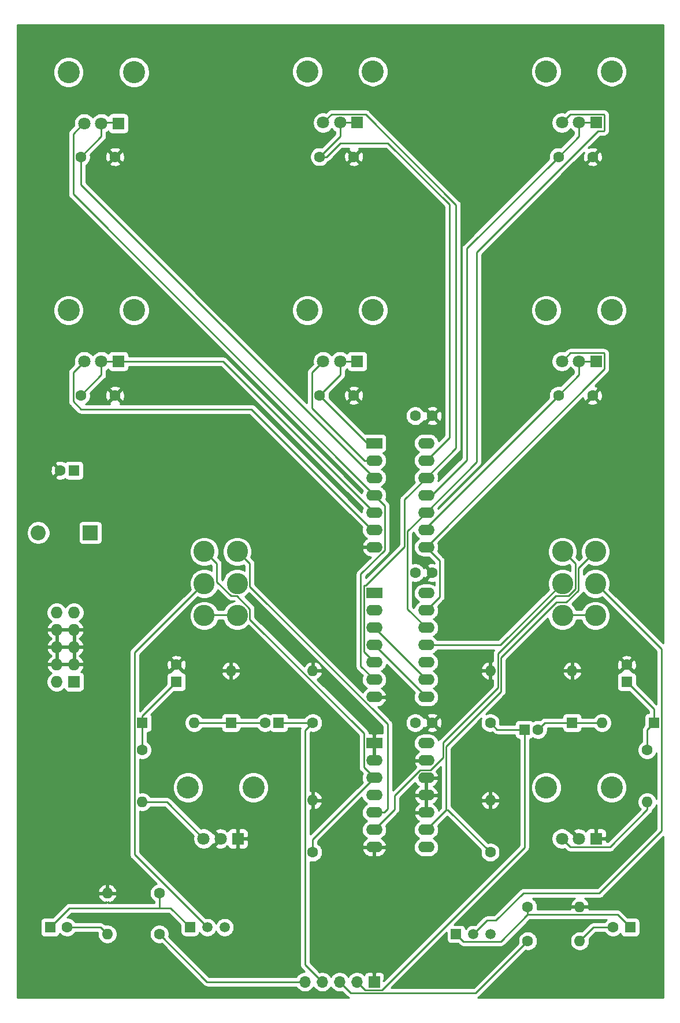
<source format=gbr>
G04 #@! TF.GenerationSoftware,KiCad,Pcbnew,5.1.6-c6e7f7d~87~ubuntu20.04.1*
G04 #@! TF.CreationDate,2020-10-18T19:21:13-04:00*
G04 #@! TF.ProjectId,noisebells,6e6f6973-6562-4656-9c6c-732e6b696361,rev?*
G04 #@! TF.SameCoordinates,Original*
G04 #@! TF.FileFunction,Copper,L1,Top*
G04 #@! TF.FilePolarity,Positive*
%FSLAX46Y46*%
G04 Gerber Fmt 4.6, Leading zero omitted, Abs format (unit mm)*
G04 Created by KiCad (PCBNEW 5.1.6-c6e7f7d~87~ubuntu20.04.1) date 2020-10-18 19:21:13*
%MOMM*%
%LPD*%
G01*
G04 APERTURE LIST*
G04 #@! TA.AperFunction,ComponentPad*
%ADD10R,1.800000X1.800000*%
G04 #@! TD*
G04 #@! TA.AperFunction,ComponentPad*
%ADD11C,1.800000*%
G04 #@! TD*
G04 #@! TA.AperFunction,ComponentPad*
%ADD12C,3.240000*%
G04 #@! TD*
G04 #@! TA.AperFunction,ComponentPad*
%ADD13O,2.400000X1.600000*%
G04 #@! TD*
G04 #@! TA.AperFunction,ComponentPad*
%ADD14R,2.400000X1.600000*%
G04 #@! TD*
G04 #@! TA.AperFunction,ComponentPad*
%ADD15C,3.100000*%
G04 #@! TD*
G04 #@! TA.AperFunction,ComponentPad*
%ADD16O,1.600000X1.600000*%
G04 #@! TD*
G04 #@! TA.AperFunction,ComponentPad*
%ADD17C,1.600000*%
G04 #@! TD*
G04 #@! TA.AperFunction,ComponentPad*
%ADD18R,1.600000X1.600000*%
G04 #@! TD*
G04 #@! TA.AperFunction,ComponentPad*
%ADD19O,2.200000X2.200000*%
G04 #@! TD*
G04 #@! TA.AperFunction,ComponentPad*
%ADD20R,2.200000X2.200000*%
G04 #@! TD*
G04 #@! TA.AperFunction,ComponentPad*
%ADD21O,1.700000X1.700000*%
G04 #@! TD*
G04 #@! TA.AperFunction,ComponentPad*
%ADD22R,1.700000X1.700000*%
G04 #@! TD*
G04 #@! TA.AperFunction,ComponentPad*
%ADD23R,1.500000X1.500000*%
G04 #@! TD*
G04 #@! TA.AperFunction,ComponentPad*
%ADD24C,1.500000*%
G04 #@! TD*
G04 #@! TA.AperFunction,ComponentPad*
%ADD25O,1.727200X1.727200*%
G04 #@! TD*
G04 #@! TA.AperFunction,ComponentPad*
%ADD26R,1.727200X1.727200*%
G04 #@! TD*
G04 #@! TA.AperFunction,Conductor*
%ADD27C,0.250000*%
G04 #@! TD*
G04 #@! TA.AperFunction,Conductor*
%ADD28C,0.254000*%
G04 #@! TD*
G04 APERTURE END LIST*
D10*
X192000000Y-185400000D03*
D11*
X189500000Y-185400000D03*
X187000000Y-185400000D03*
D12*
X184700000Y-177900000D03*
X194300000Y-177900000D03*
D10*
X244500000Y-185400000D03*
D11*
X242000000Y-185400000D03*
X239500000Y-185400000D03*
D12*
X237200000Y-177900000D03*
X246800000Y-177900000D03*
D10*
X174500000Y-115400000D03*
D11*
X172000000Y-115400000D03*
X169500000Y-115400000D03*
D12*
X167200000Y-107900000D03*
X176800000Y-107900000D03*
D10*
X209500000Y-115400000D03*
D11*
X207000000Y-115400000D03*
X204500000Y-115400000D03*
D12*
X202200000Y-107900000D03*
X211800000Y-107900000D03*
D10*
X174500000Y-80500000D03*
D11*
X172000000Y-80500000D03*
X169500000Y-80500000D03*
D12*
X167200000Y-73000000D03*
X176800000Y-73000000D03*
D10*
X209500000Y-80400000D03*
D11*
X207000000Y-80400000D03*
X204500000Y-80400000D03*
D12*
X202200000Y-72900000D03*
X211800000Y-72900000D03*
D10*
X244500000Y-115400000D03*
D11*
X242000000Y-115400000D03*
X239500000Y-115400000D03*
D12*
X237200000Y-107900000D03*
X246800000Y-107900000D03*
D10*
X244500000Y-80400000D03*
D11*
X242000000Y-80400000D03*
X239500000Y-80400000D03*
D12*
X237200000Y-72900000D03*
X246800000Y-72900000D03*
D13*
X219620000Y-171400000D03*
X212000000Y-186640000D03*
X219620000Y-173940000D03*
X212000000Y-184100000D03*
X219620000Y-176480000D03*
X212000000Y-181560000D03*
X219620000Y-179020000D03*
X212000000Y-179020000D03*
X219620000Y-181560000D03*
X212000000Y-176480000D03*
X219620000Y-184100000D03*
X212000000Y-173940000D03*
X219620000Y-186640000D03*
D14*
X212000000Y-171400000D03*
D15*
X187085000Y-143300000D03*
X187085000Y-148000000D03*
X187085000Y-152700000D03*
X191915000Y-143300000D03*
X191915000Y-152700000D03*
X191915000Y-148000000D03*
D16*
X242120000Y-200400000D03*
D17*
X234500000Y-200400000D03*
X249000000Y-159900000D03*
D18*
X249000000Y-162400000D03*
D17*
X183000000Y-159900000D03*
D18*
X183000000Y-162400000D03*
D19*
X162768000Y-140524000D03*
D20*
X170388000Y-140524000D03*
D21*
X201840000Y-206400000D03*
X204380000Y-206400000D03*
X206920000Y-206400000D03*
X209460000Y-206400000D03*
D22*
X212000000Y-206400000D03*
D17*
X220500000Y-168400000D03*
X218000000Y-168400000D03*
X220500000Y-146400000D03*
X218000000Y-146400000D03*
D16*
X172880000Y-199400000D03*
D17*
X180500000Y-199400000D03*
X174000000Y-120400000D03*
X169000000Y-120400000D03*
D23*
X224000000Y-199400000D03*
D24*
X229080000Y-199400000D03*
X226540000Y-199400000D03*
D17*
X196000000Y-168400000D03*
D18*
X198000000Y-168400000D03*
D16*
X245380000Y-168400000D03*
D18*
X253000000Y-168400000D03*
D16*
X229000000Y-160780000D03*
D17*
X229000000Y-168400000D03*
D13*
X219620000Y-149400000D03*
X212000000Y-164640000D03*
X219620000Y-151940000D03*
X212000000Y-162100000D03*
X219620000Y-154480000D03*
X212000000Y-159560000D03*
X219620000Y-157020000D03*
X212000000Y-157020000D03*
X219620000Y-159560000D03*
X212000000Y-154480000D03*
X219620000Y-162100000D03*
X212000000Y-151940000D03*
X219620000Y-164640000D03*
D14*
X212000000Y-149400000D03*
D17*
X209000000Y-85400000D03*
X204000000Y-85400000D03*
X244000000Y-120400000D03*
X239000000Y-120400000D03*
X174000000Y-85400000D03*
X169000000Y-85400000D03*
X209000000Y-120400000D03*
X204000000Y-120400000D03*
X166000000Y-131400000D03*
D18*
X168000000Y-131400000D03*
D23*
X185000000Y-198400000D03*
D24*
X190080000Y-198400000D03*
X187540000Y-198400000D03*
D17*
X244000000Y-85400000D03*
X239000000Y-85400000D03*
D16*
X185620000Y-168400000D03*
D18*
X178000000Y-168400000D03*
D17*
X247000000Y-198400000D03*
D18*
X249500000Y-198400000D03*
D13*
X219620000Y-127400000D03*
X212000000Y-142640000D03*
X219620000Y-129940000D03*
X212000000Y-140100000D03*
X219620000Y-132480000D03*
X212000000Y-137560000D03*
X219620000Y-135020000D03*
X212000000Y-135020000D03*
X219620000Y-137560000D03*
X212000000Y-132480000D03*
X219620000Y-140100000D03*
X212000000Y-129940000D03*
X219620000Y-142640000D03*
D14*
X212000000Y-127400000D03*
D15*
X239585000Y-143300000D03*
X239585000Y-148000000D03*
X239585000Y-152700000D03*
X244415000Y-143300000D03*
X244415000Y-152700000D03*
X244415000Y-148000000D03*
D16*
X252000000Y-180020000D03*
D17*
X252000000Y-172400000D03*
D16*
X241000000Y-160780000D03*
D18*
X241000000Y-168400000D03*
D16*
X178000000Y-180020000D03*
D17*
X178000000Y-172400000D03*
X167000000Y-198400000D03*
D18*
X164500000Y-198400000D03*
D16*
X229000000Y-179780000D03*
D17*
X229000000Y-187400000D03*
D16*
X203000000Y-179780000D03*
D17*
X203000000Y-187400000D03*
D16*
X242120000Y-195400000D03*
D17*
X234500000Y-195400000D03*
D16*
X172880000Y-193400000D03*
D17*
X180500000Y-193400000D03*
X236000000Y-169400000D03*
D18*
X234000000Y-169400000D03*
D16*
X191000000Y-160780000D03*
D18*
X191000000Y-168400000D03*
D16*
X203000000Y-160780000D03*
D17*
X203000000Y-168400000D03*
X220500000Y-123400000D03*
X218000000Y-123400000D03*
D25*
X165460000Y-152240000D03*
X168000000Y-152240000D03*
X165460000Y-154780000D03*
X168000000Y-154780000D03*
X165460000Y-157320000D03*
X168000000Y-157320000D03*
X165460000Y-159860000D03*
X168000000Y-159860000D03*
X165460000Y-162400000D03*
D26*
X168000000Y-162400000D03*
D27*
X225549990Y-129850010D02*
X220380000Y-135020000D01*
X244500000Y-80400000D02*
X242000000Y-80400000D01*
X220380000Y-135020000D02*
X219620000Y-135020000D01*
X239000000Y-85400000D02*
X225549990Y-98850010D01*
X225549990Y-98850010D02*
X225549990Y-129850010D01*
X242000000Y-80400000D02*
X242000000Y-82400000D01*
X242000000Y-82400000D02*
X239000000Y-85400000D01*
X242000000Y-117400000D02*
X239000000Y-120400000D01*
X244500000Y-115400000D02*
X242000000Y-115400000D01*
X219620000Y-139780000D02*
X219620000Y-140100000D01*
X239000000Y-120400000D02*
X219620000Y-139780000D01*
X242000000Y-115400000D02*
X242000000Y-117400000D01*
X214000000Y-83400000D02*
X207000000Y-83400000D01*
X207000000Y-82400000D02*
X204000000Y-85400000D01*
X207000000Y-80400000D02*
X207000000Y-82400000D01*
X223000000Y-92400000D02*
X214000000Y-83400000D01*
X219620000Y-129940000D02*
X223000000Y-126560000D01*
X223000000Y-126560000D02*
X223000000Y-92400000D01*
X205000000Y-85400000D02*
X204000000Y-85400000D01*
X207000000Y-83400000D02*
X205000000Y-85400000D01*
X209500000Y-80400000D02*
X207000000Y-80400000D01*
X172000000Y-82400000D02*
X169000000Y-85400000D01*
X169000000Y-89480000D02*
X212000000Y-132480000D01*
X174500000Y-80400000D02*
X172000000Y-80400000D01*
X169000000Y-85400000D02*
X169000000Y-89480000D01*
X172000000Y-80400000D02*
X172000000Y-82400000D01*
X211000000Y-127400000D02*
X212000000Y-127400000D01*
X204000000Y-120400000D02*
X211000000Y-127400000D01*
X207000000Y-115400000D02*
X207000000Y-117400000D01*
X209500000Y-115400000D02*
X207000000Y-115400000D01*
X207000000Y-117400000D02*
X204000000Y-120400000D01*
X172000000Y-117400000D02*
X169000000Y-120400000D01*
X174500000Y-115400000D02*
X189840000Y-115400000D01*
X189840000Y-115400000D02*
X212000000Y-137560000D01*
X172000000Y-115400000D02*
X172000000Y-117400000D01*
X174500000Y-115400000D02*
X172000000Y-115400000D01*
X237000000Y-168400000D02*
X236000000Y-169400000D01*
X245380000Y-168400000D02*
X242000000Y-168400000D01*
X241000000Y-168400000D02*
X237000000Y-168400000D01*
X242000000Y-168400000D02*
X241000000Y-168400000D01*
X252000000Y-169400000D02*
X253000000Y-168400000D01*
X253000000Y-166400000D02*
X249000000Y-162400000D01*
X252000000Y-172400000D02*
X252000000Y-169400000D01*
X253000000Y-168400000D02*
X253000000Y-166400000D01*
X191000000Y-168400000D02*
X196000000Y-168400000D01*
X185620000Y-168400000D02*
X191000000Y-168400000D01*
X178000000Y-167400000D02*
X183000000Y-162400000D01*
X178000000Y-168400000D02*
X178000000Y-167400000D01*
X178000000Y-172400000D02*
X178000000Y-168400000D01*
X244120000Y-198400000D02*
X242120000Y-200400000D01*
X247000000Y-198400000D02*
X244120000Y-198400000D01*
X247631370Y-196531370D02*
X249500000Y-198400000D01*
X234500000Y-196531370D02*
X247631370Y-196531370D01*
X230556369Y-200475001D02*
X234500000Y-196531370D01*
X224000000Y-199400000D02*
X225075001Y-200475001D01*
X225075001Y-200475001D02*
X230556369Y-200475001D01*
X234500000Y-196531370D02*
X234500000Y-195400000D01*
X171880000Y-198400000D02*
X172880000Y-199400000D01*
X167000000Y-198400000D02*
X171880000Y-198400000D01*
X182171002Y-195571002D02*
X185000000Y-198400000D01*
X180500000Y-195571002D02*
X167328998Y-195571002D01*
X167328998Y-195571002D02*
X164500000Y-198400000D01*
X180500000Y-195571002D02*
X182171002Y-195571002D01*
X180500000Y-195571002D02*
X180500000Y-193400000D01*
X212000000Y-154480000D02*
X219620000Y-162100000D01*
X219620000Y-137560000D02*
X216874999Y-140305001D01*
X240725001Y-79174999D02*
X245660001Y-79174999D01*
X227000000Y-99400000D02*
X227000000Y-130180000D01*
X239500000Y-80400000D02*
X240725001Y-79174999D01*
X245725001Y-81560001D02*
X245660001Y-81625001D01*
X245660001Y-79174999D02*
X245725001Y-79239999D01*
X216874999Y-140305001D02*
X216874999Y-151734999D01*
X245725001Y-79239999D02*
X245725001Y-81560001D01*
X216874999Y-151734999D02*
X219620000Y-154480000D01*
X244774999Y-81625001D02*
X227000000Y-99400000D01*
X245660001Y-81625001D02*
X244774999Y-81625001D01*
X227000000Y-130180000D02*
X219620000Y-137560000D01*
X239500000Y-115400000D02*
X240725001Y-114174999D01*
X221625001Y-144645001D02*
X221625001Y-149934999D01*
X245660001Y-114174999D02*
X245725001Y-114239999D01*
X245725001Y-116534999D02*
X219620000Y-142640000D01*
X240725001Y-114174999D02*
X245660001Y-114174999D01*
X245725001Y-114239999D02*
X245725001Y-116534999D01*
X221625001Y-149934999D02*
X219620000Y-151940000D01*
X219620000Y-142640000D02*
X221625001Y-144645001D01*
X224000000Y-92457499D02*
X224000000Y-128100000D01*
X210474990Y-148540512D02*
X210474999Y-148540503D01*
X224000000Y-128100000D02*
X219620000Y-132480000D01*
X205725001Y-79174999D02*
X210717500Y-79174999D01*
X210717500Y-79174999D02*
X224000000Y-92457499D01*
X210474990Y-158034990D02*
X210474990Y-148540512D01*
X216424989Y-142590513D02*
X216424989Y-135675011D01*
X210474999Y-148540503D02*
X210474999Y-148339999D01*
X204500000Y-80400000D02*
X205725001Y-79174999D01*
X210474999Y-148339999D02*
X210539999Y-148274999D01*
X216424989Y-135675011D02*
X219620000Y-132480000D01*
X212000000Y-159560000D02*
X210474990Y-158034990D01*
X210539999Y-148274999D02*
X210740503Y-148274999D01*
X210740503Y-148274999D02*
X216424989Y-142590513D01*
X167874999Y-90894999D02*
X167874999Y-82025001D01*
X210024990Y-160124990D02*
X210024990Y-146606014D01*
X210024990Y-146606014D02*
X213525010Y-143105994D01*
X213525010Y-143105994D02*
X213525010Y-136545010D01*
X167874999Y-82025001D02*
X169500000Y-80400000D01*
X213525010Y-136545010D02*
X212000000Y-135020000D01*
X212000000Y-162100000D02*
X210024990Y-160124990D01*
X212000000Y-135020000D02*
X167874999Y-90894999D01*
X212000000Y-162100000D02*
X212000000Y-162400000D01*
X202874999Y-122264999D02*
X202874999Y-117025001D01*
X210550000Y-129940000D02*
X202874999Y-122264999D01*
X202874999Y-117025001D02*
X204500000Y-115400000D01*
X212000000Y-129940000D02*
X210550000Y-129940000D01*
X169000000Y-122400000D02*
X194000000Y-122400000D01*
X167874999Y-121274999D02*
X169000000Y-122400000D01*
X169500000Y-115400000D02*
X167874999Y-117025001D01*
X211700000Y-140100000D02*
X212000000Y-140100000D01*
X212000000Y-140100000D02*
X212000000Y-140400000D01*
X167874999Y-117025001D02*
X167874999Y-121274999D01*
X194000000Y-122400000D02*
X211700000Y-140100000D01*
X239585000Y-152600000D02*
X244415000Y-152600000D01*
X222075502Y-171324498D02*
X222075502Y-173475502D01*
X230125001Y-158274999D02*
X230125001Y-163274999D01*
X241460001Y-145075001D02*
X241460001Y-148800001D01*
X240485001Y-149775001D02*
X238624999Y-149775001D01*
X215000000Y-179108996D02*
X215000000Y-181100000D01*
X220196014Y-175354990D02*
X218754006Y-175354990D01*
X218754006Y-175354990D02*
X215000000Y-179108996D01*
X230125001Y-163274999D02*
X222075502Y-171324498D01*
X238624999Y-149775001D02*
X230125001Y-158274999D01*
X241460001Y-148800001D02*
X240485001Y-149775001D01*
X239585000Y-143200000D02*
X241460001Y-145075001D01*
X222075502Y-173475502D02*
X220196014Y-175354990D01*
X215000000Y-181100000D02*
X212000000Y-184100000D01*
X230465000Y-157020000D02*
X239585000Y-147900000D01*
X219620000Y-157020000D02*
X230465000Y-157020000D01*
X234000000Y-186685002D02*
X234000000Y-169400000D01*
X210635001Y-207575001D02*
X213110001Y-207575001D01*
X213110001Y-207575001D02*
X234000000Y-186685002D01*
X234000000Y-169400000D02*
X230000000Y-169400000D01*
X230000000Y-169400000D02*
X229000000Y-168400000D01*
X209460000Y-206400000D02*
X210635001Y-207575001D01*
X203000000Y-168400000D02*
X201874999Y-169525001D01*
X201874999Y-169525001D02*
X201874999Y-203894999D01*
X201874999Y-203894999D02*
X204380000Y-206400000D01*
X203000000Y-168400000D02*
X198000000Y-168400000D01*
X180500000Y-199400000D02*
X187500000Y-206400000D01*
X187500000Y-206400000D02*
X201840000Y-206400000D01*
X234500000Y-200400000D02*
X226874990Y-208025010D01*
X226874990Y-208025010D02*
X208545010Y-208025010D01*
X208545010Y-208025010D02*
X206920000Y-206400000D01*
X228540000Y-197400000D02*
X229834998Y-197400000D01*
X229834998Y-197400000D02*
X233834998Y-193400000D01*
X254125001Y-184274999D02*
X254125001Y-157610001D01*
X233834998Y-193400000D02*
X245000000Y-193400000D01*
X245000000Y-193400000D02*
X254125001Y-184274999D01*
X254125001Y-157610001D02*
X244415000Y-147900000D01*
X226540000Y-199400000D02*
X228540000Y-197400000D01*
X176874999Y-187734999D02*
X187540000Y-198400000D01*
X176874999Y-158095001D02*
X176874999Y-187734999D01*
X187070000Y-147900000D02*
X176874999Y-158095001D01*
X252000000Y-181151370D02*
X252000000Y-180020000D01*
X246526369Y-186625001D02*
X252000000Y-181151370D01*
X240725001Y-186625001D02*
X246526369Y-186625001D01*
X239500000Y-185400000D02*
X240725001Y-186625001D01*
X240171413Y-150724999D02*
X238684999Y-150724999D01*
X244415000Y-143200000D02*
X241910010Y-145704990D01*
X230575011Y-163824989D02*
X222525512Y-171874488D01*
X238684999Y-150724999D02*
X230575011Y-158834987D01*
X230575011Y-158834987D02*
X230575011Y-163824989D01*
X222794488Y-181194488D02*
X222525512Y-181194488D01*
X222525512Y-181194488D02*
X219620000Y-184100000D01*
X222525512Y-171874488D02*
X222525512Y-181194488D01*
X229000000Y-187400000D02*
X222794488Y-181194488D01*
X241910010Y-145704990D02*
X241910011Y-148986401D01*
X241910011Y-148986401D02*
X240171413Y-150724999D01*
X181620000Y-180020000D02*
X187000000Y-185400000D01*
X178000000Y-180020000D02*
X181620000Y-180020000D01*
X203000000Y-185480000D02*
X212000000Y-176480000D01*
X203000000Y-187400000D02*
X203000000Y-185480000D01*
X188945001Y-145075001D02*
X187070000Y-143200000D01*
X188945001Y-147720003D02*
X188945001Y-145075001D01*
X190999999Y-149775001D02*
X188945001Y-147720003D01*
X191850003Y-149775001D02*
X190999999Y-149775001D01*
X193775001Y-151699999D02*
X191850003Y-149775001D01*
X193775001Y-153220003D02*
X193775001Y-151699999D01*
X210474990Y-169919992D02*
X193775001Y-153220003D01*
X210474990Y-174954990D02*
X210474990Y-169919992D01*
X212000000Y-176480000D02*
X210474990Y-174954990D01*
X191900000Y-152600000D02*
X187070000Y-152600000D01*
X212000000Y-157020000D02*
X219620000Y-164640000D01*
X193775001Y-145075001D02*
X191900000Y-143200000D01*
X193775001Y-148406005D02*
X193775001Y-145075001D01*
X213975020Y-181034980D02*
X213975020Y-168606024D01*
X213975020Y-168606024D02*
X193775001Y-148406005D01*
X213450000Y-181560000D02*
X213975020Y-181034980D01*
X212000000Y-181560000D02*
X213450000Y-181560000D01*
D28*
G36*
X254340001Y-208740000D02*
G01*
X227136104Y-208740000D01*
X227167237Y-208730556D01*
X227299266Y-208659984D01*
X227414991Y-208565011D01*
X227438794Y-208536007D01*
X234176114Y-201798688D01*
X234358665Y-201835000D01*
X234641335Y-201835000D01*
X234918574Y-201779853D01*
X235179727Y-201671680D01*
X235414759Y-201514637D01*
X235614637Y-201314759D01*
X235771680Y-201079727D01*
X235879853Y-200818574D01*
X235935000Y-200541335D01*
X235935000Y-200258665D01*
X235879853Y-199981426D01*
X235771680Y-199720273D01*
X235614637Y-199485241D01*
X235414759Y-199285363D01*
X235179727Y-199128320D01*
X234918574Y-199020147D01*
X234641335Y-198965000D01*
X234358665Y-198965000D01*
X234081426Y-199020147D01*
X233820273Y-199128320D01*
X233585241Y-199285363D01*
X233385363Y-199485241D01*
X233228320Y-199720273D01*
X233120147Y-199981426D01*
X233065000Y-200258665D01*
X233065000Y-200541335D01*
X233101312Y-200723886D01*
X226560189Y-207265010D01*
X214494793Y-207265010D01*
X222611928Y-199147875D01*
X222611928Y-200150000D01*
X222624188Y-200274482D01*
X222660498Y-200394180D01*
X222719463Y-200504494D01*
X222798815Y-200601185D01*
X222895506Y-200680537D01*
X223005820Y-200739502D01*
X223125518Y-200775812D01*
X223250000Y-200788072D01*
X224313270Y-200788072D01*
X224511202Y-200986004D01*
X224535000Y-201015002D01*
X224563998Y-201038800D01*
X224650724Y-201109975D01*
X224723738Y-201149002D01*
X224782754Y-201180547D01*
X224926015Y-201224004D01*
X225037668Y-201235001D01*
X225037678Y-201235001D01*
X225075001Y-201238677D01*
X225112323Y-201235001D01*
X230519047Y-201235001D01*
X230556369Y-201238677D01*
X230593691Y-201235001D01*
X230593702Y-201235001D01*
X230705355Y-201224004D01*
X230848616Y-201180547D01*
X230980645Y-201109975D01*
X231096370Y-201015002D01*
X231120173Y-200985998D01*
X234814803Y-197291370D01*
X246079234Y-197291370D01*
X245885363Y-197485241D01*
X245781957Y-197640000D01*
X244157322Y-197640000D01*
X244119999Y-197636324D01*
X244082676Y-197640000D01*
X244082667Y-197640000D01*
X243971014Y-197650997D01*
X243835032Y-197692246D01*
X243827753Y-197694454D01*
X243695723Y-197765026D01*
X243623526Y-197824277D01*
X243579999Y-197859999D01*
X243556201Y-197888997D01*
X242443886Y-199001312D01*
X242261335Y-198965000D01*
X241978665Y-198965000D01*
X241701426Y-199020147D01*
X241440273Y-199128320D01*
X241205241Y-199285363D01*
X241005363Y-199485241D01*
X240848320Y-199720273D01*
X240740147Y-199981426D01*
X240685000Y-200258665D01*
X240685000Y-200541335D01*
X240740147Y-200818574D01*
X240848320Y-201079727D01*
X241005363Y-201314759D01*
X241205241Y-201514637D01*
X241440273Y-201671680D01*
X241701426Y-201779853D01*
X241978665Y-201835000D01*
X242261335Y-201835000D01*
X242538574Y-201779853D01*
X242799727Y-201671680D01*
X243034759Y-201514637D01*
X243234637Y-201314759D01*
X243391680Y-201079727D01*
X243499853Y-200818574D01*
X243555000Y-200541335D01*
X243555000Y-200258665D01*
X243518688Y-200076114D01*
X244434802Y-199160000D01*
X245781957Y-199160000D01*
X245885363Y-199314759D01*
X246085241Y-199514637D01*
X246320273Y-199671680D01*
X246581426Y-199779853D01*
X246858665Y-199835000D01*
X247141335Y-199835000D01*
X247418574Y-199779853D01*
X247679727Y-199671680D01*
X247914759Y-199514637D01*
X248081339Y-199348057D01*
X248110498Y-199444180D01*
X248169463Y-199554494D01*
X248248815Y-199651185D01*
X248345506Y-199730537D01*
X248455820Y-199789502D01*
X248575518Y-199825812D01*
X248700000Y-199838072D01*
X250300000Y-199838072D01*
X250424482Y-199825812D01*
X250544180Y-199789502D01*
X250654494Y-199730537D01*
X250751185Y-199651185D01*
X250830537Y-199554494D01*
X250889502Y-199444180D01*
X250925812Y-199324482D01*
X250938072Y-199200000D01*
X250938072Y-197600000D01*
X250925812Y-197475518D01*
X250889502Y-197355820D01*
X250830537Y-197245506D01*
X250751185Y-197148815D01*
X250654494Y-197069463D01*
X250544180Y-197010498D01*
X250424482Y-196974188D01*
X250300000Y-196961928D01*
X249136730Y-196961928D01*
X248195174Y-196020373D01*
X248171371Y-195991369D01*
X248055646Y-195896396D01*
X247923617Y-195825824D01*
X247780356Y-195782367D01*
X247668703Y-195771370D01*
X247668692Y-195771370D01*
X247631370Y-195767694D01*
X247594048Y-195771370D01*
X243505131Y-195771370D01*
X243511904Y-195749039D01*
X243389915Y-195527000D01*
X242247000Y-195527000D01*
X242247000Y-195547000D01*
X241993000Y-195547000D01*
X241993000Y-195527000D01*
X240850085Y-195527000D01*
X240728096Y-195749039D01*
X240734869Y-195771370D01*
X235889243Y-195771370D01*
X235935000Y-195541335D01*
X235935000Y-195258665D01*
X235879853Y-194981426D01*
X235771680Y-194720273D01*
X235614637Y-194485241D01*
X235414759Y-194285363D01*
X235227140Y-194160000D01*
X241410960Y-194160000D01*
X241264869Y-194247615D01*
X241056481Y-194436586D01*
X240888963Y-194662580D01*
X240768754Y-194916913D01*
X240728096Y-195050961D01*
X240850085Y-195273000D01*
X241993000Y-195273000D01*
X241993000Y-195253000D01*
X242247000Y-195253000D01*
X242247000Y-195273000D01*
X243389915Y-195273000D01*
X243511904Y-195050961D01*
X243471246Y-194916913D01*
X243351037Y-194662580D01*
X243183519Y-194436586D01*
X242975131Y-194247615D01*
X242829040Y-194160000D01*
X244962678Y-194160000D01*
X245000000Y-194163676D01*
X245037322Y-194160000D01*
X245037333Y-194160000D01*
X245148986Y-194149003D01*
X245292247Y-194105546D01*
X245424276Y-194034974D01*
X245540001Y-193940001D01*
X245563804Y-193910997D01*
X254340001Y-185134801D01*
X254340001Y-208740000D01*
G37*
X254340001Y-208740000D02*
X227136104Y-208740000D01*
X227167237Y-208730556D01*
X227299266Y-208659984D01*
X227414991Y-208565011D01*
X227438794Y-208536007D01*
X234176114Y-201798688D01*
X234358665Y-201835000D01*
X234641335Y-201835000D01*
X234918574Y-201779853D01*
X235179727Y-201671680D01*
X235414759Y-201514637D01*
X235614637Y-201314759D01*
X235771680Y-201079727D01*
X235879853Y-200818574D01*
X235935000Y-200541335D01*
X235935000Y-200258665D01*
X235879853Y-199981426D01*
X235771680Y-199720273D01*
X235614637Y-199485241D01*
X235414759Y-199285363D01*
X235179727Y-199128320D01*
X234918574Y-199020147D01*
X234641335Y-198965000D01*
X234358665Y-198965000D01*
X234081426Y-199020147D01*
X233820273Y-199128320D01*
X233585241Y-199285363D01*
X233385363Y-199485241D01*
X233228320Y-199720273D01*
X233120147Y-199981426D01*
X233065000Y-200258665D01*
X233065000Y-200541335D01*
X233101312Y-200723886D01*
X226560189Y-207265010D01*
X214494793Y-207265010D01*
X222611928Y-199147875D01*
X222611928Y-200150000D01*
X222624188Y-200274482D01*
X222660498Y-200394180D01*
X222719463Y-200504494D01*
X222798815Y-200601185D01*
X222895506Y-200680537D01*
X223005820Y-200739502D01*
X223125518Y-200775812D01*
X223250000Y-200788072D01*
X224313270Y-200788072D01*
X224511202Y-200986004D01*
X224535000Y-201015002D01*
X224563998Y-201038800D01*
X224650724Y-201109975D01*
X224723738Y-201149002D01*
X224782754Y-201180547D01*
X224926015Y-201224004D01*
X225037668Y-201235001D01*
X225037678Y-201235001D01*
X225075001Y-201238677D01*
X225112323Y-201235001D01*
X230519047Y-201235001D01*
X230556369Y-201238677D01*
X230593691Y-201235001D01*
X230593702Y-201235001D01*
X230705355Y-201224004D01*
X230848616Y-201180547D01*
X230980645Y-201109975D01*
X231096370Y-201015002D01*
X231120173Y-200985998D01*
X234814803Y-197291370D01*
X246079234Y-197291370D01*
X245885363Y-197485241D01*
X245781957Y-197640000D01*
X244157322Y-197640000D01*
X244119999Y-197636324D01*
X244082676Y-197640000D01*
X244082667Y-197640000D01*
X243971014Y-197650997D01*
X243835032Y-197692246D01*
X243827753Y-197694454D01*
X243695723Y-197765026D01*
X243623526Y-197824277D01*
X243579999Y-197859999D01*
X243556201Y-197888997D01*
X242443886Y-199001312D01*
X242261335Y-198965000D01*
X241978665Y-198965000D01*
X241701426Y-199020147D01*
X241440273Y-199128320D01*
X241205241Y-199285363D01*
X241005363Y-199485241D01*
X240848320Y-199720273D01*
X240740147Y-199981426D01*
X240685000Y-200258665D01*
X240685000Y-200541335D01*
X240740147Y-200818574D01*
X240848320Y-201079727D01*
X241005363Y-201314759D01*
X241205241Y-201514637D01*
X241440273Y-201671680D01*
X241701426Y-201779853D01*
X241978665Y-201835000D01*
X242261335Y-201835000D01*
X242538574Y-201779853D01*
X242799727Y-201671680D01*
X243034759Y-201514637D01*
X243234637Y-201314759D01*
X243391680Y-201079727D01*
X243499853Y-200818574D01*
X243555000Y-200541335D01*
X243555000Y-200258665D01*
X243518688Y-200076114D01*
X244434802Y-199160000D01*
X245781957Y-199160000D01*
X245885363Y-199314759D01*
X246085241Y-199514637D01*
X246320273Y-199671680D01*
X246581426Y-199779853D01*
X246858665Y-199835000D01*
X247141335Y-199835000D01*
X247418574Y-199779853D01*
X247679727Y-199671680D01*
X247914759Y-199514637D01*
X248081339Y-199348057D01*
X248110498Y-199444180D01*
X248169463Y-199554494D01*
X248248815Y-199651185D01*
X248345506Y-199730537D01*
X248455820Y-199789502D01*
X248575518Y-199825812D01*
X248700000Y-199838072D01*
X250300000Y-199838072D01*
X250424482Y-199825812D01*
X250544180Y-199789502D01*
X250654494Y-199730537D01*
X250751185Y-199651185D01*
X250830537Y-199554494D01*
X250889502Y-199444180D01*
X250925812Y-199324482D01*
X250938072Y-199200000D01*
X250938072Y-197600000D01*
X250925812Y-197475518D01*
X250889502Y-197355820D01*
X250830537Y-197245506D01*
X250751185Y-197148815D01*
X250654494Y-197069463D01*
X250544180Y-197010498D01*
X250424482Y-196974188D01*
X250300000Y-196961928D01*
X249136730Y-196961928D01*
X248195174Y-196020373D01*
X248171371Y-195991369D01*
X248055646Y-195896396D01*
X247923617Y-195825824D01*
X247780356Y-195782367D01*
X247668703Y-195771370D01*
X247668692Y-195771370D01*
X247631370Y-195767694D01*
X247594048Y-195771370D01*
X243505131Y-195771370D01*
X243511904Y-195749039D01*
X243389915Y-195527000D01*
X242247000Y-195527000D01*
X242247000Y-195547000D01*
X241993000Y-195547000D01*
X241993000Y-195527000D01*
X240850085Y-195527000D01*
X240728096Y-195749039D01*
X240734869Y-195771370D01*
X235889243Y-195771370D01*
X235935000Y-195541335D01*
X235935000Y-195258665D01*
X235879853Y-194981426D01*
X235771680Y-194720273D01*
X235614637Y-194485241D01*
X235414759Y-194285363D01*
X235227140Y-194160000D01*
X241410960Y-194160000D01*
X241264869Y-194247615D01*
X241056481Y-194436586D01*
X240888963Y-194662580D01*
X240768754Y-194916913D01*
X240728096Y-195050961D01*
X240850085Y-195273000D01*
X241993000Y-195273000D01*
X241993000Y-195253000D01*
X242247000Y-195253000D01*
X242247000Y-195273000D01*
X243389915Y-195273000D01*
X243511904Y-195050961D01*
X243471246Y-194916913D01*
X243351037Y-194662580D01*
X243183519Y-194436586D01*
X242975131Y-194247615D01*
X242829040Y-194160000D01*
X244962678Y-194160000D01*
X245000000Y-194163676D01*
X245037322Y-194160000D01*
X245037333Y-194160000D01*
X245148986Y-194149003D01*
X245292247Y-194105546D01*
X245424276Y-194034974D01*
X245540001Y-193940001D01*
X245563804Y-193910997D01*
X254340001Y-185134801D01*
X254340001Y-208740000D01*
G36*
X254340001Y-156750199D02*
G01*
X246431418Y-148841616D01*
X246516031Y-148637341D01*
X246600000Y-148215204D01*
X246600000Y-147784796D01*
X246516031Y-147362659D01*
X246351322Y-146965015D01*
X246112200Y-146607144D01*
X245807856Y-146302800D01*
X245449985Y-146063678D01*
X245052341Y-145898969D01*
X244630204Y-145815000D01*
X244199796Y-145815000D01*
X243777659Y-145898969D01*
X243380015Y-146063678D01*
X243022144Y-146302800D01*
X242717800Y-146607144D01*
X242670010Y-146678667D01*
X242670009Y-146019792D01*
X243431962Y-145257839D01*
X243777659Y-145401031D01*
X244199796Y-145485000D01*
X244630204Y-145485000D01*
X245052341Y-145401031D01*
X245449985Y-145236322D01*
X245807856Y-144997200D01*
X246112200Y-144692856D01*
X246351322Y-144334985D01*
X246516031Y-143937341D01*
X246600000Y-143515204D01*
X246600000Y-143084796D01*
X246516031Y-142662659D01*
X246351322Y-142265015D01*
X246112200Y-141907144D01*
X245807856Y-141602800D01*
X245449985Y-141363678D01*
X245052341Y-141198969D01*
X244630204Y-141115000D01*
X244199796Y-141115000D01*
X243777659Y-141198969D01*
X243380015Y-141363678D01*
X243022144Y-141602800D01*
X242717800Y-141907144D01*
X242478678Y-142265015D01*
X242313969Y-142662659D01*
X242230000Y-143084796D01*
X242230000Y-143515204D01*
X242313969Y-143937341D01*
X242398582Y-144141616D01*
X242002344Y-144537854D01*
X242000002Y-144535000D01*
X241971005Y-144511203D01*
X241601418Y-144141616D01*
X241686031Y-143937341D01*
X241770000Y-143515204D01*
X241770000Y-143084796D01*
X241686031Y-142662659D01*
X241521322Y-142265015D01*
X241282200Y-141907144D01*
X240977856Y-141602800D01*
X240619985Y-141363678D01*
X240222341Y-141198969D01*
X239800204Y-141115000D01*
X239369796Y-141115000D01*
X238947659Y-141198969D01*
X238550015Y-141363678D01*
X238192144Y-141602800D01*
X237887800Y-141907144D01*
X237648678Y-142265015D01*
X237483969Y-142662659D01*
X237400000Y-143084796D01*
X237400000Y-143515204D01*
X237483969Y-143937341D01*
X237648678Y-144334985D01*
X237887800Y-144692856D01*
X238192144Y-144997200D01*
X238550015Y-145236322D01*
X238947659Y-145401031D01*
X239369796Y-145485000D01*
X239800204Y-145485000D01*
X240222341Y-145401031D01*
X240568037Y-145257839D01*
X240700001Y-145389803D01*
X240700001Y-146117143D01*
X240619985Y-146063678D01*
X240222341Y-145898969D01*
X239800204Y-145815000D01*
X239369796Y-145815000D01*
X238947659Y-145898969D01*
X238550015Y-146063678D01*
X238192144Y-146302800D01*
X237887800Y-146607144D01*
X237648678Y-146965015D01*
X237483969Y-147362659D01*
X237400000Y-147784796D01*
X237400000Y-148215204D01*
X237483969Y-148637341D01*
X237568582Y-148841616D01*
X230150199Y-156260000D01*
X221240901Y-156260000D01*
X221218932Y-156218899D01*
X221039608Y-156000392D01*
X220821101Y-155821068D01*
X220688142Y-155750000D01*
X220821101Y-155678932D01*
X221039608Y-155499608D01*
X221218932Y-155281101D01*
X221352182Y-155031808D01*
X221434236Y-154761309D01*
X221461943Y-154480000D01*
X221434236Y-154198691D01*
X221352182Y-153928192D01*
X221218932Y-153678899D01*
X221039608Y-153460392D01*
X220821101Y-153281068D01*
X220688142Y-153210000D01*
X220821101Y-153138932D01*
X221039608Y-152959608D01*
X221218932Y-152741101D01*
X221352182Y-152491808D01*
X221434236Y-152221309D01*
X221461943Y-151940000D01*
X221434236Y-151658691D01*
X221352182Y-151388192D01*
X221315408Y-151319393D01*
X222136004Y-150498798D01*
X222165002Y-150475000D01*
X222259975Y-150359275D01*
X222330547Y-150227246D01*
X222374004Y-150083985D01*
X222385001Y-149972332D01*
X222388678Y-149934999D01*
X222385001Y-149897666D01*
X222385001Y-144682334D01*
X222388678Y-144645001D01*
X222374004Y-144496015D01*
X222330547Y-144352754D01*
X222259975Y-144220725D01*
X222188800Y-144133998D01*
X222165002Y-144105000D01*
X222136005Y-144081203D01*
X221315408Y-143260607D01*
X221352182Y-143191808D01*
X221434236Y-142921309D01*
X221461943Y-142640000D01*
X221434236Y-142358691D01*
X221352182Y-142088192D01*
X221315408Y-142019393D01*
X241942100Y-121392702D01*
X243186903Y-121392702D01*
X243258486Y-121636671D01*
X243513996Y-121757571D01*
X243788184Y-121826300D01*
X244070512Y-121840217D01*
X244350130Y-121798787D01*
X244616292Y-121703603D01*
X244741514Y-121636671D01*
X244813097Y-121392702D01*
X244000000Y-120579605D01*
X243186903Y-121392702D01*
X241942100Y-121392702D01*
X242599079Y-120735724D01*
X242601213Y-120750130D01*
X242696397Y-121016292D01*
X242763329Y-121141514D01*
X243007298Y-121213097D01*
X243820395Y-120400000D01*
X244179605Y-120400000D01*
X244992702Y-121213097D01*
X245236671Y-121141514D01*
X245357571Y-120886004D01*
X245426300Y-120611816D01*
X245440217Y-120329488D01*
X245398787Y-120049870D01*
X245303603Y-119783708D01*
X245236671Y-119658486D01*
X244992702Y-119586903D01*
X244179605Y-120400000D01*
X243820395Y-120400000D01*
X243806253Y-120385858D01*
X243985858Y-120206253D01*
X244000000Y-120220395D01*
X244813097Y-119407298D01*
X244741514Y-119163329D01*
X244486004Y-119042429D01*
X244331182Y-119003621D01*
X246236009Y-117098794D01*
X246265002Y-117075000D01*
X246288796Y-117046007D01*
X246288800Y-117046003D01*
X246359974Y-116959276D01*
X246372950Y-116935000D01*
X246430547Y-116827246D01*
X246474004Y-116683985D01*
X246485001Y-116572332D01*
X246485001Y-116572323D01*
X246488677Y-116535000D01*
X246485001Y-116497677D01*
X246485001Y-114277322D01*
X246488677Y-114239999D01*
X246485001Y-114202677D01*
X246485001Y-114202666D01*
X246474004Y-114091013D01*
X246430547Y-113947752D01*
X246359975Y-113815723D01*
X246265002Y-113699998D01*
X246235999Y-113676196D01*
X246223805Y-113664002D01*
X246200002Y-113634998D01*
X246084277Y-113540025D01*
X245952248Y-113469453D01*
X245808987Y-113425996D01*
X245697334Y-113414999D01*
X245697323Y-113414999D01*
X245660001Y-113411323D01*
X245622679Y-113414999D01*
X240762323Y-113414999D01*
X240725000Y-113411323D01*
X240687677Y-113414999D01*
X240687668Y-113414999D01*
X240576015Y-113425996D01*
X240432754Y-113469453D01*
X240300724Y-113540025D01*
X240221522Y-113605025D01*
X240185000Y-113634998D01*
X240161202Y-113663996D01*
X239908930Y-113916269D01*
X239651184Y-113865000D01*
X239348816Y-113865000D01*
X239052257Y-113923989D01*
X238772905Y-114039701D01*
X238521495Y-114207688D01*
X238307688Y-114421495D01*
X238139701Y-114672905D01*
X238023989Y-114952257D01*
X237965000Y-115248816D01*
X237965000Y-115551184D01*
X238023989Y-115847743D01*
X238139701Y-116127095D01*
X238307688Y-116378505D01*
X238521495Y-116592312D01*
X238772905Y-116760299D01*
X239052257Y-116876011D01*
X239348816Y-116935000D01*
X239651184Y-116935000D01*
X239947743Y-116876011D01*
X240227095Y-116760299D01*
X240478505Y-116592312D01*
X240692312Y-116378505D01*
X240750000Y-116292169D01*
X240807688Y-116378505D01*
X241021495Y-116592312D01*
X241240001Y-116738313D01*
X241240001Y-117085197D01*
X239323886Y-119001312D01*
X239141335Y-118965000D01*
X238858665Y-118965000D01*
X238581426Y-119020147D01*
X238320273Y-119128320D01*
X238085241Y-119285363D01*
X237885363Y-119485241D01*
X237728320Y-119720273D01*
X237620147Y-119981426D01*
X237565000Y-120258665D01*
X237565000Y-120541335D01*
X237601312Y-120723886D01*
X221339930Y-136985269D01*
X221315408Y-136939393D01*
X227511003Y-130743799D01*
X227540001Y-130720001D01*
X227627251Y-130613687D01*
X227634974Y-130604277D01*
X227705546Y-130472247D01*
X227749003Y-130328986D01*
X227760000Y-130217333D01*
X227760000Y-130217324D01*
X227763676Y-130180001D01*
X227760000Y-130142678D01*
X227760000Y-107677902D01*
X234945000Y-107677902D01*
X234945000Y-108122098D01*
X235031658Y-108557759D01*
X235201645Y-108968143D01*
X235448427Y-109337479D01*
X235762521Y-109651573D01*
X236131857Y-109898355D01*
X236542241Y-110068342D01*
X236977902Y-110155000D01*
X237422098Y-110155000D01*
X237857759Y-110068342D01*
X238268143Y-109898355D01*
X238637479Y-109651573D01*
X238951573Y-109337479D01*
X239198355Y-108968143D01*
X239368342Y-108557759D01*
X239455000Y-108122098D01*
X239455000Y-107677902D01*
X244545000Y-107677902D01*
X244545000Y-108122098D01*
X244631658Y-108557759D01*
X244801645Y-108968143D01*
X245048427Y-109337479D01*
X245362521Y-109651573D01*
X245731857Y-109898355D01*
X246142241Y-110068342D01*
X246577902Y-110155000D01*
X247022098Y-110155000D01*
X247457759Y-110068342D01*
X247868143Y-109898355D01*
X248237479Y-109651573D01*
X248551573Y-109337479D01*
X248798355Y-108968143D01*
X248968342Y-108557759D01*
X249055000Y-108122098D01*
X249055000Y-107677902D01*
X248968342Y-107242241D01*
X248798355Y-106831857D01*
X248551573Y-106462521D01*
X248237479Y-106148427D01*
X247868143Y-105901645D01*
X247457759Y-105731658D01*
X247022098Y-105645000D01*
X246577902Y-105645000D01*
X246142241Y-105731658D01*
X245731857Y-105901645D01*
X245362521Y-106148427D01*
X245048427Y-106462521D01*
X244801645Y-106831857D01*
X244631658Y-107242241D01*
X244545000Y-107677902D01*
X239455000Y-107677902D01*
X239368342Y-107242241D01*
X239198355Y-106831857D01*
X238951573Y-106462521D01*
X238637479Y-106148427D01*
X238268143Y-105901645D01*
X237857759Y-105731658D01*
X237422098Y-105645000D01*
X236977902Y-105645000D01*
X236542241Y-105731658D01*
X236131857Y-105901645D01*
X235762521Y-106148427D01*
X235448427Y-106462521D01*
X235201645Y-106831857D01*
X235031658Y-107242241D01*
X234945000Y-107677902D01*
X227760000Y-107677902D01*
X227760000Y-99714801D01*
X241082099Y-86392702D01*
X243186903Y-86392702D01*
X243258486Y-86636671D01*
X243513996Y-86757571D01*
X243788184Y-86826300D01*
X244070512Y-86840217D01*
X244350130Y-86798787D01*
X244616292Y-86703603D01*
X244741514Y-86636671D01*
X244813097Y-86392702D01*
X244000000Y-85579605D01*
X243186903Y-86392702D01*
X241082099Y-86392702D01*
X242715739Y-84759063D01*
X242642429Y-84913996D01*
X242573700Y-85188184D01*
X242559783Y-85470512D01*
X242601213Y-85750130D01*
X242696397Y-86016292D01*
X242763329Y-86141514D01*
X243007298Y-86213097D01*
X243820395Y-85400000D01*
X244179605Y-85400000D01*
X244992702Y-86213097D01*
X245236671Y-86141514D01*
X245357571Y-85886004D01*
X245426300Y-85611816D01*
X245440217Y-85329488D01*
X245398787Y-85049870D01*
X245303603Y-84783708D01*
X245236671Y-84658486D01*
X244992702Y-84586903D01*
X244179605Y-85400000D01*
X243820395Y-85400000D01*
X243806253Y-85385858D01*
X243985858Y-85206253D01*
X244000000Y-85220395D01*
X244813097Y-84407298D01*
X244741514Y-84163329D01*
X244486004Y-84042429D01*
X244211816Y-83973700D01*
X243929488Y-83959783D01*
X243649870Y-84001213D01*
X243383708Y-84096397D01*
X243372316Y-84102486D01*
X245089801Y-82385001D01*
X245622679Y-82385001D01*
X245660001Y-82388677D01*
X245697323Y-82385001D01*
X245697334Y-82385001D01*
X245808987Y-82374004D01*
X245952248Y-82330547D01*
X246084277Y-82259975D01*
X246200002Y-82165002D01*
X246223805Y-82135998D01*
X246235998Y-82123805D01*
X246265002Y-82100002D01*
X246359975Y-81984277D01*
X246430547Y-81852248D01*
X246474004Y-81708987D01*
X246485001Y-81597334D01*
X246485001Y-81597323D01*
X246488677Y-81560001D01*
X246485001Y-81522678D01*
X246485001Y-79277322D01*
X246488677Y-79239999D01*
X246485001Y-79202677D01*
X246485001Y-79202666D01*
X246474004Y-79091013D01*
X246430547Y-78947752D01*
X246359975Y-78815723D01*
X246265002Y-78699998D01*
X246235999Y-78676196D01*
X246223805Y-78664002D01*
X246200002Y-78634998D01*
X246084277Y-78540025D01*
X245952248Y-78469453D01*
X245808987Y-78425996D01*
X245697334Y-78414999D01*
X245697323Y-78414999D01*
X245660001Y-78411323D01*
X245622679Y-78414999D01*
X240762323Y-78414999D01*
X240725000Y-78411323D01*
X240687677Y-78414999D01*
X240687668Y-78414999D01*
X240576015Y-78425996D01*
X240432754Y-78469453D01*
X240300724Y-78540025D01*
X240221522Y-78605025D01*
X240185000Y-78634998D01*
X240161202Y-78663996D01*
X239908930Y-78916269D01*
X239651184Y-78865000D01*
X239348816Y-78865000D01*
X239052257Y-78923989D01*
X238772905Y-79039701D01*
X238521495Y-79207688D01*
X238307688Y-79421495D01*
X238139701Y-79672905D01*
X238023989Y-79952257D01*
X237965000Y-80248816D01*
X237965000Y-80551184D01*
X238023989Y-80847743D01*
X238139701Y-81127095D01*
X238307688Y-81378505D01*
X238521495Y-81592312D01*
X238772905Y-81760299D01*
X239052257Y-81876011D01*
X239348816Y-81935000D01*
X239651184Y-81935000D01*
X239947743Y-81876011D01*
X240227095Y-81760299D01*
X240478505Y-81592312D01*
X240692312Y-81378505D01*
X240750000Y-81292169D01*
X240807688Y-81378505D01*
X241021495Y-81592312D01*
X241240001Y-81738313D01*
X241240001Y-82085197D01*
X239323886Y-84001312D01*
X239141335Y-83965000D01*
X238858665Y-83965000D01*
X238581426Y-84020147D01*
X238320273Y-84128320D01*
X238085241Y-84285363D01*
X237885363Y-84485241D01*
X237728320Y-84720273D01*
X237620147Y-84981426D01*
X237565000Y-85258665D01*
X237565000Y-85541335D01*
X237601312Y-85723886D01*
X225038993Y-98286206D01*
X225009989Y-98310009D01*
X224954861Y-98377184D01*
X224915016Y-98425734D01*
X224844445Y-98557763D01*
X224844444Y-98557764D01*
X224800987Y-98701025D01*
X224789990Y-98812678D01*
X224789990Y-98812688D01*
X224786314Y-98850010D01*
X224789990Y-98887332D01*
X224789991Y-129535207D01*
X221377781Y-132947417D01*
X221434236Y-132761309D01*
X221461943Y-132480000D01*
X221434236Y-132198691D01*
X221352182Y-131928192D01*
X221315408Y-131859393D01*
X224511008Y-128663795D01*
X224540001Y-128640001D01*
X224563795Y-128611008D01*
X224563799Y-128611004D01*
X224634973Y-128524277D01*
X224645277Y-128505000D01*
X224705546Y-128392247D01*
X224749003Y-128248986D01*
X224760000Y-128137333D01*
X224760000Y-128137324D01*
X224763676Y-128100001D01*
X224760000Y-128062678D01*
X224760000Y-92494824D01*
X224763676Y-92457499D01*
X224760000Y-92420174D01*
X224760000Y-92420166D01*
X224749003Y-92308513D01*
X224705546Y-92165252D01*
X224634974Y-92033223D01*
X224540001Y-91917498D01*
X224511004Y-91893701D01*
X211281304Y-78664002D01*
X211257501Y-78634998D01*
X211141776Y-78540025D01*
X211009747Y-78469453D01*
X210866486Y-78425996D01*
X210754833Y-78414999D01*
X210754822Y-78414999D01*
X210717500Y-78411323D01*
X210680178Y-78414999D01*
X205762323Y-78414999D01*
X205725000Y-78411323D01*
X205687677Y-78414999D01*
X205687668Y-78414999D01*
X205576015Y-78425996D01*
X205432754Y-78469453D01*
X205300724Y-78540025D01*
X205221522Y-78605025D01*
X205185000Y-78634998D01*
X205161202Y-78663996D01*
X204908930Y-78916269D01*
X204651184Y-78865000D01*
X204348816Y-78865000D01*
X204052257Y-78923989D01*
X203772905Y-79039701D01*
X203521495Y-79207688D01*
X203307688Y-79421495D01*
X203139701Y-79672905D01*
X203023989Y-79952257D01*
X202965000Y-80248816D01*
X202965000Y-80551184D01*
X203023989Y-80847743D01*
X203139701Y-81127095D01*
X203307688Y-81378505D01*
X203521495Y-81592312D01*
X203772905Y-81760299D01*
X204052257Y-81876011D01*
X204348816Y-81935000D01*
X204651184Y-81935000D01*
X204947743Y-81876011D01*
X205227095Y-81760299D01*
X205478505Y-81592312D01*
X205692312Y-81378505D01*
X205750000Y-81292169D01*
X205807688Y-81378505D01*
X206021495Y-81592312D01*
X206240001Y-81738313D01*
X206240001Y-82085197D01*
X204323886Y-84001312D01*
X204141335Y-83965000D01*
X203858665Y-83965000D01*
X203581426Y-84020147D01*
X203320273Y-84128320D01*
X203085241Y-84285363D01*
X202885363Y-84485241D01*
X202728320Y-84720273D01*
X202620147Y-84981426D01*
X202565000Y-85258665D01*
X202565000Y-85541335D01*
X202620147Y-85818574D01*
X202728320Y-86079727D01*
X202885363Y-86314759D01*
X203085241Y-86514637D01*
X203320273Y-86671680D01*
X203581426Y-86779853D01*
X203858665Y-86835000D01*
X204141335Y-86835000D01*
X204418574Y-86779853D01*
X204679727Y-86671680D01*
X204914759Y-86514637D01*
X205036694Y-86392702D01*
X208186903Y-86392702D01*
X208258486Y-86636671D01*
X208513996Y-86757571D01*
X208788184Y-86826300D01*
X209070512Y-86840217D01*
X209350130Y-86798787D01*
X209616292Y-86703603D01*
X209741514Y-86636671D01*
X209813097Y-86392702D01*
X209000000Y-85579605D01*
X208186903Y-86392702D01*
X205036694Y-86392702D01*
X205114637Y-86314759D01*
X205244814Y-86119934D01*
X205292247Y-86105546D01*
X205424276Y-86034974D01*
X205540001Y-85940001D01*
X205563804Y-85910997D01*
X206004289Y-85470512D01*
X207559783Y-85470512D01*
X207601213Y-85750130D01*
X207696397Y-86016292D01*
X207763329Y-86141514D01*
X208007298Y-86213097D01*
X208820395Y-85400000D01*
X209179605Y-85400000D01*
X209992702Y-86213097D01*
X210236671Y-86141514D01*
X210357571Y-85886004D01*
X210426300Y-85611816D01*
X210440217Y-85329488D01*
X210398787Y-85049870D01*
X210303603Y-84783708D01*
X210236671Y-84658486D01*
X209992702Y-84586903D01*
X209179605Y-85400000D01*
X208820395Y-85400000D01*
X208007298Y-84586903D01*
X207763329Y-84658486D01*
X207642429Y-84913996D01*
X207573700Y-85188184D01*
X207559783Y-85470512D01*
X206004289Y-85470512D01*
X207314802Y-84160000D01*
X208264714Y-84160000D01*
X208258486Y-84163329D01*
X208186903Y-84407298D01*
X209000000Y-85220395D01*
X209813097Y-84407298D01*
X209741514Y-84163329D01*
X209734478Y-84160000D01*
X213685199Y-84160000D01*
X222240001Y-92714803D01*
X222240000Y-126245198D01*
X221418473Y-127066726D01*
X221352182Y-126848192D01*
X221218932Y-126598899D01*
X221039608Y-126380392D01*
X220821101Y-126201068D01*
X220571808Y-126067818D01*
X220301309Y-125985764D01*
X220090492Y-125965000D01*
X219149508Y-125965000D01*
X218938691Y-125985764D01*
X218668192Y-126067818D01*
X218418899Y-126201068D01*
X218200392Y-126380392D01*
X218021068Y-126598899D01*
X217887818Y-126848192D01*
X217805764Y-127118691D01*
X217778057Y-127400000D01*
X217805764Y-127681309D01*
X217887818Y-127951808D01*
X218021068Y-128201101D01*
X218200392Y-128419608D01*
X218418899Y-128598932D01*
X218551858Y-128670000D01*
X218418899Y-128741068D01*
X218200392Y-128920392D01*
X218021068Y-129138899D01*
X217887818Y-129388192D01*
X217805764Y-129658691D01*
X217778057Y-129940000D01*
X217805764Y-130221309D01*
X217887818Y-130491808D01*
X218021068Y-130741101D01*
X218200392Y-130959608D01*
X218418899Y-131138932D01*
X218551858Y-131210000D01*
X218418899Y-131281068D01*
X218200392Y-131460392D01*
X218021068Y-131678899D01*
X217887818Y-131928192D01*
X217805764Y-132198691D01*
X217778057Y-132480000D01*
X217805764Y-132761309D01*
X217887818Y-133031808D01*
X217924592Y-133100607D01*
X215913987Y-135111212D01*
X215884989Y-135135010D01*
X215861191Y-135164008D01*
X215861190Y-135164009D01*
X215790015Y-135250735D01*
X215719443Y-135382765D01*
X215675987Y-135526026D01*
X215661313Y-135675011D01*
X215664990Y-135712343D01*
X215664989Y-142275711D01*
X210784990Y-147155711D01*
X210784990Y-146920815D01*
X214036014Y-143669792D01*
X214065011Y-143645995D01*
X214159984Y-143530270D01*
X214230556Y-143398241D01*
X214274013Y-143254980D01*
X214285010Y-143143327D01*
X214285010Y-143143319D01*
X214288686Y-143105994D01*
X214285010Y-143068669D01*
X214285010Y-136582333D01*
X214288686Y-136545010D01*
X214285010Y-136507687D01*
X214285010Y-136507677D01*
X214274013Y-136396024D01*
X214230556Y-136252763D01*
X214159984Y-136120734D01*
X214065011Y-136005009D01*
X214036013Y-135981211D01*
X213695408Y-135640607D01*
X213732182Y-135571808D01*
X213814236Y-135301309D01*
X213841943Y-135020000D01*
X213814236Y-134738691D01*
X213732182Y-134468192D01*
X213598932Y-134218899D01*
X213419608Y-134000392D01*
X213201101Y-133821068D01*
X213068142Y-133750000D01*
X213201101Y-133678932D01*
X213419608Y-133499608D01*
X213598932Y-133281101D01*
X213732182Y-133031808D01*
X213814236Y-132761309D01*
X213841943Y-132480000D01*
X213814236Y-132198691D01*
X213732182Y-131928192D01*
X213598932Y-131678899D01*
X213419608Y-131460392D01*
X213201101Y-131281068D01*
X213068142Y-131210000D01*
X213201101Y-131138932D01*
X213419608Y-130959608D01*
X213598932Y-130741101D01*
X213732182Y-130491808D01*
X213814236Y-130221309D01*
X213841943Y-129940000D01*
X213814236Y-129658691D01*
X213732182Y-129388192D01*
X213598932Y-129138899D01*
X213419608Y-128920392D01*
X213306518Y-128827581D01*
X213324482Y-128825812D01*
X213444180Y-128789502D01*
X213554494Y-128730537D01*
X213651185Y-128651185D01*
X213730537Y-128554494D01*
X213789502Y-128444180D01*
X213825812Y-128324482D01*
X213838072Y-128200000D01*
X213838072Y-126600000D01*
X213825812Y-126475518D01*
X213789502Y-126355820D01*
X213730537Y-126245506D01*
X213651185Y-126148815D01*
X213554494Y-126069463D01*
X213444180Y-126010498D01*
X213324482Y-125974188D01*
X213200000Y-125961928D01*
X210800000Y-125961928D01*
X210675518Y-125974188D01*
X210655164Y-125980362D01*
X207933467Y-123258665D01*
X216565000Y-123258665D01*
X216565000Y-123541335D01*
X216620147Y-123818574D01*
X216728320Y-124079727D01*
X216885363Y-124314759D01*
X217085241Y-124514637D01*
X217320273Y-124671680D01*
X217581426Y-124779853D01*
X217858665Y-124835000D01*
X218141335Y-124835000D01*
X218418574Y-124779853D01*
X218679727Y-124671680D01*
X218914759Y-124514637D01*
X219036694Y-124392702D01*
X219686903Y-124392702D01*
X219758486Y-124636671D01*
X220013996Y-124757571D01*
X220288184Y-124826300D01*
X220570512Y-124840217D01*
X220850130Y-124798787D01*
X221116292Y-124703603D01*
X221241514Y-124636671D01*
X221313097Y-124392702D01*
X220500000Y-123579605D01*
X219686903Y-124392702D01*
X219036694Y-124392702D01*
X219114637Y-124314759D01*
X219248692Y-124114131D01*
X219263329Y-124141514D01*
X219507298Y-124213097D01*
X220320395Y-123400000D01*
X220679605Y-123400000D01*
X221492702Y-124213097D01*
X221736671Y-124141514D01*
X221857571Y-123886004D01*
X221926300Y-123611816D01*
X221940217Y-123329488D01*
X221898787Y-123049870D01*
X221803603Y-122783708D01*
X221736671Y-122658486D01*
X221492702Y-122586903D01*
X220679605Y-123400000D01*
X220320395Y-123400000D01*
X219507298Y-122586903D01*
X219263329Y-122658486D01*
X219249676Y-122687341D01*
X219114637Y-122485241D01*
X219036694Y-122407298D01*
X219686903Y-122407298D01*
X220500000Y-123220395D01*
X221313097Y-122407298D01*
X221241514Y-122163329D01*
X220986004Y-122042429D01*
X220711816Y-121973700D01*
X220429488Y-121959783D01*
X220149870Y-122001213D01*
X219883708Y-122096397D01*
X219758486Y-122163329D01*
X219686903Y-122407298D01*
X219036694Y-122407298D01*
X218914759Y-122285363D01*
X218679727Y-122128320D01*
X218418574Y-122020147D01*
X218141335Y-121965000D01*
X217858665Y-121965000D01*
X217581426Y-122020147D01*
X217320273Y-122128320D01*
X217085241Y-122285363D01*
X216885363Y-122485241D01*
X216728320Y-122720273D01*
X216620147Y-122981426D01*
X216565000Y-123258665D01*
X207933467Y-123258665D01*
X206067504Y-121392702D01*
X208186903Y-121392702D01*
X208258486Y-121636671D01*
X208513996Y-121757571D01*
X208788184Y-121826300D01*
X209070512Y-121840217D01*
X209350130Y-121798787D01*
X209616292Y-121703603D01*
X209741514Y-121636671D01*
X209813097Y-121392702D01*
X209000000Y-120579605D01*
X208186903Y-121392702D01*
X206067504Y-121392702D01*
X205398688Y-120723887D01*
X205435000Y-120541335D01*
X205435000Y-120470512D01*
X207559783Y-120470512D01*
X207601213Y-120750130D01*
X207696397Y-121016292D01*
X207763329Y-121141514D01*
X208007298Y-121213097D01*
X208820395Y-120400000D01*
X209179605Y-120400000D01*
X209992702Y-121213097D01*
X210236671Y-121141514D01*
X210357571Y-120886004D01*
X210426300Y-120611816D01*
X210440217Y-120329488D01*
X210398787Y-120049870D01*
X210303603Y-119783708D01*
X210236671Y-119658486D01*
X209992702Y-119586903D01*
X209179605Y-120400000D01*
X208820395Y-120400000D01*
X208007298Y-119586903D01*
X207763329Y-119658486D01*
X207642429Y-119913996D01*
X207573700Y-120188184D01*
X207559783Y-120470512D01*
X205435000Y-120470512D01*
X205435000Y-120258665D01*
X205398688Y-120076114D01*
X206067504Y-119407298D01*
X208186903Y-119407298D01*
X209000000Y-120220395D01*
X209813097Y-119407298D01*
X209741514Y-119163329D01*
X209486004Y-119042429D01*
X209211816Y-118973700D01*
X208929488Y-118959783D01*
X208649870Y-119001213D01*
X208383708Y-119096397D01*
X208258486Y-119163329D01*
X208186903Y-119407298D01*
X206067504Y-119407298D01*
X207511003Y-117963799D01*
X207540001Y-117940001D01*
X207634974Y-117824276D01*
X207705546Y-117692247D01*
X207749003Y-117548986D01*
X207760000Y-117437333D01*
X207760000Y-117437325D01*
X207763676Y-117400000D01*
X207760000Y-117362675D01*
X207760000Y-116738313D01*
X207978505Y-116592312D01*
X208016120Y-116554697D01*
X208069463Y-116654494D01*
X208148815Y-116751185D01*
X208245506Y-116830537D01*
X208355820Y-116889502D01*
X208475518Y-116925812D01*
X208600000Y-116938072D01*
X210400000Y-116938072D01*
X210524482Y-116925812D01*
X210644180Y-116889502D01*
X210754494Y-116830537D01*
X210851185Y-116751185D01*
X210930537Y-116654494D01*
X210989502Y-116544180D01*
X211025812Y-116424482D01*
X211038072Y-116300000D01*
X211038072Y-114500000D01*
X211025812Y-114375518D01*
X210989502Y-114255820D01*
X210930537Y-114145506D01*
X210851185Y-114048815D01*
X210754494Y-113969463D01*
X210644180Y-113910498D01*
X210524482Y-113874188D01*
X210400000Y-113861928D01*
X208600000Y-113861928D01*
X208475518Y-113874188D01*
X208355820Y-113910498D01*
X208245506Y-113969463D01*
X208148815Y-114048815D01*
X208069463Y-114145506D01*
X208016120Y-114245303D01*
X207978505Y-114207688D01*
X207727095Y-114039701D01*
X207447743Y-113923989D01*
X207151184Y-113865000D01*
X206848816Y-113865000D01*
X206552257Y-113923989D01*
X206272905Y-114039701D01*
X206021495Y-114207688D01*
X205807688Y-114421495D01*
X205750000Y-114507831D01*
X205692312Y-114421495D01*
X205478505Y-114207688D01*
X205227095Y-114039701D01*
X204947743Y-113923989D01*
X204651184Y-113865000D01*
X204348816Y-113865000D01*
X204052257Y-113923989D01*
X203772905Y-114039701D01*
X203521495Y-114207688D01*
X203307688Y-114421495D01*
X203139701Y-114672905D01*
X203023989Y-114952257D01*
X202965000Y-115248816D01*
X202965000Y-115551184D01*
X203016269Y-115808930D01*
X202363997Y-116461202D01*
X202334999Y-116485000D01*
X202311201Y-116513998D01*
X202311200Y-116513999D01*
X202240025Y-116600725D01*
X202169453Y-116732755D01*
X202140791Y-116827246D01*
X202125999Y-116876011D01*
X202125997Y-116876016D01*
X202111323Y-117025001D01*
X202115000Y-117062333D01*
X202114999Y-121520197D01*
X188272704Y-107677902D01*
X199945000Y-107677902D01*
X199945000Y-108122098D01*
X200031658Y-108557759D01*
X200201645Y-108968143D01*
X200448427Y-109337479D01*
X200762521Y-109651573D01*
X201131857Y-109898355D01*
X201542241Y-110068342D01*
X201977902Y-110155000D01*
X202422098Y-110155000D01*
X202857759Y-110068342D01*
X203268143Y-109898355D01*
X203637479Y-109651573D01*
X203951573Y-109337479D01*
X204198355Y-108968143D01*
X204368342Y-108557759D01*
X204455000Y-108122098D01*
X204455000Y-107677902D01*
X209545000Y-107677902D01*
X209545000Y-108122098D01*
X209631658Y-108557759D01*
X209801645Y-108968143D01*
X210048427Y-109337479D01*
X210362521Y-109651573D01*
X210731857Y-109898355D01*
X211142241Y-110068342D01*
X211577902Y-110155000D01*
X212022098Y-110155000D01*
X212457759Y-110068342D01*
X212868143Y-109898355D01*
X213237479Y-109651573D01*
X213551573Y-109337479D01*
X213798355Y-108968143D01*
X213968342Y-108557759D01*
X214055000Y-108122098D01*
X214055000Y-107677902D01*
X213968342Y-107242241D01*
X213798355Y-106831857D01*
X213551573Y-106462521D01*
X213237479Y-106148427D01*
X212868143Y-105901645D01*
X212457759Y-105731658D01*
X212022098Y-105645000D01*
X211577902Y-105645000D01*
X211142241Y-105731658D01*
X210731857Y-105901645D01*
X210362521Y-106148427D01*
X210048427Y-106462521D01*
X209801645Y-106831857D01*
X209631658Y-107242241D01*
X209545000Y-107677902D01*
X204455000Y-107677902D01*
X204368342Y-107242241D01*
X204198355Y-106831857D01*
X203951573Y-106462521D01*
X203637479Y-106148427D01*
X203268143Y-105901645D01*
X202857759Y-105731658D01*
X202422098Y-105645000D01*
X201977902Y-105645000D01*
X201542241Y-105731658D01*
X201131857Y-105901645D01*
X200762521Y-106148427D01*
X200448427Y-106462521D01*
X200201645Y-106831857D01*
X200031658Y-107242241D01*
X199945000Y-107677902D01*
X188272704Y-107677902D01*
X169760000Y-89165199D01*
X169760000Y-86618043D01*
X169914759Y-86514637D01*
X170036694Y-86392702D01*
X173186903Y-86392702D01*
X173258486Y-86636671D01*
X173513996Y-86757571D01*
X173788184Y-86826300D01*
X174070512Y-86840217D01*
X174350130Y-86798787D01*
X174616292Y-86703603D01*
X174741514Y-86636671D01*
X174813097Y-86392702D01*
X174000000Y-85579605D01*
X173186903Y-86392702D01*
X170036694Y-86392702D01*
X170114637Y-86314759D01*
X170271680Y-86079727D01*
X170379853Y-85818574D01*
X170435000Y-85541335D01*
X170435000Y-85470512D01*
X172559783Y-85470512D01*
X172601213Y-85750130D01*
X172696397Y-86016292D01*
X172763329Y-86141514D01*
X173007298Y-86213097D01*
X173820395Y-85400000D01*
X174179605Y-85400000D01*
X174992702Y-86213097D01*
X175236671Y-86141514D01*
X175357571Y-85886004D01*
X175426300Y-85611816D01*
X175440217Y-85329488D01*
X175398787Y-85049870D01*
X175303603Y-84783708D01*
X175236671Y-84658486D01*
X174992702Y-84586903D01*
X174179605Y-85400000D01*
X173820395Y-85400000D01*
X173007298Y-84586903D01*
X172763329Y-84658486D01*
X172642429Y-84913996D01*
X172573700Y-85188184D01*
X172559783Y-85470512D01*
X170435000Y-85470512D01*
X170435000Y-85258665D01*
X170398688Y-85076114D01*
X171067504Y-84407298D01*
X173186903Y-84407298D01*
X174000000Y-85220395D01*
X174813097Y-84407298D01*
X174741514Y-84163329D01*
X174486004Y-84042429D01*
X174211816Y-83973700D01*
X173929488Y-83959783D01*
X173649870Y-84001213D01*
X173383708Y-84096397D01*
X173258486Y-84163329D01*
X173186903Y-84407298D01*
X171067504Y-84407298D01*
X172511003Y-82963799D01*
X172540001Y-82940001D01*
X172634974Y-82824276D01*
X172705546Y-82692247D01*
X172749003Y-82548986D01*
X172760000Y-82437333D01*
X172760000Y-82437325D01*
X172763676Y-82400000D01*
X172760000Y-82362675D01*
X172760000Y-81838313D01*
X172978505Y-81692312D01*
X173016120Y-81654697D01*
X173069463Y-81754494D01*
X173148815Y-81851185D01*
X173245506Y-81930537D01*
X173355820Y-81989502D01*
X173475518Y-82025812D01*
X173600000Y-82038072D01*
X175400000Y-82038072D01*
X175524482Y-82025812D01*
X175644180Y-81989502D01*
X175754494Y-81930537D01*
X175851185Y-81851185D01*
X175930537Y-81754494D01*
X175989502Y-81644180D01*
X176025812Y-81524482D01*
X176038072Y-81400000D01*
X176038072Y-79600000D01*
X176025812Y-79475518D01*
X175989502Y-79355820D01*
X175930537Y-79245506D01*
X175851185Y-79148815D01*
X175754494Y-79069463D01*
X175644180Y-79010498D01*
X175524482Y-78974188D01*
X175400000Y-78961928D01*
X173600000Y-78961928D01*
X173475518Y-78974188D01*
X173355820Y-79010498D01*
X173245506Y-79069463D01*
X173148815Y-79148815D01*
X173069463Y-79245506D01*
X173016120Y-79345303D01*
X172978505Y-79307688D01*
X172727095Y-79139701D01*
X172447743Y-79023989D01*
X172151184Y-78965000D01*
X171848816Y-78965000D01*
X171552257Y-79023989D01*
X171272905Y-79139701D01*
X171021495Y-79307688D01*
X170807688Y-79521495D01*
X170750000Y-79607831D01*
X170692312Y-79521495D01*
X170478505Y-79307688D01*
X170227095Y-79139701D01*
X169947743Y-79023989D01*
X169651184Y-78965000D01*
X169348816Y-78965000D01*
X169052257Y-79023989D01*
X168772905Y-79139701D01*
X168521495Y-79307688D01*
X168307688Y-79521495D01*
X168139701Y-79772905D01*
X168023989Y-80052257D01*
X167965000Y-80348816D01*
X167965000Y-80651184D01*
X167999678Y-80825521D01*
X167363997Y-81461202D01*
X167334999Y-81485000D01*
X167311201Y-81513998D01*
X167311200Y-81513999D01*
X167240025Y-81600725D01*
X167169453Y-81732755D01*
X167156946Y-81773987D01*
X167125999Y-81876011D01*
X167125997Y-81876016D01*
X167111323Y-82025001D01*
X167115000Y-82062333D01*
X167114999Y-90857677D01*
X167111323Y-90894999D01*
X167114999Y-90932321D01*
X167114999Y-90932331D01*
X167125996Y-91043984D01*
X167169453Y-91187245D01*
X167240025Y-91319275D01*
X167279870Y-91367825D01*
X167334998Y-91435000D01*
X167364002Y-91458803D01*
X210304592Y-134399394D01*
X210267818Y-134468192D01*
X210201527Y-134686725D01*
X190403804Y-114889003D01*
X190380001Y-114859999D01*
X190264276Y-114765026D01*
X190132247Y-114694454D01*
X189988986Y-114650997D01*
X189877333Y-114640000D01*
X189877322Y-114640000D01*
X189840000Y-114636324D01*
X189802678Y-114640000D01*
X176038072Y-114640000D01*
X176038072Y-114500000D01*
X176025812Y-114375518D01*
X175989502Y-114255820D01*
X175930537Y-114145506D01*
X175851185Y-114048815D01*
X175754494Y-113969463D01*
X175644180Y-113910498D01*
X175524482Y-113874188D01*
X175400000Y-113861928D01*
X173600000Y-113861928D01*
X173475518Y-113874188D01*
X173355820Y-113910498D01*
X173245506Y-113969463D01*
X173148815Y-114048815D01*
X173069463Y-114145506D01*
X173016120Y-114245303D01*
X172978505Y-114207688D01*
X172727095Y-114039701D01*
X172447743Y-113923989D01*
X172151184Y-113865000D01*
X171848816Y-113865000D01*
X171552257Y-113923989D01*
X171272905Y-114039701D01*
X171021495Y-114207688D01*
X170807688Y-114421495D01*
X170750000Y-114507831D01*
X170692312Y-114421495D01*
X170478505Y-114207688D01*
X170227095Y-114039701D01*
X169947743Y-113923989D01*
X169651184Y-113865000D01*
X169348816Y-113865000D01*
X169052257Y-113923989D01*
X168772905Y-114039701D01*
X168521495Y-114207688D01*
X168307688Y-114421495D01*
X168139701Y-114672905D01*
X168023989Y-114952257D01*
X167965000Y-115248816D01*
X167965000Y-115551184D01*
X168016269Y-115808930D01*
X167364001Y-116461198D01*
X167334998Y-116485000D01*
X167286431Y-116544180D01*
X167240025Y-116600725D01*
X167169454Y-116732754D01*
X167169453Y-116732755D01*
X167125996Y-116876016D01*
X167114999Y-116987669D01*
X167114999Y-116987679D01*
X167111323Y-117025001D01*
X167114999Y-117062324D01*
X167115000Y-121237667D01*
X167111323Y-121274999D01*
X167125997Y-121423984D01*
X167169453Y-121567245D01*
X167240025Y-121699275D01*
X167311200Y-121786001D01*
X167334999Y-121815000D01*
X167363997Y-121838798D01*
X168436200Y-122911002D01*
X168459999Y-122940001D01*
X168575724Y-123034974D01*
X168707753Y-123105546D01*
X168851014Y-123149003D01*
X168962667Y-123160000D01*
X168962675Y-123160000D01*
X169000000Y-123163676D01*
X169037325Y-123160000D01*
X193685199Y-123160000D01*
X210222566Y-139697368D01*
X210185764Y-139818691D01*
X210158057Y-140100000D01*
X210185764Y-140381309D01*
X210267818Y-140651808D01*
X210401068Y-140901101D01*
X210580392Y-141119608D01*
X210798899Y-141298932D01*
X210926741Y-141367265D01*
X210697161Y-141517399D01*
X210495500Y-141715105D01*
X210336285Y-141948354D01*
X210225633Y-142208182D01*
X210208096Y-142290961D01*
X210330085Y-142513000D01*
X211873000Y-142513000D01*
X211873000Y-142493000D01*
X212127000Y-142493000D01*
X212127000Y-142513000D01*
X212147000Y-142513000D01*
X212147000Y-142767000D01*
X212127000Y-142767000D01*
X212127000Y-142787000D01*
X211873000Y-142787000D01*
X211873000Y-142767000D01*
X210330085Y-142767000D01*
X210208096Y-142989039D01*
X210225633Y-143071818D01*
X210336285Y-143331646D01*
X210495500Y-143564895D01*
X210697161Y-143762601D01*
X210933517Y-143917166D01*
X211195486Y-144022650D01*
X211473000Y-144075000D01*
X211481202Y-144075000D01*
X209513988Y-146042215D01*
X209484990Y-146066013D01*
X209461192Y-146095011D01*
X209461191Y-146095012D01*
X209390016Y-146181738D01*
X209319444Y-146313768D01*
X209275988Y-146457029D01*
X209261314Y-146606014D01*
X209264991Y-146643346D01*
X209264990Y-160087668D01*
X209261314Y-160124990D01*
X209264990Y-160162312D01*
X209264990Y-160162322D01*
X209275987Y-160273975D01*
X209302416Y-160361101D01*
X209319444Y-160417236D01*
X209390016Y-160549266D01*
X209429861Y-160597816D01*
X209484989Y-160664991D01*
X209513993Y-160688794D01*
X210304592Y-161479393D01*
X210267818Y-161548192D01*
X210185764Y-161818691D01*
X210158057Y-162100000D01*
X210185764Y-162381309D01*
X210267818Y-162651808D01*
X210401068Y-162901101D01*
X210580392Y-163119608D01*
X210798899Y-163298932D01*
X210926741Y-163367265D01*
X210697161Y-163517399D01*
X210495500Y-163715105D01*
X210358949Y-163915151D01*
X194535001Y-148091204D01*
X194535001Y-145112324D01*
X194538677Y-145075001D01*
X194535001Y-145037678D01*
X194535001Y-145037668D01*
X194524004Y-144926015D01*
X194480547Y-144782754D01*
X194409975Y-144650725D01*
X194315002Y-144535000D01*
X194286004Y-144511202D01*
X193927024Y-144152223D01*
X194016031Y-143937341D01*
X194100000Y-143515204D01*
X194100000Y-143084796D01*
X194016031Y-142662659D01*
X193851322Y-142265015D01*
X193612200Y-141907144D01*
X193307856Y-141602800D01*
X192949985Y-141363678D01*
X192552341Y-141198969D01*
X192130204Y-141115000D01*
X191699796Y-141115000D01*
X191277659Y-141198969D01*
X190880015Y-141363678D01*
X190522144Y-141602800D01*
X190217800Y-141907144D01*
X189978678Y-142265015D01*
X189813969Y-142662659D01*
X189730000Y-143084796D01*
X189730000Y-143515204D01*
X189813969Y-143937341D01*
X189978678Y-144334985D01*
X190217800Y-144692856D01*
X190522144Y-144997200D01*
X190880015Y-145236322D01*
X191277659Y-145401031D01*
X191699796Y-145485000D01*
X192130204Y-145485000D01*
X192552341Y-145401031D01*
X192887431Y-145262233D01*
X193015002Y-145389804D01*
X193015002Y-146107121D01*
X192949985Y-146063678D01*
X192552341Y-145898969D01*
X192130204Y-145815000D01*
X191699796Y-145815000D01*
X191277659Y-145898969D01*
X190880015Y-146063678D01*
X190522144Y-146302800D01*
X190217800Y-146607144D01*
X189978678Y-146965015D01*
X189813969Y-147362659D01*
X189788832Y-147489032D01*
X189705001Y-147405202D01*
X189705001Y-145112324D01*
X189708677Y-145075001D01*
X189705001Y-145037678D01*
X189705001Y-145037668D01*
X189694004Y-144926015D01*
X189650547Y-144782754D01*
X189579975Y-144650725D01*
X189485002Y-144535000D01*
X189456004Y-144511202D01*
X189097024Y-144152223D01*
X189186031Y-143937341D01*
X189270000Y-143515204D01*
X189270000Y-143084796D01*
X189186031Y-142662659D01*
X189021322Y-142265015D01*
X188782200Y-141907144D01*
X188477856Y-141602800D01*
X188119985Y-141363678D01*
X187722341Y-141198969D01*
X187300204Y-141115000D01*
X186869796Y-141115000D01*
X186447659Y-141198969D01*
X186050015Y-141363678D01*
X185692144Y-141602800D01*
X185387800Y-141907144D01*
X185148678Y-142265015D01*
X184983969Y-142662659D01*
X184900000Y-143084796D01*
X184900000Y-143515204D01*
X184983969Y-143937341D01*
X185148678Y-144334985D01*
X185387800Y-144692856D01*
X185692144Y-144997200D01*
X186050015Y-145236322D01*
X186447659Y-145401031D01*
X186869796Y-145485000D01*
X187300204Y-145485000D01*
X187722341Y-145401031D01*
X188057431Y-145262233D01*
X188185002Y-145389804D01*
X188185002Y-146107121D01*
X188119985Y-146063678D01*
X187722341Y-145898969D01*
X187300204Y-145815000D01*
X186869796Y-145815000D01*
X186447659Y-145898969D01*
X186050015Y-146063678D01*
X185692144Y-146302800D01*
X185387800Y-146607144D01*
X185148678Y-146965015D01*
X184983969Y-147362659D01*
X184900000Y-147784796D01*
X184900000Y-148215204D01*
X184983969Y-148637341D01*
X185064189Y-148831009D01*
X176364002Y-157531197D01*
X176334998Y-157555000D01*
X176289861Y-157610000D01*
X176240025Y-157670725D01*
X176187494Y-157769003D01*
X176169453Y-157802755D01*
X176125996Y-157946016D01*
X176114999Y-158057669D01*
X176114999Y-158057679D01*
X176111323Y-158095001D01*
X176114999Y-158132323D01*
X176115000Y-187697666D01*
X176111323Y-187734999D01*
X176115000Y-187772332D01*
X176119555Y-187818574D01*
X176125997Y-187883984D01*
X176169453Y-188027245D01*
X176240025Y-188159275D01*
X176311200Y-188246001D01*
X176334999Y-188275000D01*
X176363997Y-188298798D01*
X180084695Y-192019497D01*
X180081426Y-192020147D01*
X179820273Y-192128320D01*
X179585241Y-192285363D01*
X179385363Y-192485241D01*
X179228320Y-192720273D01*
X179120147Y-192981426D01*
X179065000Y-193258665D01*
X179065000Y-193541335D01*
X179120147Y-193818574D01*
X179228320Y-194079727D01*
X179385363Y-194314759D01*
X179585241Y-194514637D01*
X179740000Y-194618044D01*
X179740000Y-194811002D01*
X173007002Y-194811002D01*
X173007002Y-194670625D01*
X173229040Y-194791909D01*
X173493881Y-194697070D01*
X173735131Y-194552385D01*
X173943519Y-194363414D01*
X174111037Y-194137420D01*
X174231246Y-193883087D01*
X174271904Y-193749039D01*
X174149915Y-193527000D01*
X173007000Y-193527000D01*
X173007000Y-193547000D01*
X172753000Y-193547000D01*
X172753000Y-193527000D01*
X171610085Y-193527000D01*
X171488096Y-193749039D01*
X171528754Y-193883087D01*
X171648963Y-194137420D01*
X171816481Y-194363414D01*
X172024869Y-194552385D01*
X172266119Y-194697070D01*
X172530960Y-194791909D01*
X172752998Y-194670625D01*
X172752998Y-194811002D01*
X167366320Y-194811002D01*
X167328997Y-194807326D01*
X167291674Y-194811002D01*
X167291665Y-194811002D01*
X167180012Y-194821999D01*
X167036751Y-194865456D01*
X166904722Y-194936028D01*
X166788997Y-195031001D01*
X166765199Y-195059999D01*
X164863271Y-196961928D01*
X163700000Y-196961928D01*
X163575518Y-196974188D01*
X163455820Y-197010498D01*
X163345506Y-197069463D01*
X163248815Y-197148815D01*
X163169463Y-197245506D01*
X163110498Y-197355820D01*
X163074188Y-197475518D01*
X163061928Y-197600000D01*
X163061928Y-199200000D01*
X163074188Y-199324482D01*
X163110498Y-199444180D01*
X163169463Y-199554494D01*
X163248815Y-199651185D01*
X163345506Y-199730537D01*
X163455820Y-199789502D01*
X163575518Y-199825812D01*
X163700000Y-199838072D01*
X165300000Y-199838072D01*
X165424482Y-199825812D01*
X165544180Y-199789502D01*
X165654494Y-199730537D01*
X165751185Y-199651185D01*
X165830537Y-199554494D01*
X165889502Y-199444180D01*
X165918661Y-199348057D01*
X166085241Y-199514637D01*
X166320273Y-199671680D01*
X166581426Y-199779853D01*
X166858665Y-199835000D01*
X167141335Y-199835000D01*
X167418574Y-199779853D01*
X167679727Y-199671680D01*
X167914759Y-199514637D01*
X168114637Y-199314759D01*
X168218043Y-199160000D01*
X171464626Y-199160000D01*
X171445000Y-199258665D01*
X171445000Y-199541335D01*
X171500147Y-199818574D01*
X171608320Y-200079727D01*
X171765363Y-200314759D01*
X171965241Y-200514637D01*
X172200273Y-200671680D01*
X172461426Y-200779853D01*
X172738665Y-200835000D01*
X173021335Y-200835000D01*
X173298574Y-200779853D01*
X173559727Y-200671680D01*
X173794759Y-200514637D01*
X173994637Y-200314759D01*
X174151680Y-200079727D01*
X174259853Y-199818574D01*
X174315000Y-199541335D01*
X174315000Y-199258665D01*
X174259853Y-198981426D01*
X174151680Y-198720273D01*
X173994637Y-198485241D01*
X173794759Y-198285363D01*
X173559727Y-198128320D01*
X173298574Y-198020147D01*
X173021335Y-197965000D01*
X172738665Y-197965000D01*
X172556113Y-198001312D01*
X172443804Y-197889002D01*
X172420001Y-197859999D01*
X172304276Y-197765026D01*
X172172247Y-197694454D01*
X172028986Y-197650997D01*
X171917333Y-197640000D01*
X171917322Y-197640000D01*
X171880000Y-197636324D01*
X171842678Y-197640000D01*
X168218043Y-197640000D01*
X168114637Y-197485241D01*
X167914759Y-197285363D01*
X167679727Y-197128320D01*
X167418574Y-197020147D01*
X167141335Y-196965000D01*
X167009802Y-196965000D01*
X167643800Y-196331002D01*
X180462667Y-196331002D01*
X180500000Y-196334679D01*
X180537333Y-196331002D01*
X181856201Y-196331002D01*
X183611928Y-198086730D01*
X183611928Y-199150000D01*
X183624188Y-199274482D01*
X183660498Y-199394180D01*
X183719463Y-199504494D01*
X183798815Y-199601185D01*
X183895506Y-199680537D01*
X184005820Y-199739502D01*
X184125518Y-199775812D01*
X184250000Y-199788072D01*
X185750000Y-199788072D01*
X185874482Y-199775812D01*
X185994180Y-199739502D01*
X186104494Y-199680537D01*
X186201185Y-199601185D01*
X186280537Y-199504494D01*
X186339502Y-199394180D01*
X186375812Y-199274482D01*
X186386445Y-199166517D01*
X186464201Y-199282886D01*
X186657114Y-199475799D01*
X186883957Y-199627371D01*
X187136011Y-199731775D01*
X187403589Y-199785000D01*
X187676411Y-199785000D01*
X187943989Y-199731775D01*
X188196043Y-199627371D01*
X188422886Y-199475799D01*
X188615799Y-199282886D01*
X188767371Y-199056043D01*
X188810000Y-198953127D01*
X188852629Y-199056043D01*
X189004201Y-199282886D01*
X189197114Y-199475799D01*
X189423957Y-199627371D01*
X189676011Y-199731775D01*
X189943589Y-199785000D01*
X190216411Y-199785000D01*
X190483989Y-199731775D01*
X190736043Y-199627371D01*
X190962886Y-199475799D01*
X191155799Y-199282886D01*
X191307371Y-199056043D01*
X191411775Y-198803989D01*
X191465000Y-198536411D01*
X191465000Y-198263589D01*
X191411775Y-197996011D01*
X191307371Y-197743957D01*
X191155799Y-197517114D01*
X190962886Y-197324201D01*
X190736043Y-197172629D01*
X190483989Y-197068225D01*
X190216411Y-197015000D01*
X189943589Y-197015000D01*
X189676011Y-197068225D01*
X189423957Y-197172629D01*
X189197114Y-197324201D01*
X189004201Y-197517114D01*
X188852629Y-197743957D01*
X188810000Y-197846873D01*
X188767371Y-197743957D01*
X188615799Y-197517114D01*
X188422886Y-197324201D01*
X188196043Y-197172629D01*
X187943989Y-197068225D01*
X187676411Y-197015000D01*
X187403589Y-197015000D01*
X187258635Y-197043833D01*
X177634999Y-187420198D01*
X177634999Y-181410509D01*
X177858665Y-181455000D01*
X178141335Y-181455000D01*
X178418574Y-181399853D01*
X178679727Y-181291680D01*
X178914759Y-181134637D01*
X179114637Y-180934759D01*
X179218043Y-180780000D01*
X181305199Y-180780000D01*
X185516269Y-184991070D01*
X185465000Y-185248816D01*
X185465000Y-185551184D01*
X185523989Y-185847743D01*
X185639701Y-186127095D01*
X185807688Y-186378505D01*
X186021495Y-186592312D01*
X186272905Y-186760299D01*
X186552257Y-186876011D01*
X186848816Y-186935000D01*
X187151184Y-186935000D01*
X187447743Y-186876011D01*
X187727095Y-186760299D01*
X187978505Y-186592312D01*
X188192312Y-186378505D01*
X188287738Y-186235690D01*
X188435920Y-186284475D01*
X189320395Y-185400000D01*
X188435920Y-184515525D01*
X188287738Y-184564310D01*
X188192312Y-184421495D01*
X188106737Y-184335920D01*
X188615525Y-184335920D01*
X189500000Y-185220395D01*
X189514143Y-185206253D01*
X189693748Y-185385858D01*
X189679605Y-185400000D01*
X189693748Y-185414143D01*
X189514143Y-185593748D01*
X189500000Y-185579605D01*
X188615525Y-186464080D01*
X188699208Y-186718261D01*
X188971775Y-186849158D01*
X189264642Y-186924365D01*
X189566553Y-186940991D01*
X189865907Y-186898397D01*
X190151199Y-186798222D01*
X190300792Y-186718261D01*
X190384474Y-186464082D01*
X190500422Y-186580030D01*
X190519476Y-186560976D01*
X190569463Y-186654494D01*
X190648815Y-186751185D01*
X190745506Y-186830537D01*
X190855820Y-186889502D01*
X190975518Y-186925812D01*
X191100000Y-186938072D01*
X191714250Y-186935000D01*
X191873000Y-186776250D01*
X191873000Y-185527000D01*
X192127000Y-185527000D01*
X192127000Y-186776250D01*
X192285750Y-186935000D01*
X192900000Y-186938072D01*
X193024482Y-186925812D01*
X193144180Y-186889502D01*
X193254494Y-186830537D01*
X193351185Y-186751185D01*
X193430537Y-186654494D01*
X193489502Y-186544180D01*
X193525812Y-186424482D01*
X193538072Y-186300000D01*
X193535000Y-185685750D01*
X193376250Y-185527000D01*
X192127000Y-185527000D01*
X191873000Y-185527000D01*
X191853000Y-185527000D01*
X191853000Y-185273000D01*
X191873000Y-185273000D01*
X191873000Y-184023750D01*
X192127000Y-184023750D01*
X192127000Y-185273000D01*
X193376250Y-185273000D01*
X193535000Y-185114250D01*
X193538072Y-184500000D01*
X193525812Y-184375518D01*
X193489502Y-184255820D01*
X193430537Y-184145506D01*
X193351185Y-184048815D01*
X193254494Y-183969463D01*
X193144180Y-183910498D01*
X193024482Y-183874188D01*
X192900000Y-183861928D01*
X192285750Y-183865000D01*
X192127000Y-184023750D01*
X191873000Y-184023750D01*
X191714250Y-183865000D01*
X191100000Y-183861928D01*
X190975518Y-183874188D01*
X190855820Y-183910498D01*
X190745506Y-183969463D01*
X190648815Y-184048815D01*
X190569463Y-184145506D01*
X190519476Y-184239024D01*
X190500422Y-184219970D01*
X190384474Y-184335918D01*
X190300792Y-184081739D01*
X190028225Y-183950842D01*
X189735358Y-183875635D01*
X189433447Y-183859009D01*
X189134093Y-183901603D01*
X188848801Y-184001778D01*
X188699208Y-184081739D01*
X188615525Y-184335920D01*
X188106737Y-184335920D01*
X187978505Y-184207688D01*
X187727095Y-184039701D01*
X187447743Y-183923989D01*
X187151184Y-183865000D01*
X186848816Y-183865000D01*
X186591070Y-183916269D01*
X182183804Y-179509003D01*
X182160001Y-179479999D01*
X182044276Y-179385026D01*
X181912247Y-179314454D01*
X181768986Y-179270997D01*
X181657333Y-179260000D01*
X181657322Y-179260000D01*
X181620000Y-179256324D01*
X181582678Y-179260000D01*
X179218043Y-179260000D01*
X179114637Y-179105241D01*
X178914759Y-178905363D01*
X178679727Y-178748320D01*
X178418574Y-178640147D01*
X178141335Y-178585000D01*
X177858665Y-178585000D01*
X177634999Y-178629491D01*
X177634999Y-177677902D01*
X182445000Y-177677902D01*
X182445000Y-178122098D01*
X182531658Y-178557759D01*
X182701645Y-178968143D01*
X182948427Y-179337479D01*
X183262521Y-179651573D01*
X183631857Y-179898355D01*
X184042241Y-180068342D01*
X184477902Y-180155000D01*
X184922098Y-180155000D01*
X185357759Y-180068342D01*
X185768143Y-179898355D01*
X186137479Y-179651573D01*
X186451573Y-179337479D01*
X186698355Y-178968143D01*
X186868342Y-178557759D01*
X186955000Y-178122098D01*
X186955000Y-177677902D01*
X192045000Y-177677902D01*
X192045000Y-178122098D01*
X192131658Y-178557759D01*
X192301645Y-178968143D01*
X192548427Y-179337479D01*
X192862521Y-179651573D01*
X193231857Y-179898355D01*
X193642241Y-180068342D01*
X194077902Y-180155000D01*
X194522098Y-180155000D01*
X194957759Y-180068342D01*
X195368143Y-179898355D01*
X195737479Y-179651573D01*
X196051573Y-179337479D01*
X196298355Y-178968143D01*
X196468342Y-178557759D01*
X196555000Y-178122098D01*
X196555000Y-177677902D01*
X196468342Y-177242241D01*
X196298355Y-176831857D01*
X196051573Y-176462521D01*
X195737479Y-176148427D01*
X195368143Y-175901645D01*
X194957759Y-175731658D01*
X194522098Y-175645000D01*
X194077902Y-175645000D01*
X193642241Y-175731658D01*
X193231857Y-175901645D01*
X192862521Y-176148427D01*
X192548427Y-176462521D01*
X192301645Y-176831857D01*
X192131658Y-177242241D01*
X192045000Y-177677902D01*
X186955000Y-177677902D01*
X186868342Y-177242241D01*
X186698355Y-176831857D01*
X186451573Y-176462521D01*
X186137479Y-176148427D01*
X185768143Y-175901645D01*
X185357759Y-175731658D01*
X184922098Y-175645000D01*
X184477902Y-175645000D01*
X184042241Y-175731658D01*
X183631857Y-175901645D01*
X183262521Y-176148427D01*
X182948427Y-176462521D01*
X182701645Y-176831857D01*
X182531658Y-177242241D01*
X182445000Y-177677902D01*
X177634999Y-177677902D01*
X177634999Y-173790509D01*
X177858665Y-173835000D01*
X178141335Y-173835000D01*
X178418574Y-173779853D01*
X178679727Y-173671680D01*
X178914759Y-173514637D01*
X179114637Y-173314759D01*
X179271680Y-173079727D01*
X179379853Y-172818574D01*
X179435000Y-172541335D01*
X179435000Y-172258665D01*
X179379853Y-171981426D01*
X179271680Y-171720273D01*
X179114637Y-171485241D01*
X178914759Y-171285363D01*
X178760000Y-171181957D01*
X178760000Y-169838072D01*
X178800000Y-169838072D01*
X178924482Y-169825812D01*
X179044180Y-169789502D01*
X179154494Y-169730537D01*
X179251185Y-169651185D01*
X179330537Y-169554494D01*
X179389502Y-169444180D01*
X179425812Y-169324482D01*
X179438072Y-169200000D01*
X179438072Y-167600000D01*
X179425812Y-167475518D01*
X179389502Y-167355820D01*
X179330537Y-167245506D01*
X179284902Y-167189899D01*
X182636730Y-163838072D01*
X183800000Y-163838072D01*
X183924482Y-163825812D01*
X184044180Y-163789502D01*
X184154494Y-163730537D01*
X184251185Y-163651185D01*
X184330537Y-163554494D01*
X184389502Y-163444180D01*
X184425812Y-163324482D01*
X184438072Y-163200000D01*
X184438072Y-161600000D01*
X184425812Y-161475518D01*
X184389502Y-161355820D01*
X184330537Y-161245506D01*
X184251185Y-161148815D01*
X184227090Y-161129040D01*
X189608091Y-161129040D01*
X189702930Y-161393881D01*
X189847615Y-161635131D01*
X190036586Y-161843519D01*
X190262580Y-162011037D01*
X190516913Y-162131246D01*
X190650961Y-162171904D01*
X190873000Y-162049915D01*
X190873000Y-160907000D01*
X191127000Y-160907000D01*
X191127000Y-162049915D01*
X191349039Y-162171904D01*
X191483087Y-162131246D01*
X191737420Y-162011037D01*
X191963414Y-161843519D01*
X192152385Y-161635131D01*
X192297070Y-161393881D01*
X192391909Y-161129040D01*
X192270624Y-160907000D01*
X191127000Y-160907000D01*
X190873000Y-160907000D01*
X189729376Y-160907000D01*
X189608091Y-161129040D01*
X184227090Y-161129040D01*
X184154494Y-161069463D01*
X184044180Y-161010498D01*
X183924482Y-160974188D01*
X183800000Y-160961928D01*
X183792785Y-160961928D01*
X183813097Y-160892702D01*
X183000000Y-160079605D01*
X182186903Y-160892702D01*
X182207215Y-160961928D01*
X182200000Y-160961928D01*
X182075518Y-160974188D01*
X181955820Y-161010498D01*
X181845506Y-161069463D01*
X181748815Y-161148815D01*
X181669463Y-161245506D01*
X181610498Y-161355820D01*
X181574188Y-161475518D01*
X181561928Y-161600000D01*
X181561928Y-162763270D01*
X177634999Y-166690200D01*
X177634999Y-159970512D01*
X181559783Y-159970512D01*
X181601213Y-160250130D01*
X181696397Y-160516292D01*
X181763329Y-160641514D01*
X182007298Y-160713097D01*
X182820395Y-159900000D01*
X183179605Y-159900000D01*
X183992702Y-160713097D01*
X184236671Y-160641514D01*
X184336299Y-160430960D01*
X189608091Y-160430960D01*
X189729376Y-160653000D01*
X190873000Y-160653000D01*
X190873000Y-159510085D01*
X191127000Y-159510085D01*
X191127000Y-160653000D01*
X192270624Y-160653000D01*
X192391909Y-160430960D01*
X192297070Y-160166119D01*
X192152385Y-159924869D01*
X191963414Y-159716481D01*
X191737420Y-159548963D01*
X191483087Y-159428754D01*
X191349039Y-159388096D01*
X191127000Y-159510085D01*
X190873000Y-159510085D01*
X190650961Y-159388096D01*
X190516913Y-159428754D01*
X190262580Y-159548963D01*
X190036586Y-159716481D01*
X189847615Y-159924869D01*
X189702930Y-160166119D01*
X189608091Y-160430960D01*
X184336299Y-160430960D01*
X184357571Y-160386004D01*
X184426300Y-160111816D01*
X184440217Y-159829488D01*
X184398787Y-159549870D01*
X184303603Y-159283708D01*
X184236671Y-159158486D01*
X183992702Y-159086903D01*
X183179605Y-159900000D01*
X182820395Y-159900000D01*
X182007298Y-159086903D01*
X181763329Y-159158486D01*
X181642429Y-159413996D01*
X181573700Y-159688184D01*
X181559783Y-159970512D01*
X177634999Y-159970512D01*
X177634999Y-158907298D01*
X182186903Y-158907298D01*
X183000000Y-159720395D01*
X183813097Y-158907298D01*
X183741514Y-158663329D01*
X183486004Y-158542429D01*
X183211816Y-158473700D01*
X182929488Y-158459783D01*
X182649870Y-158501213D01*
X182383708Y-158596397D01*
X182258486Y-158663329D01*
X182186903Y-158907298D01*
X177634999Y-158907298D01*
X177634999Y-158409802D01*
X186091356Y-149953446D01*
X186447659Y-150101031D01*
X186869796Y-150185000D01*
X187300204Y-150185000D01*
X187722341Y-150101031D01*
X188119985Y-149936322D01*
X188477856Y-149697200D01*
X188782200Y-149392856D01*
X189021322Y-149034985D01*
X189069315Y-148919119D01*
X190436199Y-150286003D01*
X190459998Y-150315002D01*
X190488996Y-150338800D01*
X190575722Y-150409975D01*
X190697374Y-150475000D01*
X190707752Y-150480547D01*
X190851013Y-150524004D01*
X190962666Y-150535001D01*
X190962675Y-150535001D01*
X190999998Y-150538677D01*
X191037321Y-150535001D01*
X191535202Y-150535001D01*
X191545827Y-150545627D01*
X191277659Y-150598969D01*
X190880015Y-150763678D01*
X190522144Y-151002800D01*
X190217800Y-151307144D01*
X189978678Y-151665015D01*
X189906197Y-151840000D01*
X189093803Y-151840000D01*
X189021322Y-151665015D01*
X188782200Y-151307144D01*
X188477856Y-151002800D01*
X188119985Y-150763678D01*
X187722341Y-150598969D01*
X187300204Y-150515000D01*
X186869796Y-150515000D01*
X186447659Y-150598969D01*
X186050015Y-150763678D01*
X185692144Y-151002800D01*
X185387800Y-151307144D01*
X185148678Y-151665015D01*
X184983969Y-152062659D01*
X184900000Y-152484796D01*
X184900000Y-152915204D01*
X184983969Y-153337341D01*
X185148678Y-153734985D01*
X185387800Y-154092856D01*
X185692144Y-154397200D01*
X186050015Y-154636322D01*
X186447659Y-154801031D01*
X186869796Y-154885000D01*
X187300204Y-154885000D01*
X187722341Y-154801031D01*
X188119985Y-154636322D01*
X188477856Y-154397200D01*
X188782200Y-154092856D01*
X189021322Y-153734985D01*
X189176645Y-153360000D01*
X189823355Y-153360000D01*
X189978678Y-153734985D01*
X190217800Y-154092856D01*
X190522144Y-154397200D01*
X190880015Y-154636322D01*
X191277659Y-154801031D01*
X191699796Y-154885000D01*
X192130204Y-154885000D01*
X192552341Y-154801031D01*
X192949985Y-154636322D01*
X193307856Y-154397200D01*
X193592626Y-154112430D01*
X209714991Y-170234795D01*
X209714990Y-174917667D01*
X209711314Y-174954990D01*
X209714990Y-174992312D01*
X209714990Y-174992322D01*
X209725987Y-175103975D01*
X209755975Y-175202834D01*
X209769444Y-175247236D01*
X209840016Y-175379266D01*
X209879861Y-175427816D01*
X209934989Y-175494991D01*
X209963993Y-175518794D01*
X210304592Y-175859393D01*
X210267818Y-175928192D01*
X210185764Y-176198691D01*
X210158057Y-176480000D01*
X210185764Y-176761309D01*
X210267818Y-177031808D01*
X210304592Y-177100607D01*
X202634999Y-184770200D01*
X202634999Y-181167063D01*
X202650961Y-181171904D01*
X202873000Y-181049915D01*
X202873000Y-179907000D01*
X203127000Y-179907000D01*
X203127000Y-181049915D01*
X203349039Y-181171904D01*
X203483087Y-181131246D01*
X203737420Y-181011037D01*
X203963414Y-180843519D01*
X204152385Y-180635131D01*
X204297070Y-180393881D01*
X204391909Y-180129040D01*
X204270624Y-179907000D01*
X203127000Y-179907000D01*
X202873000Y-179907000D01*
X202853000Y-179907000D01*
X202853000Y-179653000D01*
X202873000Y-179653000D01*
X202873000Y-178510085D01*
X203127000Y-178510085D01*
X203127000Y-179653000D01*
X204270624Y-179653000D01*
X204391909Y-179430960D01*
X204297070Y-179166119D01*
X204152385Y-178924869D01*
X203963414Y-178716481D01*
X203737420Y-178548963D01*
X203483087Y-178428754D01*
X203349039Y-178388096D01*
X203127000Y-178510085D01*
X202873000Y-178510085D01*
X202650961Y-178388096D01*
X202634999Y-178392937D01*
X202634999Y-169839802D01*
X202676113Y-169798688D01*
X202858665Y-169835000D01*
X203141335Y-169835000D01*
X203418574Y-169779853D01*
X203679727Y-169671680D01*
X203914759Y-169514637D01*
X204114637Y-169314759D01*
X204271680Y-169079727D01*
X204379853Y-168818574D01*
X204435000Y-168541335D01*
X204435000Y-168258665D01*
X204379853Y-167981426D01*
X204271680Y-167720273D01*
X204114637Y-167485241D01*
X203914759Y-167285363D01*
X203679727Y-167128320D01*
X203418574Y-167020147D01*
X203141335Y-166965000D01*
X202858665Y-166965000D01*
X202581426Y-167020147D01*
X202320273Y-167128320D01*
X202085241Y-167285363D01*
X201885363Y-167485241D01*
X201781957Y-167640000D01*
X199438072Y-167640000D01*
X199438072Y-167600000D01*
X199425812Y-167475518D01*
X199389502Y-167355820D01*
X199330537Y-167245506D01*
X199251185Y-167148815D01*
X199154494Y-167069463D01*
X199044180Y-167010498D01*
X198924482Y-166974188D01*
X198800000Y-166961928D01*
X197200000Y-166961928D01*
X197075518Y-166974188D01*
X196955820Y-167010498D01*
X196845506Y-167069463D01*
X196748815Y-167148815D01*
X196735210Y-167165393D01*
X196679727Y-167128320D01*
X196418574Y-167020147D01*
X196141335Y-166965000D01*
X195858665Y-166965000D01*
X195581426Y-167020147D01*
X195320273Y-167128320D01*
X195085241Y-167285363D01*
X194885363Y-167485241D01*
X194781957Y-167640000D01*
X192438072Y-167640000D01*
X192438072Y-167600000D01*
X192425812Y-167475518D01*
X192389502Y-167355820D01*
X192330537Y-167245506D01*
X192251185Y-167148815D01*
X192154494Y-167069463D01*
X192044180Y-167010498D01*
X191924482Y-166974188D01*
X191800000Y-166961928D01*
X190200000Y-166961928D01*
X190075518Y-166974188D01*
X189955820Y-167010498D01*
X189845506Y-167069463D01*
X189748815Y-167148815D01*
X189669463Y-167245506D01*
X189610498Y-167355820D01*
X189574188Y-167475518D01*
X189561928Y-167600000D01*
X189561928Y-167640000D01*
X186838043Y-167640000D01*
X186734637Y-167485241D01*
X186534759Y-167285363D01*
X186299727Y-167128320D01*
X186038574Y-167020147D01*
X185761335Y-166965000D01*
X185478665Y-166965000D01*
X185201426Y-167020147D01*
X184940273Y-167128320D01*
X184705241Y-167285363D01*
X184505363Y-167485241D01*
X184348320Y-167720273D01*
X184240147Y-167981426D01*
X184185000Y-168258665D01*
X184185000Y-168541335D01*
X184240147Y-168818574D01*
X184348320Y-169079727D01*
X184505363Y-169314759D01*
X184705241Y-169514637D01*
X184940273Y-169671680D01*
X185201426Y-169779853D01*
X185478665Y-169835000D01*
X185761335Y-169835000D01*
X186038574Y-169779853D01*
X186299727Y-169671680D01*
X186534759Y-169514637D01*
X186734637Y-169314759D01*
X186838043Y-169160000D01*
X189561928Y-169160000D01*
X189561928Y-169200000D01*
X189574188Y-169324482D01*
X189610498Y-169444180D01*
X189669463Y-169554494D01*
X189748815Y-169651185D01*
X189845506Y-169730537D01*
X189955820Y-169789502D01*
X190075518Y-169825812D01*
X190200000Y-169838072D01*
X191800000Y-169838072D01*
X191924482Y-169825812D01*
X192044180Y-169789502D01*
X192154494Y-169730537D01*
X192251185Y-169651185D01*
X192330537Y-169554494D01*
X192389502Y-169444180D01*
X192425812Y-169324482D01*
X192438072Y-169200000D01*
X192438072Y-169160000D01*
X194781957Y-169160000D01*
X194885363Y-169314759D01*
X195085241Y-169514637D01*
X195320273Y-169671680D01*
X195581426Y-169779853D01*
X195858665Y-169835000D01*
X196141335Y-169835000D01*
X196418574Y-169779853D01*
X196679727Y-169671680D01*
X196735210Y-169634607D01*
X196748815Y-169651185D01*
X196845506Y-169730537D01*
X196955820Y-169789502D01*
X197075518Y-169825812D01*
X197200000Y-169838072D01*
X198800000Y-169838072D01*
X198924482Y-169825812D01*
X199044180Y-169789502D01*
X199154494Y-169730537D01*
X199251185Y-169651185D01*
X199330537Y-169554494D01*
X199389502Y-169444180D01*
X199425812Y-169324482D01*
X199438072Y-169200000D01*
X199438072Y-169160000D01*
X201208342Y-169160000D01*
X201169454Y-169232754D01*
X201169453Y-169232755D01*
X201125996Y-169376016D01*
X201114999Y-169487669D01*
X201114999Y-169487679D01*
X201111323Y-169525001D01*
X201114999Y-169562323D01*
X201115000Y-203857666D01*
X201111323Y-203894999D01*
X201125997Y-204043984D01*
X201169453Y-204187245D01*
X201240025Y-204319275D01*
X201311200Y-204406001D01*
X201334999Y-204435000D01*
X201363997Y-204458798D01*
X201820199Y-204915000D01*
X201693740Y-204915000D01*
X201406842Y-204972068D01*
X201136589Y-205084010D01*
X200893368Y-205246525D01*
X200686525Y-205453368D01*
X200561822Y-205640000D01*
X187814802Y-205640000D01*
X181898688Y-199723887D01*
X181935000Y-199541335D01*
X181935000Y-199258665D01*
X181879853Y-198981426D01*
X181771680Y-198720273D01*
X181614637Y-198485241D01*
X181414759Y-198285363D01*
X181179727Y-198128320D01*
X180918574Y-198020147D01*
X180641335Y-197965000D01*
X180358665Y-197965000D01*
X180081426Y-198020147D01*
X179820273Y-198128320D01*
X179585241Y-198285363D01*
X179385363Y-198485241D01*
X179228320Y-198720273D01*
X179120147Y-198981426D01*
X179065000Y-199258665D01*
X179065000Y-199541335D01*
X179120147Y-199818574D01*
X179228320Y-200079727D01*
X179385363Y-200314759D01*
X179585241Y-200514637D01*
X179820273Y-200671680D01*
X180081426Y-200779853D01*
X180358665Y-200835000D01*
X180641335Y-200835000D01*
X180823887Y-200798688D01*
X186936200Y-206911002D01*
X186959999Y-206940001D01*
X186988997Y-206963799D01*
X187075723Y-207034974D01*
X187130023Y-207063998D01*
X187207753Y-207105546D01*
X187351014Y-207149003D01*
X187462667Y-207160000D01*
X187462677Y-207160000D01*
X187500000Y-207163676D01*
X187537323Y-207160000D01*
X200561822Y-207160000D01*
X200686525Y-207346632D01*
X200893368Y-207553475D01*
X201136589Y-207715990D01*
X201406842Y-207827932D01*
X201693740Y-207885000D01*
X201986260Y-207885000D01*
X202273158Y-207827932D01*
X202543411Y-207715990D01*
X202786632Y-207553475D01*
X202993475Y-207346632D01*
X203110000Y-207172240D01*
X203226525Y-207346632D01*
X203433368Y-207553475D01*
X203676589Y-207715990D01*
X203946842Y-207827932D01*
X204233740Y-207885000D01*
X204526260Y-207885000D01*
X204813158Y-207827932D01*
X205083411Y-207715990D01*
X205326632Y-207553475D01*
X205533475Y-207346632D01*
X205650000Y-207172240D01*
X205766525Y-207346632D01*
X205973368Y-207553475D01*
X206216589Y-207715990D01*
X206486842Y-207827932D01*
X206773740Y-207885000D01*
X207066260Y-207885000D01*
X207286408Y-207841210D01*
X207981211Y-208536013D01*
X208005009Y-208565011D01*
X208120734Y-208659984D01*
X208252763Y-208730556D01*
X208283896Y-208740000D01*
X159660000Y-208740000D01*
X159660000Y-193050961D01*
X171488096Y-193050961D01*
X171610085Y-193273000D01*
X172753000Y-193273000D01*
X172753000Y-192129376D01*
X173007000Y-192129376D01*
X173007000Y-193273000D01*
X174149915Y-193273000D01*
X174271904Y-193050961D01*
X174231246Y-192916913D01*
X174111037Y-192662580D01*
X173943519Y-192436586D01*
X173735131Y-192247615D01*
X173493881Y-192102930D01*
X173229040Y-192008091D01*
X173007000Y-192129376D01*
X172753000Y-192129376D01*
X172530960Y-192008091D01*
X172266119Y-192102930D01*
X172024869Y-192247615D01*
X171816481Y-192436586D01*
X171648963Y-192662580D01*
X171528754Y-192916913D01*
X171488096Y-193050961D01*
X159660000Y-193050961D01*
X159660000Y-162252401D01*
X163961400Y-162252401D01*
X163961400Y-162547599D01*
X164018990Y-162837125D01*
X164131958Y-163109853D01*
X164295961Y-163355302D01*
X164504698Y-163564039D01*
X164750147Y-163728042D01*
X165022875Y-163841010D01*
X165312401Y-163898600D01*
X165607599Y-163898600D01*
X165897125Y-163841010D01*
X166169853Y-163728042D01*
X166415302Y-163564039D01*
X166529364Y-163449977D01*
X166546898Y-163507780D01*
X166605863Y-163618094D01*
X166685215Y-163714785D01*
X166781906Y-163794137D01*
X166892220Y-163853102D01*
X167011918Y-163889412D01*
X167136400Y-163901672D01*
X168863600Y-163901672D01*
X168988082Y-163889412D01*
X169107780Y-163853102D01*
X169218094Y-163794137D01*
X169314785Y-163714785D01*
X169394137Y-163618094D01*
X169453102Y-163507780D01*
X169489412Y-163388082D01*
X169501672Y-163263600D01*
X169501672Y-161536400D01*
X169489412Y-161411918D01*
X169453102Y-161292220D01*
X169394137Y-161181906D01*
X169314785Y-161085215D01*
X169218094Y-161005863D01*
X169107780Y-160946898D01*
X169043426Y-160927376D01*
X169106854Y-160870293D01*
X169282684Y-160634944D01*
X169409222Y-160369814D01*
X169454958Y-160219026D01*
X169333817Y-159987000D01*
X168127000Y-159987000D01*
X168127000Y-160007000D01*
X167873000Y-160007000D01*
X167873000Y-159987000D01*
X165587000Y-159987000D01*
X165587000Y-160007000D01*
X165333000Y-160007000D01*
X165333000Y-159987000D01*
X164126183Y-159987000D01*
X164005042Y-160219026D01*
X164050778Y-160369814D01*
X164177316Y-160634944D01*
X164353146Y-160870293D01*
X164571512Y-161066817D01*
X164670103Y-161125441D01*
X164504698Y-161235961D01*
X164295961Y-161444698D01*
X164131958Y-161690147D01*
X164018990Y-161962875D01*
X163961400Y-162252401D01*
X159660000Y-162252401D01*
X159660000Y-157679026D01*
X164005042Y-157679026D01*
X164050778Y-157829814D01*
X164177316Y-158094944D01*
X164353146Y-158330293D01*
X164571512Y-158526817D01*
X164677770Y-158590000D01*
X164571512Y-158653183D01*
X164353146Y-158849707D01*
X164177316Y-159085056D01*
X164050778Y-159350186D01*
X164005042Y-159500974D01*
X164126183Y-159733000D01*
X165333000Y-159733000D01*
X165333000Y-157447000D01*
X165587000Y-157447000D01*
X165587000Y-159733000D01*
X167873000Y-159733000D01*
X167873000Y-157447000D01*
X168127000Y-157447000D01*
X168127000Y-159733000D01*
X169333817Y-159733000D01*
X169454958Y-159500974D01*
X169409222Y-159350186D01*
X169282684Y-159085056D01*
X169106854Y-158849707D01*
X168888488Y-158653183D01*
X168782230Y-158590000D01*
X168888488Y-158526817D01*
X169106854Y-158330293D01*
X169282684Y-158094944D01*
X169409222Y-157829814D01*
X169454958Y-157679026D01*
X169333817Y-157447000D01*
X168127000Y-157447000D01*
X167873000Y-157447000D01*
X165587000Y-157447000D01*
X165333000Y-157447000D01*
X164126183Y-157447000D01*
X164005042Y-157679026D01*
X159660000Y-157679026D01*
X159660000Y-155139026D01*
X164005042Y-155139026D01*
X164050778Y-155289814D01*
X164177316Y-155554944D01*
X164353146Y-155790293D01*
X164571512Y-155986817D01*
X164677770Y-156050000D01*
X164571512Y-156113183D01*
X164353146Y-156309707D01*
X164177316Y-156545056D01*
X164050778Y-156810186D01*
X164005042Y-156960974D01*
X164126183Y-157193000D01*
X165333000Y-157193000D01*
X165333000Y-154907000D01*
X165587000Y-154907000D01*
X165587000Y-157193000D01*
X167873000Y-157193000D01*
X167873000Y-154907000D01*
X168127000Y-154907000D01*
X168127000Y-157193000D01*
X169333817Y-157193000D01*
X169454958Y-156960974D01*
X169409222Y-156810186D01*
X169282684Y-156545056D01*
X169106854Y-156309707D01*
X168888488Y-156113183D01*
X168782230Y-156050000D01*
X168888488Y-155986817D01*
X169106854Y-155790293D01*
X169282684Y-155554944D01*
X169409222Y-155289814D01*
X169454958Y-155139026D01*
X169333817Y-154907000D01*
X168127000Y-154907000D01*
X167873000Y-154907000D01*
X165587000Y-154907000D01*
X165333000Y-154907000D01*
X164126183Y-154907000D01*
X164005042Y-155139026D01*
X159660000Y-155139026D01*
X159660000Y-152092401D01*
X163961400Y-152092401D01*
X163961400Y-152387599D01*
X164018990Y-152677125D01*
X164131958Y-152949853D01*
X164295961Y-153195302D01*
X164504698Y-153404039D01*
X164670103Y-153514559D01*
X164571512Y-153573183D01*
X164353146Y-153769707D01*
X164177316Y-154005056D01*
X164050778Y-154270186D01*
X164005042Y-154420974D01*
X164126183Y-154653000D01*
X165333000Y-154653000D01*
X165333000Y-154633000D01*
X165587000Y-154633000D01*
X165587000Y-154653000D01*
X167873000Y-154653000D01*
X167873000Y-154633000D01*
X168127000Y-154633000D01*
X168127000Y-154653000D01*
X169333817Y-154653000D01*
X169454958Y-154420974D01*
X169409222Y-154270186D01*
X169282684Y-154005056D01*
X169106854Y-153769707D01*
X168888488Y-153573183D01*
X168789897Y-153514559D01*
X168955302Y-153404039D01*
X169164039Y-153195302D01*
X169328042Y-152949853D01*
X169441010Y-152677125D01*
X169498600Y-152387599D01*
X169498600Y-152092401D01*
X169441010Y-151802875D01*
X169328042Y-151530147D01*
X169164039Y-151284698D01*
X168955302Y-151075961D01*
X168709853Y-150911958D01*
X168437125Y-150798990D01*
X168147599Y-150741400D01*
X167852401Y-150741400D01*
X167562875Y-150798990D01*
X167290147Y-150911958D01*
X167044698Y-151075961D01*
X166835961Y-151284698D01*
X166730000Y-151443281D01*
X166624039Y-151284698D01*
X166415302Y-151075961D01*
X166169853Y-150911958D01*
X165897125Y-150798990D01*
X165607599Y-150741400D01*
X165312401Y-150741400D01*
X165022875Y-150798990D01*
X164750147Y-150911958D01*
X164504698Y-151075961D01*
X164295961Y-151284698D01*
X164131958Y-151530147D01*
X164018990Y-151802875D01*
X163961400Y-152092401D01*
X159660000Y-152092401D01*
X159660000Y-140353117D01*
X161033000Y-140353117D01*
X161033000Y-140694883D01*
X161099675Y-141030081D01*
X161230463Y-141345831D01*
X161420337Y-141629998D01*
X161662002Y-141871663D01*
X161946169Y-142061537D01*
X162261919Y-142192325D01*
X162597117Y-142259000D01*
X162938883Y-142259000D01*
X163274081Y-142192325D01*
X163589831Y-142061537D01*
X163873998Y-141871663D01*
X164115663Y-141629998D01*
X164305537Y-141345831D01*
X164436325Y-141030081D01*
X164503000Y-140694883D01*
X164503000Y-140353117D01*
X164436325Y-140017919D01*
X164305537Y-139702169D01*
X164119671Y-139424000D01*
X168649928Y-139424000D01*
X168649928Y-141624000D01*
X168662188Y-141748482D01*
X168698498Y-141868180D01*
X168757463Y-141978494D01*
X168836815Y-142075185D01*
X168933506Y-142154537D01*
X169043820Y-142213502D01*
X169163518Y-142249812D01*
X169288000Y-142262072D01*
X171488000Y-142262072D01*
X171612482Y-142249812D01*
X171732180Y-142213502D01*
X171842494Y-142154537D01*
X171939185Y-142075185D01*
X172018537Y-141978494D01*
X172077502Y-141868180D01*
X172113812Y-141748482D01*
X172126072Y-141624000D01*
X172126072Y-139424000D01*
X172113812Y-139299518D01*
X172077502Y-139179820D01*
X172018537Y-139069506D01*
X171939185Y-138972815D01*
X171842494Y-138893463D01*
X171732180Y-138834498D01*
X171612482Y-138798188D01*
X171488000Y-138785928D01*
X169288000Y-138785928D01*
X169163518Y-138798188D01*
X169043820Y-138834498D01*
X168933506Y-138893463D01*
X168836815Y-138972815D01*
X168757463Y-139069506D01*
X168698498Y-139179820D01*
X168662188Y-139299518D01*
X168649928Y-139424000D01*
X164119671Y-139424000D01*
X164115663Y-139418002D01*
X163873998Y-139176337D01*
X163589831Y-138986463D01*
X163274081Y-138855675D01*
X162938883Y-138789000D01*
X162597117Y-138789000D01*
X162261919Y-138855675D01*
X161946169Y-138986463D01*
X161662002Y-139176337D01*
X161420337Y-139418002D01*
X161230463Y-139702169D01*
X161099675Y-140017919D01*
X161033000Y-140353117D01*
X159660000Y-140353117D01*
X159660000Y-131470512D01*
X164559783Y-131470512D01*
X164601213Y-131750130D01*
X164696397Y-132016292D01*
X164763329Y-132141514D01*
X165007298Y-132213097D01*
X165820395Y-131400000D01*
X165007298Y-130586903D01*
X164763329Y-130658486D01*
X164642429Y-130913996D01*
X164573700Y-131188184D01*
X164559783Y-131470512D01*
X159660000Y-131470512D01*
X159660000Y-130407298D01*
X165186903Y-130407298D01*
X166000000Y-131220395D01*
X166014143Y-131206253D01*
X166193748Y-131385858D01*
X166179605Y-131400000D01*
X166193748Y-131414143D01*
X166014143Y-131593748D01*
X166000000Y-131579605D01*
X165186903Y-132392702D01*
X165258486Y-132636671D01*
X165513996Y-132757571D01*
X165788184Y-132826300D01*
X166070512Y-132840217D01*
X166350130Y-132798787D01*
X166616292Y-132703603D01*
X166738309Y-132638384D01*
X166748815Y-132651185D01*
X166845506Y-132730537D01*
X166955820Y-132789502D01*
X167075518Y-132825812D01*
X167200000Y-132838072D01*
X168800000Y-132838072D01*
X168924482Y-132825812D01*
X169044180Y-132789502D01*
X169154494Y-132730537D01*
X169251185Y-132651185D01*
X169330537Y-132554494D01*
X169389502Y-132444180D01*
X169425812Y-132324482D01*
X169438072Y-132200000D01*
X169438072Y-130600000D01*
X169425812Y-130475518D01*
X169389502Y-130355820D01*
X169330537Y-130245506D01*
X169251185Y-130148815D01*
X169154494Y-130069463D01*
X169044180Y-130010498D01*
X168924482Y-129974188D01*
X168800000Y-129961928D01*
X167200000Y-129961928D01*
X167075518Y-129974188D01*
X166955820Y-130010498D01*
X166845506Y-130069463D01*
X166748815Y-130148815D01*
X166738193Y-130161758D01*
X166486004Y-130042429D01*
X166211816Y-129973700D01*
X165929488Y-129959783D01*
X165649870Y-130001213D01*
X165383708Y-130096397D01*
X165258486Y-130163329D01*
X165186903Y-130407298D01*
X159660000Y-130407298D01*
X159660000Y-107677902D01*
X164945000Y-107677902D01*
X164945000Y-108122098D01*
X165031658Y-108557759D01*
X165201645Y-108968143D01*
X165448427Y-109337479D01*
X165762521Y-109651573D01*
X166131857Y-109898355D01*
X166542241Y-110068342D01*
X166977902Y-110155000D01*
X167422098Y-110155000D01*
X167857759Y-110068342D01*
X168268143Y-109898355D01*
X168637479Y-109651573D01*
X168951573Y-109337479D01*
X169198355Y-108968143D01*
X169368342Y-108557759D01*
X169455000Y-108122098D01*
X169455000Y-107677902D01*
X174545000Y-107677902D01*
X174545000Y-108122098D01*
X174631658Y-108557759D01*
X174801645Y-108968143D01*
X175048427Y-109337479D01*
X175362521Y-109651573D01*
X175731857Y-109898355D01*
X176142241Y-110068342D01*
X176577902Y-110155000D01*
X177022098Y-110155000D01*
X177457759Y-110068342D01*
X177868143Y-109898355D01*
X178237479Y-109651573D01*
X178551573Y-109337479D01*
X178798355Y-108968143D01*
X178968342Y-108557759D01*
X179055000Y-108122098D01*
X179055000Y-107677902D01*
X178968342Y-107242241D01*
X178798355Y-106831857D01*
X178551573Y-106462521D01*
X178237479Y-106148427D01*
X177868143Y-105901645D01*
X177457759Y-105731658D01*
X177022098Y-105645000D01*
X176577902Y-105645000D01*
X176142241Y-105731658D01*
X175731857Y-105901645D01*
X175362521Y-106148427D01*
X175048427Y-106462521D01*
X174801645Y-106831857D01*
X174631658Y-107242241D01*
X174545000Y-107677902D01*
X169455000Y-107677902D01*
X169368342Y-107242241D01*
X169198355Y-106831857D01*
X168951573Y-106462521D01*
X168637479Y-106148427D01*
X168268143Y-105901645D01*
X167857759Y-105731658D01*
X167422098Y-105645000D01*
X166977902Y-105645000D01*
X166542241Y-105731658D01*
X166131857Y-105901645D01*
X165762521Y-106148427D01*
X165448427Y-106462521D01*
X165201645Y-106831857D01*
X165031658Y-107242241D01*
X164945000Y-107677902D01*
X159660000Y-107677902D01*
X159660000Y-72777902D01*
X164945000Y-72777902D01*
X164945000Y-73222098D01*
X165031658Y-73657759D01*
X165201645Y-74068143D01*
X165448427Y-74437479D01*
X165762521Y-74751573D01*
X166131857Y-74998355D01*
X166542241Y-75168342D01*
X166977902Y-75255000D01*
X167422098Y-75255000D01*
X167857759Y-75168342D01*
X168268143Y-74998355D01*
X168637479Y-74751573D01*
X168951573Y-74437479D01*
X169198355Y-74068143D01*
X169368342Y-73657759D01*
X169455000Y-73222098D01*
X169455000Y-72777902D01*
X174545000Y-72777902D01*
X174545000Y-73222098D01*
X174631658Y-73657759D01*
X174801645Y-74068143D01*
X175048427Y-74437479D01*
X175362521Y-74751573D01*
X175731857Y-74998355D01*
X176142241Y-75168342D01*
X176577902Y-75255000D01*
X177022098Y-75255000D01*
X177457759Y-75168342D01*
X177868143Y-74998355D01*
X178237479Y-74751573D01*
X178551573Y-74437479D01*
X178798355Y-74068143D01*
X178968342Y-73657759D01*
X179055000Y-73222098D01*
X179055000Y-72777902D01*
X179035109Y-72677902D01*
X199945000Y-72677902D01*
X199945000Y-73122098D01*
X200031658Y-73557759D01*
X200201645Y-73968143D01*
X200448427Y-74337479D01*
X200762521Y-74651573D01*
X201131857Y-74898355D01*
X201542241Y-75068342D01*
X201977902Y-75155000D01*
X202422098Y-75155000D01*
X202857759Y-75068342D01*
X203268143Y-74898355D01*
X203637479Y-74651573D01*
X203951573Y-74337479D01*
X204198355Y-73968143D01*
X204368342Y-73557759D01*
X204455000Y-73122098D01*
X204455000Y-72677902D01*
X209545000Y-72677902D01*
X209545000Y-73122098D01*
X209631658Y-73557759D01*
X209801645Y-73968143D01*
X210048427Y-74337479D01*
X210362521Y-74651573D01*
X210731857Y-74898355D01*
X211142241Y-75068342D01*
X211577902Y-75155000D01*
X212022098Y-75155000D01*
X212457759Y-75068342D01*
X212868143Y-74898355D01*
X213237479Y-74651573D01*
X213551573Y-74337479D01*
X213798355Y-73968143D01*
X213968342Y-73557759D01*
X214055000Y-73122098D01*
X214055000Y-72677902D01*
X234945000Y-72677902D01*
X234945000Y-73122098D01*
X235031658Y-73557759D01*
X235201645Y-73968143D01*
X235448427Y-74337479D01*
X235762521Y-74651573D01*
X236131857Y-74898355D01*
X236542241Y-75068342D01*
X236977902Y-75155000D01*
X237422098Y-75155000D01*
X237857759Y-75068342D01*
X238268143Y-74898355D01*
X238637479Y-74651573D01*
X238951573Y-74337479D01*
X239198355Y-73968143D01*
X239368342Y-73557759D01*
X239455000Y-73122098D01*
X239455000Y-72677902D01*
X244545000Y-72677902D01*
X244545000Y-73122098D01*
X244631658Y-73557759D01*
X244801645Y-73968143D01*
X245048427Y-74337479D01*
X245362521Y-74651573D01*
X245731857Y-74898355D01*
X246142241Y-75068342D01*
X246577902Y-75155000D01*
X247022098Y-75155000D01*
X247457759Y-75068342D01*
X247868143Y-74898355D01*
X248237479Y-74651573D01*
X248551573Y-74337479D01*
X248798355Y-73968143D01*
X248968342Y-73557759D01*
X249055000Y-73122098D01*
X249055000Y-72677902D01*
X248968342Y-72242241D01*
X248798355Y-71831857D01*
X248551573Y-71462521D01*
X248237479Y-71148427D01*
X247868143Y-70901645D01*
X247457759Y-70731658D01*
X247022098Y-70645000D01*
X246577902Y-70645000D01*
X246142241Y-70731658D01*
X245731857Y-70901645D01*
X245362521Y-71148427D01*
X245048427Y-71462521D01*
X244801645Y-71831857D01*
X244631658Y-72242241D01*
X244545000Y-72677902D01*
X239455000Y-72677902D01*
X239368342Y-72242241D01*
X239198355Y-71831857D01*
X238951573Y-71462521D01*
X238637479Y-71148427D01*
X238268143Y-70901645D01*
X237857759Y-70731658D01*
X237422098Y-70645000D01*
X236977902Y-70645000D01*
X236542241Y-70731658D01*
X236131857Y-70901645D01*
X235762521Y-71148427D01*
X235448427Y-71462521D01*
X235201645Y-71831857D01*
X235031658Y-72242241D01*
X234945000Y-72677902D01*
X214055000Y-72677902D01*
X213968342Y-72242241D01*
X213798355Y-71831857D01*
X213551573Y-71462521D01*
X213237479Y-71148427D01*
X212868143Y-70901645D01*
X212457759Y-70731658D01*
X212022098Y-70645000D01*
X211577902Y-70645000D01*
X211142241Y-70731658D01*
X210731857Y-70901645D01*
X210362521Y-71148427D01*
X210048427Y-71462521D01*
X209801645Y-71831857D01*
X209631658Y-72242241D01*
X209545000Y-72677902D01*
X204455000Y-72677902D01*
X204368342Y-72242241D01*
X204198355Y-71831857D01*
X203951573Y-71462521D01*
X203637479Y-71148427D01*
X203268143Y-70901645D01*
X202857759Y-70731658D01*
X202422098Y-70645000D01*
X201977902Y-70645000D01*
X201542241Y-70731658D01*
X201131857Y-70901645D01*
X200762521Y-71148427D01*
X200448427Y-71462521D01*
X200201645Y-71831857D01*
X200031658Y-72242241D01*
X199945000Y-72677902D01*
X179035109Y-72677902D01*
X178968342Y-72342241D01*
X178798355Y-71931857D01*
X178551573Y-71562521D01*
X178237479Y-71248427D01*
X177868143Y-71001645D01*
X177457759Y-70831658D01*
X177022098Y-70745000D01*
X176577902Y-70745000D01*
X176142241Y-70831658D01*
X175731857Y-71001645D01*
X175362521Y-71248427D01*
X175048427Y-71562521D01*
X174801645Y-71931857D01*
X174631658Y-72342241D01*
X174545000Y-72777902D01*
X169455000Y-72777902D01*
X169368342Y-72342241D01*
X169198355Y-71931857D01*
X168951573Y-71562521D01*
X168637479Y-71248427D01*
X168268143Y-71001645D01*
X167857759Y-70831658D01*
X167422098Y-70745000D01*
X166977902Y-70745000D01*
X166542241Y-70831658D01*
X166131857Y-71001645D01*
X165762521Y-71248427D01*
X165448427Y-71562521D01*
X165201645Y-71931857D01*
X165031658Y-72342241D01*
X164945000Y-72777902D01*
X159660000Y-72777902D01*
X159660000Y-66060000D01*
X254340000Y-66060000D01*
X254340001Y-156750199D01*
G37*
X254340001Y-156750199D02*
X246431418Y-148841616D01*
X246516031Y-148637341D01*
X246600000Y-148215204D01*
X246600000Y-147784796D01*
X246516031Y-147362659D01*
X246351322Y-146965015D01*
X246112200Y-146607144D01*
X245807856Y-146302800D01*
X245449985Y-146063678D01*
X245052341Y-145898969D01*
X244630204Y-145815000D01*
X244199796Y-145815000D01*
X243777659Y-145898969D01*
X243380015Y-146063678D01*
X243022144Y-146302800D01*
X242717800Y-146607144D01*
X242670010Y-146678667D01*
X242670009Y-146019792D01*
X243431962Y-145257839D01*
X243777659Y-145401031D01*
X244199796Y-145485000D01*
X244630204Y-145485000D01*
X245052341Y-145401031D01*
X245449985Y-145236322D01*
X245807856Y-144997200D01*
X246112200Y-144692856D01*
X246351322Y-144334985D01*
X246516031Y-143937341D01*
X246600000Y-143515204D01*
X246600000Y-143084796D01*
X246516031Y-142662659D01*
X246351322Y-142265015D01*
X246112200Y-141907144D01*
X245807856Y-141602800D01*
X245449985Y-141363678D01*
X245052341Y-141198969D01*
X244630204Y-141115000D01*
X244199796Y-141115000D01*
X243777659Y-141198969D01*
X243380015Y-141363678D01*
X243022144Y-141602800D01*
X242717800Y-141907144D01*
X242478678Y-142265015D01*
X242313969Y-142662659D01*
X242230000Y-143084796D01*
X242230000Y-143515204D01*
X242313969Y-143937341D01*
X242398582Y-144141616D01*
X242002344Y-144537854D01*
X242000002Y-144535000D01*
X241971005Y-144511203D01*
X241601418Y-144141616D01*
X241686031Y-143937341D01*
X241770000Y-143515204D01*
X241770000Y-143084796D01*
X241686031Y-142662659D01*
X241521322Y-142265015D01*
X241282200Y-141907144D01*
X240977856Y-141602800D01*
X240619985Y-141363678D01*
X240222341Y-141198969D01*
X239800204Y-141115000D01*
X239369796Y-141115000D01*
X238947659Y-141198969D01*
X238550015Y-141363678D01*
X238192144Y-141602800D01*
X237887800Y-141907144D01*
X237648678Y-142265015D01*
X237483969Y-142662659D01*
X237400000Y-143084796D01*
X237400000Y-143515204D01*
X237483969Y-143937341D01*
X237648678Y-144334985D01*
X237887800Y-144692856D01*
X238192144Y-144997200D01*
X238550015Y-145236322D01*
X238947659Y-145401031D01*
X239369796Y-145485000D01*
X239800204Y-145485000D01*
X240222341Y-145401031D01*
X240568037Y-145257839D01*
X240700001Y-145389803D01*
X240700001Y-146117143D01*
X240619985Y-146063678D01*
X240222341Y-145898969D01*
X239800204Y-145815000D01*
X239369796Y-145815000D01*
X238947659Y-145898969D01*
X238550015Y-146063678D01*
X238192144Y-146302800D01*
X237887800Y-146607144D01*
X237648678Y-146965015D01*
X237483969Y-147362659D01*
X237400000Y-147784796D01*
X237400000Y-148215204D01*
X237483969Y-148637341D01*
X237568582Y-148841616D01*
X230150199Y-156260000D01*
X221240901Y-156260000D01*
X221218932Y-156218899D01*
X221039608Y-156000392D01*
X220821101Y-155821068D01*
X220688142Y-155750000D01*
X220821101Y-155678932D01*
X221039608Y-155499608D01*
X221218932Y-155281101D01*
X221352182Y-155031808D01*
X221434236Y-154761309D01*
X221461943Y-154480000D01*
X221434236Y-154198691D01*
X221352182Y-153928192D01*
X221218932Y-153678899D01*
X221039608Y-153460392D01*
X220821101Y-153281068D01*
X220688142Y-153210000D01*
X220821101Y-153138932D01*
X221039608Y-152959608D01*
X221218932Y-152741101D01*
X221352182Y-152491808D01*
X221434236Y-152221309D01*
X221461943Y-151940000D01*
X221434236Y-151658691D01*
X221352182Y-151388192D01*
X221315408Y-151319393D01*
X222136004Y-150498798D01*
X222165002Y-150475000D01*
X222259975Y-150359275D01*
X222330547Y-150227246D01*
X222374004Y-150083985D01*
X222385001Y-149972332D01*
X222388678Y-149934999D01*
X222385001Y-149897666D01*
X222385001Y-144682334D01*
X222388678Y-144645001D01*
X222374004Y-144496015D01*
X222330547Y-144352754D01*
X222259975Y-144220725D01*
X222188800Y-144133998D01*
X222165002Y-144105000D01*
X222136005Y-144081203D01*
X221315408Y-143260607D01*
X221352182Y-143191808D01*
X221434236Y-142921309D01*
X221461943Y-142640000D01*
X221434236Y-142358691D01*
X221352182Y-142088192D01*
X221315408Y-142019393D01*
X241942100Y-121392702D01*
X243186903Y-121392702D01*
X243258486Y-121636671D01*
X243513996Y-121757571D01*
X243788184Y-121826300D01*
X244070512Y-121840217D01*
X244350130Y-121798787D01*
X244616292Y-121703603D01*
X244741514Y-121636671D01*
X244813097Y-121392702D01*
X244000000Y-120579605D01*
X243186903Y-121392702D01*
X241942100Y-121392702D01*
X242599079Y-120735724D01*
X242601213Y-120750130D01*
X242696397Y-121016292D01*
X242763329Y-121141514D01*
X243007298Y-121213097D01*
X243820395Y-120400000D01*
X244179605Y-120400000D01*
X244992702Y-121213097D01*
X245236671Y-121141514D01*
X245357571Y-120886004D01*
X245426300Y-120611816D01*
X245440217Y-120329488D01*
X245398787Y-120049870D01*
X245303603Y-119783708D01*
X245236671Y-119658486D01*
X244992702Y-119586903D01*
X244179605Y-120400000D01*
X243820395Y-120400000D01*
X243806253Y-120385858D01*
X243985858Y-120206253D01*
X244000000Y-120220395D01*
X244813097Y-119407298D01*
X244741514Y-119163329D01*
X244486004Y-119042429D01*
X244331182Y-119003621D01*
X246236009Y-117098794D01*
X246265002Y-117075000D01*
X246288796Y-117046007D01*
X246288800Y-117046003D01*
X246359974Y-116959276D01*
X246372950Y-116935000D01*
X246430547Y-116827246D01*
X246474004Y-116683985D01*
X246485001Y-116572332D01*
X246485001Y-116572323D01*
X246488677Y-116535000D01*
X246485001Y-116497677D01*
X246485001Y-114277322D01*
X246488677Y-114239999D01*
X246485001Y-114202677D01*
X246485001Y-114202666D01*
X246474004Y-114091013D01*
X246430547Y-113947752D01*
X246359975Y-113815723D01*
X246265002Y-113699998D01*
X246235999Y-113676196D01*
X246223805Y-113664002D01*
X246200002Y-113634998D01*
X246084277Y-113540025D01*
X245952248Y-113469453D01*
X245808987Y-113425996D01*
X245697334Y-113414999D01*
X245697323Y-113414999D01*
X245660001Y-113411323D01*
X245622679Y-113414999D01*
X240762323Y-113414999D01*
X240725000Y-113411323D01*
X240687677Y-113414999D01*
X240687668Y-113414999D01*
X240576015Y-113425996D01*
X240432754Y-113469453D01*
X240300724Y-113540025D01*
X240221522Y-113605025D01*
X240185000Y-113634998D01*
X240161202Y-113663996D01*
X239908930Y-113916269D01*
X239651184Y-113865000D01*
X239348816Y-113865000D01*
X239052257Y-113923989D01*
X238772905Y-114039701D01*
X238521495Y-114207688D01*
X238307688Y-114421495D01*
X238139701Y-114672905D01*
X238023989Y-114952257D01*
X237965000Y-115248816D01*
X237965000Y-115551184D01*
X238023989Y-115847743D01*
X238139701Y-116127095D01*
X238307688Y-116378505D01*
X238521495Y-116592312D01*
X238772905Y-116760299D01*
X239052257Y-116876011D01*
X239348816Y-116935000D01*
X239651184Y-116935000D01*
X239947743Y-116876011D01*
X240227095Y-116760299D01*
X240478505Y-116592312D01*
X240692312Y-116378505D01*
X240750000Y-116292169D01*
X240807688Y-116378505D01*
X241021495Y-116592312D01*
X241240001Y-116738313D01*
X241240001Y-117085197D01*
X239323886Y-119001312D01*
X239141335Y-118965000D01*
X238858665Y-118965000D01*
X238581426Y-119020147D01*
X238320273Y-119128320D01*
X238085241Y-119285363D01*
X237885363Y-119485241D01*
X237728320Y-119720273D01*
X237620147Y-119981426D01*
X237565000Y-120258665D01*
X237565000Y-120541335D01*
X237601312Y-120723886D01*
X221339930Y-136985269D01*
X221315408Y-136939393D01*
X227511003Y-130743799D01*
X227540001Y-130720001D01*
X227627251Y-130613687D01*
X227634974Y-130604277D01*
X227705546Y-130472247D01*
X227749003Y-130328986D01*
X227760000Y-130217333D01*
X227760000Y-130217324D01*
X227763676Y-130180001D01*
X227760000Y-130142678D01*
X227760000Y-107677902D01*
X234945000Y-107677902D01*
X234945000Y-108122098D01*
X235031658Y-108557759D01*
X235201645Y-108968143D01*
X235448427Y-109337479D01*
X235762521Y-109651573D01*
X236131857Y-109898355D01*
X236542241Y-110068342D01*
X236977902Y-110155000D01*
X237422098Y-110155000D01*
X237857759Y-110068342D01*
X238268143Y-109898355D01*
X238637479Y-109651573D01*
X238951573Y-109337479D01*
X239198355Y-108968143D01*
X239368342Y-108557759D01*
X239455000Y-108122098D01*
X239455000Y-107677902D01*
X244545000Y-107677902D01*
X244545000Y-108122098D01*
X244631658Y-108557759D01*
X244801645Y-108968143D01*
X245048427Y-109337479D01*
X245362521Y-109651573D01*
X245731857Y-109898355D01*
X246142241Y-110068342D01*
X246577902Y-110155000D01*
X247022098Y-110155000D01*
X247457759Y-110068342D01*
X247868143Y-109898355D01*
X248237479Y-109651573D01*
X248551573Y-109337479D01*
X248798355Y-108968143D01*
X248968342Y-108557759D01*
X249055000Y-108122098D01*
X249055000Y-107677902D01*
X248968342Y-107242241D01*
X248798355Y-106831857D01*
X248551573Y-106462521D01*
X248237479Y-106148427D01*
X247868143Y-105901645D01*
X247457759Y-105731658D01*
X247022098Y-105645000D01*
X246577902Y-105645000D01*
X246142241Y-105731658D01*
X245731857Y-105901645D01*
X245362521Y-106148427D01*
X245048427Y-106462521D01*
X244801645Y-106831857D01*
X244631658Y-107242241D01*
X244545000Y-107677902D01*
X239455000Y-107677902D01*
X239368342Y-107242241D01*
X239198355Y-106831857D01*
X238951573Y-106462521D01*
X238637479Y-106148427D01*
X238268143Y-105901645D01*
X237857759Y-105731658D01*
X237422098Y-105645000D01*
X236977902Y-105645000D01*
X236542241Y-105731658D01*
X236131857Y-105901645D01*
X235762521Y-106148427D01*
X235448427Y-106462521D01*
X235201645Y-106831857D01*
X235031658Y-107242241D01*
X234945000Y-107677902D01*
X227760000Y-107677902D01*
X227760000Y-99714801D01*
X241082099Y-86392702D01*
X243186903Y-86392702D01*
X243258486Y-86636671D01*
X243513996Y-86757571D01*
X243788184Y-86826300D01*
X244070512Y-86840217D01*
X244350130Y-86798787D01*
X244616292Y-86703603D01*
X244741514Y-86636671D01*
X244813097Y-86392702D01*
X244000000Y-85579605D01*
X243186903Y-86392702D01*
X241082099Y-86392702D01*
X242715739Y-84759063D01*
X242642429Y-84913996D01*
X242573700Y-85188184D01*
X242559783Y-85470512D01*
X242601213Y-85750130D01*
X242696397Y-86016292D01*
X242763329Y-86141514D01*
X243007298Y-86213097D01*
X243820395Y-85400000D01*
X244179605Y-85400000D01*
X244992702Y-86213097D01*
X245236671Y-86141514D01*
X245357571Y-85886004D01*
X245426300Y-85611816D01*
X245440217Y-85329488D01*
X245398787Y-85049870D01*
X245303603Y-84783708D01*
X245236671Y-84658486D01*
X244992702Y-84586903D01*
X244179605Y-85400000D01*
X243820395Y-85400000D01*
X243806253Y-85385858D01*
X243985858Y-85206253D01*
X244000000Y-85220395D01*
X244813097Y-84407298D01*
X244741514Y-84163329D01*
X244486004Y-84042429D01*
X244211816Y-83973700D01*
X243929488Y-83959783D01*
X243649870Y-84001213D01*
X243383708Y-84096397D01*
X243372316Y-84102486D01*
X245089801Y-82385001D01*
X245622679Y-82385001D01*
X245660001Y-82388677D01*
X245697323Y-82385001D01*
X245697334Y-82385001D01*
X245808987Y-82374004D01*
X245952248Y-82330547D01*
X246084277Y-82259975D01*
X246200002Y-82165002D01*
X246223805Y-82135998D01*
X246235998Y-82123805D01*
X246265002Y-82100002D01*
X246359975Y-81984277D01*
X246430547Y-81852248D01*
X246474004Y-81708987D01*
X246485001Y-81597334D01*
X246485001Y-81597323D01*
X246488677Y-81560001D01*
X246485001Y-81522678D01*
X246485001Y-79277322D01*
X246488677Y-79239999D01*
X246485001Y-79202677D01*
X246485001Y-79202666D01*
X246474004Y-79091013D01*
X246430547Y-78947752D01*
X246359975Y-78815723D01*
X246265002Y-78699998D01*
X246235999Y-78676196D01*
X246223805Y-78664002D01*
X246200002Y-78634998D01*
X246084277Y-78540025D01*
X245952248Y-78469453D01*
X245808987Y-78425996D01*
X245697334Y-78414999D01*
X245697323Y-78414999D01*
X245660001Y-78411323D01*
X245622679Y-78414999D01*
X240762323Y-78414999D01*
X240725000Y-78411323D01*
X240687677Y-78414999D01*
X240687668Y-78414999D01*
X240576015Y-78425996D01*
X240432754Y-78469453D01*
X240300724Y-78540025D01*
X240221522Y-78605025D01*
X240185000Y-78634998D01*
X240161202Y-78663996D01*
X239908930Y-78916269D01*
X239651184Y-78865000D01*
X239348816Y-78865000D01*
X239052257Y-78923989D01*
X238772905Y-79039701D01*
X238521495Y-79207688D01*
X238307688Y-79421495D01*
X238139701Y-79672905D01*
X238023989Y-79952257D01*
X237965000Y-80248816D01*
X237965000Y-80551184D01*
X238023989Y-80847743D01*
X238139701Y-81127095D01*
X238307688Y-81378505D01*
X238521495Y-81592312D01*
X238772905Y-81760299D01*
X239052257Y-81876011D01*
X239348816Y-81935000D01*
X239651184Y-81935000D01*
X239947743Y-81876011D01*
X240227095Y-81760299D01*
X240478505Y-81592312D01*
X240692312Y-81378505D01*
X240750000Y-81292169D01*
X240807688Y-81378505D01*
X241021495Y-81592312D01*
X241240001Y-81738313D01*
X241240001Y-82085197D01*
X239323886Y-84001312D01*
X239141335Y-83965000D01*
X238858665Y-83965000D01*
X238581426Y-84020147D01*
X238320273Y-84128320D01*
X238085241Y-84285363D01*
X237885363Y-84485241D01*
X237728320Y-84720273D01*
X237620147Y-84981426D01*
X237565000Y-85258665D01*
X237565000Y-85541335D01*
X237601312Y-85723886D01*
X225038993Y-98286206D01*
X225009989Y-98310009D01*
X224954861Y-98377184D01*
X224915016Y-98425734D01*
X224844445Y-98557763D01*
X224844444Y-98557764D01*
X224800987Y-98701025D01*
X224789990Y-98812678D01*
X224789990Y-98812688D01*
X224786314Y-98850010D01*
X224789990Y-98887332D01*
X224789991Y-129535207D01*
X221377781Y-132947417D01*
X221434236Y-132761309D01*
X221461943Y-132480000D01*
X221434236Y-132198691D01*
X221352182Y-131928192D01*
X221315408Y-131859393D01*
X224511008Y-128663795D01*
X224540001Y-128640001D01*
X224563795Y-128611008D01*
X224563799Y-128611004D01*
X224634973Y-128524277D01*
X224645277Y-128505000D01*
X224705546Y-128392247D01*
X224749003Y-128248986D01*
X224760000Y-128137333D01*
X224760000Y-128137324D01*
X224763676Y-128100001D01*
X224760000Y-128062678D01*
X224760000Y-92494824D01*
X224763676Y-92457499D01*
X224760000Y-92420174D01*
X224760000Y-92420166D01*
X224749003Y-92308513D01*
X224705546Y-92165252D01*
X224634974Y-92033223D01*
X224540001Y-91917498D01*
X224511004Y-91893701D01*
X211281304Y-78664002D01*
X211257501Y-78634998D01*
X211141776Y-78540025D01*
X211009747Y-78469453D01*
X210866486Y-78425996D01*
X210754833Y-78414999D01*
X210754822Y-78414999D01*
X210717500Y-78411323D01*
X210680178Y-78414999D01*
X205762323Y-78414999D01*
X205725000Y-78411323D01*
X205687677Y-78414999D01*
X205687668Y-78414999D01*
X205576015Y-78425996D01*
X205432754Y-78469453D01*
X205300724Y-78540025D01*
X205221522Y-78605025D01*
X205185000Y-78634998D01*
X205161202Y-78663996D01*
X204908930Y-78916269D01*
X204651184Y-78865000D01*
X204348816Y-78865000D01*
X204052257Y-78923989D01*
X203772905Y-79039701D01*
X203521495Y-79207688D01*
X203307688Y-79421495D01*
X203139701Y-79672905D01*
X203023989Y-79952257D01*
X202965000Y-80248816D01*
X202965000Y-80551184D01*
X203023989Y-80847743D01*
X203139701Y-81127095D01*
X203307688Y-81378505D01*
X203521495Y-81592312D01*
X203772905Y-81760299D01*
X204052257Y-81876011D01*
X204348816Y-81935000D01*
X204651184Y-81935000D01*
X204947743Y-81876011D01*
X205227095Y-81760299D01*
X205478505Y-81592312D01*
X205692312Y-81378505D01*
X205750000Y-81292169D01*
X205807688Y-81378505D01*
X206021495Y-81592312D01*
X206240001Y-81738313D01*
X206240001Y-82085197D01*
X204323886Y-84001312D01*
X204141335Y-83965000D01*
X203858665Y-83965000D01*
X203581426Y-84020147D01*
X203320273Y-84128320D01*
X203085241Y-84285363D01*
X202885363Y-84485241D01*
X202728320Y-84720273D01*
X202620147Y-84981426D01*
X202565000Y-85258665D01*
X202565000Y-85541335D01*
X202620147Y-85818574D01*
X202728320Y-86079727D01*
X202885363Y-86314759D01*
X203085241Y-86514637D01*
X203320273Y-86671680D01*
X203581426Y-86779853D01*
X203858665Y-86835000D01*
X204141335Y-86835000D01*
X204418574Y-86779853D01*
X204679727Y-86671680D01*
X204914759Y-86514637D01*
X205036694Y-86392702D01*
X208186903Y-86392702D01*
X208258486Y-86636671D01*
X208513996Y-86757571D01*
X208788184Y-86826300D01*
X209070512Y-86840217D01*
X209350130Y-86798787D01*
X209616292Y-86703603D01*
X209741514Y-86636671D01*
X209813097Y-86392702D01*
X209000000Y-85579605D01*
X208186903Y-86392702D01*
X205036694Y-86392702D01*
X205114637Y-86314759D01*
X205244814Y-86119934D01*
X205292247Y-86105546D01*
X205424276Y-86034974D01*
X205540001Y-85940001D01*
X205563804Y-85910997D01*
X206004289Y-85470512D01*
X207559783Y-85470512D01*
X207601213Y-85750130D01*
X207696397Y-86016292D01*
X207763329Y-86141514D01*
X208007298Y-86213097D01*
X208820395Y-85400000D01*
X209179605Y-85400000D01*
X209992702Y-86213097D01*
X210236671Y-86141514D01*
X210357571Y-85886004D01*
X210426300Y-85611816D01*
X210440217Y-85329488D01*
X210398787Y-85049870D01*
X210303603Y-84783708D01*
X210236671Y-84658486D01*
X209992702Y-84586903D01*
X209179605Y-85400000D01*
X208820395Y-85400000D01*
X208007298Y-84586903D01*
X207763329Y-84658486D01*
X207642429Y-84913996D01*
X207573700Y-85188184D01*
X207559783Y-85470512D01*
X206004289Y-85470512D01*
X207314802Y-84160000D01*
X208264714Y-84160000D01*
X208258486Y-84163329D01*
X208186903Y-84407298D01*
X209000000Y-85220395D01*
X209813097Y-84407298D01*
X209741514Y-84163329D01*
X209734478Y-84160000D01*
X213685199Y-84160000D01*
X222240001Y-92714803D01*
X222240000Y-126245198D01*
X221418473Y-127066726D01*
X221352182Y-126848192D01*
X221218932Y-126598899D01*
X221039608Y-126380392D01*
X220821101Y-126201068D01*
X220571808Y-126067818D01*
X220301309Y-125985764D01*
X220090492Y-125965000D01*
X219149508Y-125965000D01*
X218938691Y-125985764D01*
X218668192Y-126067818D01*
X218418899Y-126201068D01*
X218200392Y-126380392D01*
X218021068Y-126598899D01*
X217887818Y-126848192D01*
X217805764Y-127118691D01*
X217778057Y-127400000D01*
X217805764Y-127681309D01*
X217887818Y-127951808D01*
X218021068Y-128201101D01*
X218200392Y-128419608D01*
X218418899Y-128598932D01*
X218551858Y-128670000D01*
X218418899Y-128741068D01*
X218200392Y-128920392D01*
X218021068Y-129138899D01*
X217887818Y-129388192D01*
X217805764Y-129658691D01*
X217778057Y-129940000D01*
X217805764Y-130221309D01*
X217887818Y-130491808D01*
X218021068Y-130741101D01*
X218200392Y-130959608D01*
X218418899Y-131138932D01*
X218551858Y-131210000D01*
X218418899Y-131281068D01*
X218200392Y-131460392D01*
X218021068Y-131678899D01*
X217887818Y-131928192D01*
X217805764Y-132198691D01*
X217778057Y-132480000D01*
X217805764Y-132761309D01*
X217887818Y-133031808D01*
X217924592Y-133100607D01*
X215913987Y-135111212D01*
X215884989Y-135135010D01*
X215861191Y-135164008D01*
X215861190Y-135164009D01*
X215790015Y-135250735D01*
X215719443Y-135382765D01*
X215675987Y-135526026D01*
X215661313Y-135675011D01*
X215664990Y-135712343D01*
X215664989Y-142275711D01*
X210784990Y-147155711D01*
X210784990Y-146920815D01*
X214036014Y-143669792D01*
X214065011Y-143645995D01*
X214159984Y-143530270D01*
X214230556Y-143398241D01*
X214274013Y-143254980D01*
X214285010Y-143143327D01*
X214285010Y-143143319D01*
X214288686Y-143105994D01*
X214285010Y-143068669D01*
X214285010Y-136582333D01*
X214288686Y-136545010D01*
X214285010Y-136507687D01*
X214285010Y-136507677D01*
X214274013Y-136396024D01*
X214230556Y-136252763D01*
X214159984Y-136120734D01*
X214065011Y-136005009D01*
X214036013Y-135981211D01*
X213695408Y-135640607D01*
X213732182Y-135571808D01*
X213814236Y-135301309D01*
X213841943Y-135020000D01*
X213814236Y-134738691D01*
X213732182Y-134468192D01*
X213598932Y-134218899D01*
X213419608Y-134000392D01*
X213201101Y-133821068D01*
X213068142Y-133750000D01*
X213201101Y-133678932D01*
X213419608Y-133499608D01*
X213598932Y-133281101D01*
X213732182Y-133031808D01*
X213814236Y-132761309D01*
X213841943Y-132480000D01*
X213814236Y-132198691D01*
X213732182Y-131928192D01*
X213598932Y-131678899D01*
X213419608Y-131460392D01*
X213201101Y-131281068D01*
X213068142Y-131210000D01*
X213201101Y-131138932D01*
X213419608Y-130959608D01*
X213598932Y-130741101D01*
X213732182Y-130491808D01*
X213814236Y-130221309D01*
X213841943Y-129940000D01*
X213814236Y-129658691D01*
X213732182Y-129388192D01*
X213598932Y-129138899D01*
X213419608Y-128920392D01*
X213306518Y-128827581D01*
X213324482Y-128825812D01*
X213444180Y-128789502D01*
X213554494Y-128730537D01*
X213651185Y-128651185D01*
X213730537Y-128554494D01*
X213789502Y-128444180D01*
X213825812Y-128324482D01*
X213838072Y-128200000D01*
X213838072Y-126600000D01*
X213825812Y-126475518D01*
X213789502Y-126355820D01*
X213730537Y-126245506D01*
X213651185Y-126148815D01*
X213554494Y-126069463D01*
X213444180Y-126010498D01*
X213324482Y-125974188D01*
X213200000Y-125961928D01*
X210800000Y-125961928D01*
X210675518Y-125974188D01*
X210655164Y-125980362D01*
X207933467Y-123258665D01*
X216565000Y-123258665D01*
X216565000Y-123541335D01*
X216620147Y-123818574D01*
X216728320Y-124079727D01*
X216885363Y-124314759D01*
X217085241Y-124514637D01*
X217320273Y-124671680D01*
X217581426Y-124779853D01*
X217858665Y-124835000D01*
X218141335Y-124835000D01*
X218418574Y-124779853D01*
X218679727Y-124671680D01*
X218914759Y-124514637D01*
X219036694Y-124392702D01*
X219686903Y-124392702D01*
X219758486Y-124636671D01*
X220013996Y-124757571D01*
X220288184Y-124826300D01*
X220570512Y-124840217D01*
X220850130Y-124798787D01*
X221116292Y-124703603D01*
X221241514Y-124636671D01*
X221313097Y-124392702D01*
X220500000Y-123579605D01*
X219686903Y-124392702D01*
X219036694Y-124392702D01*
X219114637Y-124314759D01*
X219248692Y-124114131D01*
X219263329Y-124141514D01*
X219507298Y-124213097D01*
X220320395Y-123400000D01*
X220679605Y-123400000D01*
X221492702Y-124213097D01*
X221736671Y-124141514D01*
X221857571Y-123886004D01*
X221926300Y-123611816D01*
X221940217Y-123329488D01*
X221898787Y-123049870D01*
X221803603Y-122783708D01*
X221736671Y-122658486D01*
X221492702Y-122586903D01*
X220679605Y-123400000D01*
X220320395Y-123400000D01*
X219507298Y-122586903D01*
X219263329Y-122658486D01*
X219249676Y-122687341D01*
X219114637Y-122485241D01*
X219036694Y-122407298D01*
X219686903Y-122407298D01*
X220500000Y-123220395D01*
X221313097Y-122407298D01*
X221241514Y-122163329D01*
X220986004Y-122042429D01*
X220711816Y-121973700D01*
X220429488Y-121959783D01*
X220149870Y-122001213D01*
X219883708Y-122096397D01*
X219758486Y-122163329D01*
X219686903Y-122407298D01*
X219036694Y-122407298D01*
X218914759Y-122285363D01*
X218679727Y-122128320D01*
X218418574Y-122020147D01*
X218141335Y-121965000D01*
X217858665Y-121965000D01*
X217581426Y-122020147D01*
X217320273Y-122128320D01*
X217085241Y-122285363D01*
X216885363Y-122485241D01*
X216728320Y-122720273D01*
X216620147Y-122981426D01*
X216565000Y-123258665D01*
X207933467Y-123258665D01*
X206067504Y-121392702D01*
X208186903Y-121392702D01*
X208258486Y-121636671D01*
X208513996Y-121757571D01*
X208788184Y-121826300D01*
X209070512Y-121840217D01*
X209350130Y-121798787D01*
X209616292Y-121703603D01*
X209741514Y-121636671D01*
X209813097Y-121392702D01*
X209000000Y-120579605D01*
X208186903Y-121392702D01*
X206067504Y-121392702D01*
X205398688Y-120723887D01*
X205435000Y-120541335D01*
X205435000Y-120470512D01*
X207559783Y-120470512D01*
X207601213Y-120750130D01*
X207696397Y-121016292D01*
X207763329Y-121141514D01*
X208007298Y-121213097D01*
X208820395Y-120400000D01*
X209179605Y-120400000D01*
X209992702Y-121213097D01*
X210236671Y-121141514D01*
X210357571Y-120886004D01*
X210426300Y-120611816D01*
X210440217Y-120329488D01*
X210398787Y-120049870D01*
X210303603Y-119783708D01*
X210236671Y-119658486D01*
X209992702Y-119586903D01*
X209179605Y-120400000D01*
X208820395Y-120400000D01*
X208007298Y-119586903D01*
X207763329Y-119658486D01*
X207642429Y-119913996D01*
X207573700Y-120188184D01*
X207559783Y-120470512D01*
X205435000Y-120470512D01*
X205435000Y-120258665D01*
X205398688Y-120076114D01*
X206067504Y-119407298D01*
X208186903Y-119407298D01*
X209000000Y-120220395D01*
X209813097Y-119407298D01*
X209741514Y-119163329D01*
X209486004Y-119042429D01*
X209211816Y-118973700D01*
X208929488Y-118959783D01*
X208649870Y-119001213D01*
X208383708Y-119096397D01*
X208258486Y-119163329D01*
X208186903Y-119407298D01*
X206067504Y-119407298D01*
X207511003Y-117963799D01*
X207540001Y-117940001D01*
X207634974Y-117824276D01*
X207705546Y-117692247D01*
X207749003Y-117548986D01*
X207760000Y-117437333D01*
X207760000Y-117437325D01*
X207763676Y-117400000D01*
X207760000Y-117362675D01*
X207760000Y-116738313D01*
X207978505Y-116592312D01*
X208016120Y-116554697D01*
X208069463Y-116654494D01*
X208148815Y-116751185D01*
X208245506Y-116830537D01*
X208355820Y-116889502D01*
X208475518Y-116925812D01*
X208600000Y-116938072D01*
X210400000Y-116938072D01*
X210524482Y-116925812D01*
X210644180Y-116889502D01*
X210754494Y-116830537D01*
X210851185Y-116751185D01*
X210930537Y-116654494D01*
X210989502Y-116544180D01*
X211025812Y-116424482D01*
X211038072Y-116300000D01*
X211038072Y-114500000D01*
X211025812Y-114375518D01*
X210989502Y-114255820D01*
X210930537Y-114145506D01*
X210851185Y-114048815D01*
X210754494Y-113969463D01*
X210644180Y-113910498D01*
X210524482Y-113874188D01*
X210400000Y-113861928D01*
X208600000Y-113861928D01*
X208475518Y-113874188D01*
X208355820Y-113910498D01*
X208245506Y-113969463D01*
X208148815Y-114048815D01*
X208069463Y-114145506D01*
X208016120Y-114245303D01*
X207978505Y-114207688D01*
X207727095Y-114039701D01*
X207447743Y-113923989D01*
X207151184Y-113865000D01*
X206848816Y-113865000D01*
X206552257Y-113923989D01*
X206272905Y-114039701D01*
X206021495Y-114207688D01*
X205807688Y-114421495D01*
X205750000Y-114507831D01*
X205692312Y-114421495D01*
X205478505Y-114207688D01*
X205227095Y-114039701D01*
X204947743Y-113923989D01*
X204651184Y-113865000D01*
X204348816Y-113865000D01*
X204052257Y-113923989D01*
X203772905Y-114039701D01*
X203521495Y-114207688D01*
X203307688Y-114421495D01*
X203139701Y-114672905D01*
X203023989Y-114952257D01*
X202965000Y-115248816D01*
X202965000Y-115551184D01*
X203016269Y-115808930D01*
X202363997Y-116461202D01*
X202334999Y-116485000D01*
X202311201Y-116513998D01*
X202311200Y-116513999D01*
X202240025Y-116600725D01*
X202169453Y-116732755D01*
X202140791Y-116827246D01*
X202125999Y-116876011D01*
X202125997Y-116876016D01*
X202111323Y-117025001D01*
X202115000Y-117062333D01*
X202114999Y-121520197D01*
X188272704Y-107677902D01*
X199945000Y-107677902D01*
X199945000Y-108122098D01*
X200031658Y-108557759D01*
X200201645Y-108968143D01*
X200448427Y-109337479D01*
X200762521Y-109651573D01*
X201131857Y-109898355D01*
X201542241Y-110068342D01*
X201977902Y-110155000D01*
X202422098Y-110155000D01*
X202857759Y-110068342D01*
X203268143Y-109898355D01*
X203637479Y-109651573D01*
X203951573Y-109337479D01*
X204198355Y-108968143D01*
X204368342Y-108557759D01*
X204455000Y-108122098D01*
X204455000Y-107677902D01*
X209545000Y-107677902D01*
X209545000Y-108122098D01*
X209631658Y-108557759D01*
X209801645Y-108968143D01*
X210048427Y-109337479D01*
X210362521Y-109651573D01*
X210731857Y-109898355D01*
X211142241Y-110068342D01*
X211577902Y-110155000D01*
X212022098Y-110155000D01*
X212457759Y-110068342D01*
X212868143Y-109898355D01*
X213237479Y-109651573D01*
X213551573Y-109337479D01*
X213798355Y-108968143D01*
X213968342Y-108557759D01*
X214055000Y-108122098D01*
X214055000Y-107677902D01*
X213968342Y-107242241D01*
X213798355Y-106831857D01*
X213551573Y-106462521D01*
X213237479Y-106148427D01*
X212868143Y-105901645D01*
X212457759Y-105731658D01*
X212022098Y-105645000D01*
X211577902Y-105645000D01*
X211142241Y-105731658D01*
X210731857Y-105901645D01*
X210362521Y-106148427D01*
X210048427Y-106462521D01*
X209801645Y-106831857D01*
X209631658Y-107242241D01*
X209545000Y-107677902D01*
X204455000Y-107677902D01*
X204368342Y-107242241D01*
X204198355Y-106831857D01*
X203951573Y-106462521D01*
X203637479Y-106148427D01*
X203268143Y-105901645D01*
X202857759Y-105731658D01*
X202422098Y-105645000D01*
X201977902Y-105645000D01*
X201542241Y-105731658D01*
X201131857Y-105901645D01*
X200762521Y-106148427D01*
X200448427Y-106462521D01*
X200201645Y-106831857D01*
X200031658Y-107242241D01*
X199945000Y-107677902D01*
X188272704Y-107677902D01*
X169760000Y-89165199D01*
X169760000Y-86618043D01*
X169914759Y-86514637D01*
X170036694Y-86392702D01*
X173186903Y-86392702D01*
X173258486Y-86636671D01*
X173513996Y-86757571D01*
X173788184Y-86826300D01*
X174070512Y-86840217D01*
X174350130Y-86798787D01*
X174616292Y-86703603D01*
X174741514Y-86636671D01*
X174813097Y-86392702D01*
X174000000Y-85579605D01*
X173186903Y-86392702D01*
X170036694Y-86392702D01*
X170114637Y-86314759D01*
X170271680Y-86079727D01*
X170379853Y-85818574D01*
X170435000Y-85541335D01*
X170435000Y-85470512D01*
X172559783Y-85470512D01*
X172601213Y-85750130D01*
X172696397Y-86016292D01*
X172763329Y-86141514D01*
X173007298Y-86213097D01*
X173820395Y-85400000D01*
X174179605Y-85400000D01*
X174992702Y-86213097D01*
X175236671Y-86141514D01*
X175357571Y-85886004D01*
X175426300Y-85611816D01*
X175440217Y-85329488D01*
X175398787Y-85049870D01*
X175303603Y-84783708D01*
X175236671Y-84658486D01*
X174992702Y-84586903D01*
X174179605Y-85400000D01*
X173820395Y-85400000D01*
X173007298Y-84586903D01*
X172763329Y-84658486D01*
X172642429Y-84913996D01*
X172573700Y-85188184D01*
X172559783Y-85470512D01*
X170435000Y-85470512D01*
X170435000Y-85258665D01*
X170398688Y-85076114D01*
X171067504Y-84407298D01*
X173186903Y-84407298D01*
X174000000Y-85220395D01*
X174813097Y-84407298D01*
X174741514Y-84163329D01*
X174486004Y-84042429D01*
X174211816Y-83973700D01*
X173929488Y-83959783D01*
X173649870Y-84001213D01*
X173383708Y-84096397D01*
X173258486Y-84163329D01*
X173186903Y-84407298D01*
X171067504Y-84407298D01*
X172511003Y-82963799D01*
X172540001Y-82940001D01*
X172634974Y-82824276D01*
X172705546Y-82692247D01*
X172749003Y-82548986D01*
X172760000Y-82437333D01*
X172760000Y-82437325D01*
X172763676Y-82400000D01*
X172760000Y-82362675D01*
X172760000Y-81838313D01*
X172978505Y-81692312D01*
X173016120Y-81654697D01*
X173069463Y-81754494D01*
X173148815Y-81851185D01*
X173245506Y-81930537D01*
X173355820Y-81989502D01*
X173475518Y-82025812D01*
X173600000Y-82038072D01*
X175400000Y-82038072D01*
X175524482Y-82025812D01*
X175644180Y-81989502D01*
X175754494Y-81930537D01*
X175851185Y-81851185D01*
X175930537Y-81754494D01*
X175989502Y-81644180D01*
X176025812Y-81524482D01*
X176038072Y-81400000D01*
X176038072Y-79600000D01*
X176025812Y-79475518D01*
X175989502Y-79355820D01*
X175930537Y-79245506D01*
X175851185Y-79148815D01*
X175754494Y-79069463D01*
X175644180Y-79010498D01*
X175524482Y-78974188D01*
X175400000Y-78961928D01*
X173600000Y-78961928D01*
X173475518Y-78974188D01*
X173355820Y-79010498D01*
X173245506Y-79069463D01*
X173148815Y-79148815D01*
X173069463Y-79245506D01*
X173016120Y-79345303D01*
X172978505Y-79307688D01*
X172727095Y-79139701D01*
X172447743Y-79023989D01*
X172151184Y-78965000D01*
X171848816Y-78965000D01*
X171552257Y-79023989D01*
X171272905Y-79139701D01*
X171021495Y-79307688D01*
X170807688Y-79521495D01*
X170750000Y-79607831D01*
X170692312Y-79521495D01*
X170478505Y-79307688D01*
X170227095Y-79139701D01*
X169947743Y-79023989D01*
X169651184Y-78965000D01*
X169348816Y-78965000D01*
X169052257Y-79023989D01*
X168772905Y-79139701D01*
X168521495Y-79307688D01*
X168307688Y-79521495D01*
X168139701Y-79772905D01*
X168023989Y-80052257D01*
X167965000Y-80348816D01*
X167965000Y-80651184D01*
X167999678Y-80825521D01*
X167363997Y-81461202D01*
X167334999Y-81485000D01*
X167311201Y-81513998D01*
X167311200Y-81513999D01*
X167240025Y-81600725D01*
X167169453Y-81732755D01*
X167156946Y-81773987D01*
X167125999Y-81876011D01*
X167125997Y-81876016D01*
X167111323Y-82025001D01*
X167115000Y-82062333D01*
X167114999Y-90857677D01*
X167111323Y-90894999D01*
X167114999Y-90932321D01*
X167114999Y-90932331D01*
X167125996Y-91043984D01*
X167169453Y-91187245D01*
X167240025Y-91319275D01*
X167279870Y-91367825D01*
X167334998Y-91435000D01*
X167364002Y-91458803D01*
X210304592Y-134399394D01*
X210267818Y-134468192D01*
X210201527Y-134686725D01*
X190403804Y-114889003D01*
X190380001Y-114859999D01*
X190264276Y-114765026D01*
X190132247Y-114694454D01*
X189988986Y-114650997D01*
X189877333Y-114640000D01*
X189877322Y-114640000D01*
X189840000Y-114636324D01*
X189802678Y-114640000D01*
X176038072Y-114640000D01*
X176038072Y-114500000D01*
X176025812Y-114375518D01*
X175989502Y-114255820D01*
X175930537Y-114145506D01*
X175851185Y-114048815D01*
X175754494Y-113969463D01*
X175644180Y-113910498D01*
X175524482Y-113874188D01*
X175400000Y-113861928D01*
X173600000Y-113861928D01*
X173475518Y-113874188D01*
X173355820Y-113910498D01*
X173245506Y-113969463D01*
X173148815Y-114048815D01*
X173069463Y-114145506D01*
X173016120Y-114245303D01*
X172978505Y-114207688D01*
X172727095Y-114039701D01*
X172447743Y-113923989D01*
X172151184Y-113865000D01*
X171848816Y-113865000D01*
X171552257Y-113923989D01*
X171272905Y-114039701D01*
X171021495Y-114207688D01*
X170807688Y-114421495D01*
X170750000Y-114507831D01*
X170692312Y-114421495D01*
X170478505Y-114207688D01*
X170227095Y-114039701D01*
X169947743Y-113923989D01*
X169651184Y-113865000D01*
X169348816Y-113865000D01*
X169052257Y-113923989D01*
X168772905Y-114039701D01*
X168521495Y-114207688D01*
X168307688Y-114421495D01*
X168139701Y-114672905D01*
X168023989Y-114952257D01*
X167965000Y-115248816D01*
X167965000Y-115551184D01*
X168016269Y-115808930D01*
X167364001Y-116461198D01*
X167334998Y-116485000D01*
X167286431Y-116544180D01*
X167240025Y-116600725D01*
X167169454Y-116732754D01*
X167169453Y-116732755D01*
X167125996Y-116876016D01*
X167114999Y-116987669D01*
X167114999Y-116987679D01*
X167111323Y-117025001D01*
X167114999Y-117062324D01*
X167115000Y-121237667D01*
X167111323Y-121274999D01*
X167125997Y-121423984D01*
X167169453Y-121567245D01*
X167240025Y-121699275D01*
X167311200Y-121786001D01*
X167334999Y-121815000D01*
X167363997Y-121838798D01*
X168436200Y-122911002D01*
X168459999Y-122940001D01*
X168575724Y-123034974D01*
X168707753Y-123105546D01*
X168851014Y-123149003D01*
X168962667Y-123160000D01*
X168962675Y-123160000D01*
X169000000Y-123163676D01*
X169037325Y-123160000D01*
X193685199Y-123160000D01*
X210222566Y-139697368D01*
X210185764Y-139818691D01*
X210158057Y-140100000D01*
X210185764Y-140381309D01*
X210267818Y-140651808D01*
X210401068Y-140901101D01*
X210580392Y-141119608D01*
X210798899Y-141298932D01*
X210926741Y-141367265D01*
X210697161Y-141517399D01*
X210495500Y-141715105D01*
X210336285Y-141948354D01*
X210225633Y-142208182D01*
X210208096Y-142290961D01*
X210330085Y-142513000D01*
X211873000Y-142513000D01*
X211873000Y-142493000D01*
X212127000Y-142493000D01*
X212127000Y-142513000D01*
X212147000Y-142513000D01*
X212147000Y-142767000D01*
X212127000Y-142767000D01*
X212127000Y-142787000D01*
X211873000Y-142787000D01*
X211873000Y-142767000D01*
X210330085Y-142767000D01*
X210208096Y-142989039D01*
X210225633Y-143071818D01*
X210336285Y-143331646D01*
X210495500Y-143564895D01*
X210697161Y-143762601D01*
X210933517Y-143917166D01*
X211195486Y-144022650D01*
X211473000Y-144075000D01*
X211481202Y-144075000D01*
X209513988Y-146042215D01*
X209484990Y-146066013D01*
X209461192Y-146095011D01*
X209461191Y-146095012D01*
X209390016Y-146181738D01*
X209319444Y-146313768D01*
X209275988Y-146457029D01*
X209261314Y-146606014D01*
X209264991Y-146643346D01*
X209264990Y-160087668D01*
X209261314Y-160124990D01*
X209264990Y-160162312D01*
X209264990Y-160162322D01*
X209275987Y-160273975D01*
X209302416Y-160361101D01*
X209319444Y-160417236D01*
X209390016Y-160549266D01*
X209429861Y-160597816D01*
X209484989Y-160664991D01*
X209513993Y-160688794D01*
X210304592Y-161479393D01*
X210267818Y-161548192D01*
X210185764Y-161818691D01*
X210158057Y-162100000D01*
X210185764Y-162381309D01*
X210267818Y-162651808D01*
X210401068Y-162901101D01*
X210580392Y-163119608D01*
X210798899Y-163298932D01*
X210926741Y-163367265D01*
X210697161Y-163517399D01*
X210495500Y-163715105D01*
X210358949Y-163915151D01*
X194535001Y-148091204D01*
X194535001Y-145112324D01*
X194538677Y-145075001D01*
X194535001Y-145037678D01*
X194535001Y-145037668D01*
X194524004Y-144926015D01*
X194480547Y-144782754D01*
X194409975Y-144650725D01*
X194315002Y-144535000D01*
X194286004Y-144511202D01*
X193927024Y-144152223D01*
X194016031Y-143937341D01*
X194100000Y-143515204D01*
X194100000Y-143084796D01*
X194016031Y-142662659D01*
X193851322Y-142265015D01*
X193612200Y-141907144D01*
X193307856Y-141602800D01*
X192949985Y-141363678D01*
X192552341Y-141198969D01*
X192130204Y-141115000D01*
X191699796Y-141115000D01*
X191277659Y-141198969D01*
X190880015Y-141363678D01*
X190522144Y-141602800D01*
X190217800Y-141907144D01*
X189978678Y-142265015D01*
X189813969Y-142662659D01*
X189730000Y-143084796D01*
X189730000Y-143515204D01*
X189813969Y-143937341D01*
X189978678Y-144334985D01*
X190217800Y-144692856D01*
X190522144Y-144997200D01*
X190880015Y-145236322D01*
X191277659Y-145401031D01*
X191699796Y-145485000D01*
X192130204Y-145485000D01*
X192552341Y-145401031D01*
X192887431Y-145262233D01*
X193015002Y-145389804D01*
X193015002Y-146107121D01*
X192949985Y-146063678D01*
X192552341Y-145898969D01*
X192130204Y-145815000D01*
X191699796Y-145815000D01*
X191277659Y-145898969D01*
X190880015Y-146063678D01*
X190522144Y-146302800D01*
X190217800Y-146607144D01*
X189978678Y-146965015D01*
X189813969Y-147362659D01*
X189788832Y-147489032D01*
X189705001Y-147405202D01*
X189705001Y-145112324D01*
X189708677Y-145075001D01*
X189705001Y-145037678D01*
X189705001Y-145037668D01*
X189694004Y-144926015D01*
X189650547Y-144782754D01*
X189579975Y-144650725D01*
X189485002Y-144535000D01*
X189456004Y-144511202D01*
X189097024Y-144152223D01*
X189186031Y-143937341D01*
X189270000Y-143515204D01*
X189270000Y-143084796D01*
X189186031Y-142662659D01*
X189021322Y-142265015D01*
X188782200Y-141907144D01*
X188477856Y-141602800D01*
X188119985Y-141363678D01*
X187722341Y-141198969D01*
X187300204Y-141115000D01*
X186869796Y-141115000D01*
X186447659Y-141198969D01*
X186050015Y-141363678D01*
X185692144Y-141602800D01*
X185387800Y-141907144D01*
X185148678Y-142265015D01*
X184983969Y-142662659D01*
X184900000Y-143084796D01*
X184900000Y-143515204D01*
X184983969Y-143937341D01*
X185148678Y-144334985D01*
X185387800Y-144692856D01*
X185692144Y-144997200D01*
X186050015Y-145236322D01*
X186447659Y-145401031D01*
X186869796Y-145485000D01*
X187300204Y-145485000D01*
X187722341Y-145401031D01*
X188057431Y-145262233D01*
X188185002Y-145389804D01*
X188185002Y-146107121D01*
X188119985Y-146063678D01*
X187722341Y-145898969D01*
X187300204Y-145815000D01*
X186869796Y-145815000D01*
X186447659Y-145898969D01*
X186050015Y-146063678D01*
X185692144Y-146302800D01*
X185387800Y-146607144D01*
X185148678Y-146965015D01*
X184983969Y-147362659D01*
X184900000Y-147784796D01*
X184900000Y-148215204D01*
X184983969Y-148637341D01*
X185064189Y-148831009D01*
X176364002Y-157531197D01*
X176334998Y-157555000D01*
X176289861Y-157610000D01*
X176240025Y-157670725D01*
X176187494Y-157769003D01*
X176169453Y-157802755D01*
X176125996Y-157946016D01*
X176114999Y-158057669D01*
X176114999Y-158057679D01*
X176111323Y-158095001D01*
X176114999Y-158132323D01*
X176115000Y-187697666D01*
X176111323Y-187734999D01*
X176115000Y-187772332D01*
X176119555Y-187818574D01*
X176125997Y-187883984D01*
X176169453Y-188027245D01*
X176240025Y-188159275D01*
X176311200Y-188246001D01*
X176334999Y-188275000D01*
X176363997Y-188298798D01*
X180084695Y-192019497D01*
X180081426Y-192020147D01*
X179820273Y-192128320D01*
X179585241Y-192285363D01*
X179385363Y-192485241D01*
X179228320Y-192720273D01*
X179120147Y-192981426D01*
X179065000Y-193258665D01*
X179065000Y-193541335D01*
X179120147Y-193818574D01*
X179228320Y-194079727D01*
X179385363Y-194314759D01*
X179585241Y-194514637D01*
X179740000Y-194618044D01*
X179740000Y-194811002D01*
X173007002Y-194811002D01*
X173007002Y-194670625D01*
X173229040Y-194791909D01*
X173493881Y-194697070D01*
X173735131Y-194552385D01*
X173943519Y-194363414D01*
X174111037Y-194137420D01*
X174231246Y-193883087D01*
X174271904Y-193749039D01*
X174149915Y-193527000D01*
X173007000Y-193527000D01*
X173007000Y-193547000D01*
X172753000Y-193547000D01*
X172753000Y-193527000D01*
X171610085Y-193527000D01*
X171488096Y-193749039D01*
X171528754Y-193883087D01*
X171648963Y-194137420D01*
X171816481Y-194363414D01*
X172024869Y-194552385D01*
X172266119Y-194697070D01*
X172530960Y-194791909D01*
X172752998Y-194670625D01*
X172752998Y-194811002D01*
X167366320Y-194811002D01*
X167328997Y-194807326D01*
X167291674Y-194811002D01*
X167291665Y-194811002D01*
X167180012Y-194821999D01*
X167036751Y-194865456D01*
X166904722Y-194936028D01*
X166788997Y-195031001D01*
X166765199Y-195059999D01*
X164863271Y-196961928D01*
X163700000Y-196961928D01*
X163575518Y-196974188D01*
X163455820Y-197010498D01*
X163345506Y-197069463D01*
X163248815Y-197148815D01*
X163169463Y-197245506D01*
X163110498Y-197355820D01*
X163074188Y-197475518D01*
X163061928Y-197600000D01*
X163061928Y-199200000D01*
X163074188Y-199324482D01*
X163110498Y-199444180D01*
X163169463Y-199554494D01*
X163248815Y-199651185D01*
X163345506Y-199730537D01*
X163455820Y-199789502D01*
X163575518Y-199825812D01*
X163700000Y-199838072D01*
X165300000Y-199838072D01*
X165424482Y-199825812D01*
X165544180Y-199789502D01*
X165654494Y-199730537D01*
X165751185Y-199651185D01*
X165830537Y-199554494D01*
X165889502Y-199444180D01*
X165918661Y-199348057D01*
X166085241Y-199514637D01*
X166320273Y-199671680D01*
X166581426Y-199779853D01*
X166858665Y-199835000D01*
X167141335Y-199835000D01*
X167418574Y-199779853D01*
X167679727Y-199671680D01*
X167914759Y-199514637D01*
X168114637Y-199314759D01*
X168218043Y-199160000D01*
X171464626Y-199160000D01*
X171445000Y-199258665D01*
X171445000Y-199541335D01*
X171500147Y-199818574D01*
X171608320Y-200079727D01*
X171765363Y-200314759D01*
X171965241Y-200514637D01*
X172200273Y-200671680D01*
X172461426Y-200779853D01*
X172738665Y-200835000D01*
X173021335Y-200835000D01*
X173298574Y-200779853D01*
X173559727Y-200671680D01*
X173794759Y-200514637D01*
X173994637Y-200314759D01*
X174151680Y-200079727D01*
X174259853Y-199818574D01*
X174315000Y-199541335D01*
X174315000Y-199258665D01*
X174259853Y-198981426D01*
X174151680Y-198720273D01*
X173994637Y-198485241D01*
X173794759Y-198285363D01*
X173559727Y-198128320D01*
X173298574Y-198020147D01*
X173021335Y-197965000D01*
X172738665Y-197965000D01*
X172556113Y-198001312D01*
X172443804Y-197889002D01*
X172420001Y-197859999D01*
X172304276Y-197765026D01*
X172172247Y-197694454D01*
X172028986Y-197650997D01*
X171917333Y-197640000D01*
X171917322Y-197640000D01*
X171880000Y-197636324D01*
X171842678Y-197640000D01*
X168218043Y-197640000D01*
X168114637Y-197485241D01*
X167914759Y-197285363D01*
X167679727Y-197128320D01*
X167418574Y-197020147D01*
X167141335Y-196965000D01*
X167009802Y-196965000D01*
X167643800Y-196331002D01*
X180462667Y-196331002D01*
X180500000Y-196334679D01*
X180537333Y-196331002D01*
X181856201Y-196331002D01*
X183611928Y-198086730D01*
X183611928Y-199150000D01*
X183624188Y-199274482D01*
X183660498Y-199394180D01*
X183719463Y-199504494D01*
X183798815Y-199601185D01*
X183895506Y-199680537D01*
X184005820Y-199739502D01*
X184125518Y-199775812D01*
X184250000Y-199788072D01*
X185750000Y-199788072D01*
X185874482Y-199775812D01*
X185994180Y-199739502D01*
X186104494Y-199680537D01*
X186201185Y-199601185D01*
X186280537Y-199504494D01*
X186339502Y-199394180D01*
X186375812Y-199274482D01*
X186386445Y-199166517D01*
X186464201Y-199282886D01*
X186657114Y-199475799D01*
X186883957Y-199627371D01*
X187136011Y-199731775D01*
X187403589Y-199785000D01*
X187676411Y-199785000D01*
X187943989Y-199731775D01*
X188196043Y-199627371D01*
X188422886Y-199475799D01*
X188615799Y-199282886D01*
X188767371Y-199056043D01*
X188810000Y-198953127D01*
X188852629Y-199056043D01*
X189004201Y-199282886D01*
X189197114Y-199475799D01*
X189423957Y-199627371D01*
X189676011Y-199731775D01*
X189943589Y-199785000D01*
X190216411Y-199785000D01*
X190483989Y-199731775D01*
X190736043Y-199627371D01*
X190962886Y-199475799D01*
X191155799Y-199282886D01*
X191307371Y-199056043D01*
X191411775Y-198803989D01*
X191465000Y-198536411D01*
X191465000Y-198263589D01*
X191411775Y-197996011D01*
X191307371Y-197743957D01*
X191155799Y-197517114D01*
X190962886Y-197324201D01*
X190736043Y-197172629D01*
X190483989Y-197068225D01*
X190216411Y-197015000D01*
X189943589Y-197015000D01*
X189676011Y-197068225D01*
X189423957Y-197172629D01*
X189197114Y-197324201D01*
X189004201Y-197517114D01*
X188852629Y-197743957D01*
X188810000Y-197846873D01*
X188767371Y-197743957D01*
X188615799Y-197517114D01*
X188422886Y-197324201D01*
X188196043Y-197172629D01*
X187943989Y-197068225D01*
X187676411Y-197015000D01*
X187403589Y-197015000D01*
X187258635Y-197043833D01*
X177634999Y-187420198D01*
X177634999Y-181410509D01*
X177858665Y-181455000D01*
X178141335Y-181455000D01*
X178418574Y-181399853D01*
X178679727Y-181291680D01*
X178914759Y-181134637D01*
X179114637Y-180934759D01*
X179218043Y-180780000D01*
X181305199Y-180780000D01*
X185516269Y-184991070D01*
X185465000Y-185248816D01*
X185465000Y-185551184D01*
X185523989Y-185847743D01*
X185639701Y-186127095D01*
X185807688Y-186378505D01*
X186021495Y-186592312D01*
X186272905Y-186760299D01*
X186552257Y-186876011D01*
X186848816Y-186935000D01*
X187151184Y-186935000D01*
X187447743Y-186876011D01*
X187727095Y-186760299D01*
X187978505Y-186592312D01*
X188192312Y-186378505D01*
X188287738Y-186235690D01*
X188435920Y-186284475D01*
X189320395Y-185400000D01*
X188435920Y-184515525D01*
X188287738Y-184564310D01*
X188192312Y-184421495D01*
X188106737Y-184335920D01*
X188615525Y-184335920D01*
X189500000Y-185220395D01*
X189514143Y-185206253D01*
X189693748Y-185385858D01*
X189679605Y-185400000D01*
X189693748Y-185414143D01*
X189514143Y-185593748D01*
X189500000Y-185579605D01*
X188615525Y-186464080D01*
X188699208Y-186718261D01*
X188971775Y-186849158D01*
X189264642Y-186924365D01*
X189566553Y-186940991D01*
X189865907Y-186898397D01*
X190151199Y-186798222D01*
X190300792Y-186718261D01*
X190384474Y-186464082D01*
X190500422Y-186580030D01*
X190519476Y-186560976D01*
X190569463Y-186654494D01*
X190648815Y-186751185D01*
X190745506Y-186830537D01*
X190855820Y-186889502D01*
X190975518Y-186925812D01*
X191100000Y-186938072D01*
X191714250Y-186935000D01*
X191873000Y-186776250D01*
X191873000Y-185527000D01*
X192127000Y-185527000D01*
X192127000Y-186776250D01*
X192285750Y-186935000D01*
X192900000Y-186938072D01*
X193024482Y-186925812D01*
X193144180Y-186889502D01*
X193254494Y-186830537D01*
X193351185Y-186751185D01*
X193430537Y-186654494D01*
X193489502Y-186544180D01*
X193525812Y-186424482D01*
X193538072Y-186300000D01*
X193535000Y-185685750D01*
X193376250Y-185527000D01*
X192127000Y-185527000D01*
X191873000Y-185527000D01*
X191853000Y-185527000D01*
X191853000Y-185273000D01*
X191873000Y-185273000D01*
X191873000Y-184023750D01*
X192127000Y-184023750D01*
X192127000Y-185273000D01*
X193376250Y-185273000D01*
X193535000Y-185114250D01*
X193538072Y-184500000D01*
X193525812Y-184375518D01*
X193489502Y-184255820D01*
X193430537Y-184145506D01*
X193351185Y-184048815D01*
X193254494Y-183969463D01*
X193144180Y-183910498D01*
X193024482Y-183874188D01*
X192900000Y-183861928D01*
X192285750Y-183865000D01*
X192127000Y-184023750D01*
X191873000Y-184023750D01*
X191714250Y-183865000D01*
X191100000Y-183861928D01*
X190975518Y-183874188D01*
X190855820Y-183910498D01*
X190745506Y-183969463D01*
X190648815Y-184048815D01*
X190569463Y-184145506D01*
X190519476Y-184239024D01*
X190500422Y-184219970D01*
X190384474Y-184335918D01*
X190300792Y-184081739D01*
X190028225Y-183950842D01*
X189735358Y-183875635D01*
X189433447Y-183859009D01*
X189134093Y-183901603D01*
X188848801Y-184001778D01*
X188699208Y-184081739D01*
X188615525Y-184335920D01*
X188106737Y-184335920D01*
X187978505Y-184207688D01*
X187727095Y-184039701D01*
X187447743Y-183923989D01*
X187151184Y-183865000D01*
X186848816Y-183865000D01*
X186591070Y-183916269D01*
X182183804Y-179509003D01*
X182160001Y-179479999D01*
X182044276Y-179385026D01*
X181912247Y-179314454D01*
X181768986Y-179270997D01*
X181657333Y-179260000D01*
X181657322Y-179260000D01*
X181620000Y-179256324D01*
X181582678Y-179260000D01*
X179218043Y-179260000D01*
X179114637Y-179105241D01*
X178914759Y-178905363D01*
X178679727Y-178748320D01*
X178418574Y-178640147D01*
X178141335Y-178585000D01*
X177858665Y-178585000D01*
X177634999Y-178629491D01*
X177634999Y-177677902D01*
X182445000Y-177677902D01*
X182445000Y-178122098D01*
X182531658Y-178557759D01*
X182701645Y-178968143D01*
X182948427Y-179337479D01*
X183262521Y-179651573D01*
X183631857Y-179898355D01*
X184042241Y-180068342D01*
X184477902Y-180155000D01*
X184922098Y-180155000D01*
X185357759Y-180068342D01*
X185768143Y-179898355D01*
X186137479Y-179651573D01*
X186451573Y-179337479D01*
X186698355Y-178968143D01*
X186868342Y-178557759D01*
X186955000Y-178122098D01*
X186955000Y-177677902D01*
X192045000Y-177677902D01*
X192045000Y-178122098D01*
X192131658Y-178557759D01*
X192301645Y-178968143D01*
X192548427Y-179337479D01*
X192862521Y-179651573D01*
X193231857Y-179898355D01*
X193642241Y-180068342D01*
X194077902Y-180155000D01*
X194522098Y-180155000D01*
X194957759Y-180068342D01*
X195368143Y-179898355D01*
X195737479Y-179651573D01*
X196051573Y-179337479D01*
X196298355Y-178968143D01*
X196468342Y-178557759D01*
X196555000Y-178122098D01*
X196555000Y-177677902D01*
X196468342Y-177242241D01*
X196298355Y-176831857D01*
X196051573Y-176462521D01*
X195737479Y-176148427D01*
X195368143Y-175901645D01*
X194957759Y-175731658D01*
X194522098Y-175645000D01*
X194077902Y-175645000D01*
X193642241Y-175731658D01*
X193231857Y-175901645D01*
X192862521Y-176148427D01*
X192548427Y-176462521D01*
X192301645Y-176831857D01*
X192131658Y-177242241D01*
X192045000Y-177677902D01*
X186955000Y-177677902D01*
X186868342Y-177242241D01*
X186698355Y-176831857D01*
X186451573Y-176462521D01*
X186137479Y-176148427D01*
X185768143Y-175901645D01*
X185357759Y-175731658D01*
X184922098Y-175645000D01*
X184477902Y-175645000D01*
X184042241Y-175731658D01*
X183631857Y-175901645D01*
X183262521Y-176148427D01*
X182948427Y-176462521D01*
X182701645Y-176831857D01*
X182531658Y-177242241D01*
X182445000Y-177677902D01*
X177634999Y-177677902D01*
X177634999Y-173790509D01*
X177858665Y-173835000D01*
X178141335Y-173835000D01*
X178418574Y-173779853D01*
X178679727Y-173671680D01*
X178914759Y-173514637D01*
X179114637Y-173314759D01*
X179271680Y-173079727D01*
X179379853Y-172818574D01*
X179435000Y-172541335D01*
X179435000Y-172258665D01*
X179379853Y-171981426D01*
X179271680Y-171720273D01*
X179114637Y-171485241D01*
X178914759Y-171285363D01*
X178760000Y-171181957D01*
X178760000Y-169838072D01*
X178800000Y-169838072D01*
X178924482Y-169825812D01*
X179044180Y-169789502D01*
X179154494Y-169730537D01*
X179251185Y-169651185D01*
X179330537Y-169554494D01*
X179389502Y-169444180D01*
X179425812Y-169324482D01*
X179438072Y-169200000D01*
X179438072Y-167600000D01*
X179425812Y-167475518D01*
X179389502Y-167355820D01*
X179330537Y-167245506D01*
X179284902Y-167189899D01*
X182636730Y-163838072D01*
X183800000Y-163838072D01*
X183924482Y-163825812D01*
X184044180Y-163789502D01*
X184154494Y-163730537D01*
X184251185Y-163651185D01*
X184330537Y-163554494D01*
X184389502Y-163444180D01*
X184425812Y-163324482D01*
X184438072Y-163200000D01*
X184438072Y-161600000D01*
X184425812Y-161475518D01*
X184389502Y-161355820D01*
X184330537Y-161245506D01*
X184251185Y-161148815D01*
X184227090Y-161129040D01*
X189608091Y-161129040D01*
X189702930Y-161393881D01*
X189847615Y-161635131D01*
X190036586Y-161843519D01*
X190262580Y-162011037D01*
X190516913Y-162131246D01*
X190650961Y-162171904D01*
X190873000Y-162049915D01*
X190873000Y-160907000D01*
X191127000Y-160907000D01*
X191127000Y-162049915D01*
X191349039Y-162171904D01*
X191483087Y-162131246D01*
X191737420Y-162011037D01*
X191963414Y-161843519D01*
X192152385Y-161635131D01*
X192297070Y-161393881D01*
X192391909Y-161129040D01*
X192270624Y-160907000D01*
X191127000Y-160907000D01*
X190873000Y-160907000D01*
X189729376Y-160907000D01*
X189608091Y-161129040D01*
X184227090Y-161129040D01*
X184154494Y-161069463D01*
X184044180Y-161010498D01*
X183924482Y-160974188D01*
X183800000Y-160961928D01*
X183792785Y-160961928D01*
X183813097Y-160892702D01*
X183000000Y-160079605D01*
X182186903Y-160892702D01*
X182207215Y-160961928D01*
X182200000Y-160961928D01*
X182075518Y-160974188D01*
X181955820Y-161010498D01*
X181845506Y-161069463D01*
X181748815Y-161148815D01*
X181669463Y-161245506D01*
X181610498Y-161355820D01*
X181574188Y-161475518D01*
X181561928Y-161600000D01*
X181561928Y-162763270D01*
X177634999Y-166690200D01*
X177634999Y-159970512D01*
X181559783Y-159970512D01*
X181601213Y-160250130D01*
X181696397Y-160516292D01*
X181763329Y-160641514D01*
X182007298Y-160713097D01*
X182820395Y-159900000D01*
X183179605Y-159900000D01*
X183992702Y-160713097D01*
X184236671Y-160641514D01*
X184336299Y-160430960D01*
X189608091Y-160430960D01*
X189729376Y-160653000D01*
X190873000Y-160653000D01*
X190873000Y-159510085D01*
X191127000Y-159510085D01*
X191127000Y-160653000D01*
X192270624Y-160653000D01*
X192391909Y-160430960D01*
X192297070Y-160166119D01*
X192152385Y-159924869D01*
X191963414Y-159716481D01*
X191737420Y-159548963D01*
X191483087Y-159428754D01*
X191349039Y-159388096D01*
X191127000Y-159510085D01*
X190873000Y-159510085D01*
X190650961Y-159388096D01*
X190516913Y-159428754D01*
X190262580Y-159548963D01*
X190036586Y-159716481D01*
X189847615Y-159924869D01*
X189702930Y-160166119D01*
X189608091Y-160430960D01*
X184336299Y-160430960D01*
X184357571Y-160386004D01*
X184426300Y-160111816D01*
X184440217Y-159829488D01*
X184398787Y-159549870D01*
X184303603Y-159283708D01*
X184236671Y-159158486D01*
X183992702Y-159086903D01*
X183179605Y-159900000D01*
X182820395Y-159900000D01*
X182007298Y-159086903D01*
X181763329Y-159158486D01*
X181642429Y-159413996D01*
X181573700Y-159688184D01*
X181559783Y-159970512D01*
X177634999Y-159970512D01*
X177634999Y-158907298D01*
X182186903Y-158907298D01*
X183000000Y-159720395D01*
X183813097Y-158907298D01*
X183741514Y-158663329D01*
X183486004Y-158542429D01*
X183211816Y-158473700D01*
X182929488Y-158459783D01*
X182649870Y-158501213D01*
X182383708Y-158596397D01*
X182258486Y-158663329D01*
X182186903Y-158907298D01*
X177634999Y-158907298D01*
X177634999Y-158409802D01*
X186091356Y-149953446D01*
X186447659Y-150101031D01*
X186869796Y-150185000D01*
X187300204Y-150185000D01*
X187722341Y-150101031D01*
X188119985Y-149936322D01*
X188477856Y-149697200D01*
X188782200Y-149392856D01*
X189021322Y-149034985D01*
X189069315Y-148919119D01*
X190436199Y-150286003D01*
X190459998Y-150315002D01*
X190488996Y-150338800D01*
X190575722Y-150409975D01*
X190697374Y-150475000D01*
X190707752Y-150480547D01*
X190851013Y-150524004D01*
X190962666Y-150535001D01*
X190962675Y-150535001D01*
X190999998Y-150538677D01*
X191037321Y-150535001D01*
X191535202Y-150535001D01*
X191545827Y-150545627D01*
X191277659Y-150598969D01*
X190880015Y-150763678D01*
X190522144Y-151002800D01*
X190217800Y-151307144D01*
X189978678Y-151665015D01*
X189906197Y-151840000D01*
X189093803Y-151840000D01*
X189021322Y-151665015D01*
X188782200Y-151307144D01*
X188477856Y-151002800D01*
X188119985Y-150763678D01*
X187722341Y-150598969D01*
X187300204Y-150515000D01*
X186869796Y-150515000D01*
X186447659Y-150598969D01*
X186050015Y-150763678D01*
X185692144Y-151002800D01*
X185387800Y-151307144D01*
X185148678Y-151665015D01*
X184983969Y-152062659D01*
X184900000Y-152484796D01*
X184900000Y-152915204D01*
X184983969Y-153337341D01*
X185148678Y-153734985D01*
X185387800Y-154092856D01*
X185692144Y-154397200D01*
X186050015Y-154636322D01*
X186447659Y-154801031D01*
X186869796Y-154885000D01*
X187300204Y-154885000D01*
X187722341Y-154801031D01*
X188119985Y-154636322D01*
X188477856Y-154397200D01*
X188782200Y-154092856D01*
X189021322Y-153734985D01*
X189176645Y-153360000D01*
X189823355Y-153360000D01*
X189978678Y-153734985D01*
X190217800Y-154092856D01*
X190522144Y-154397200D01*
X190880015Y-154636322D01*
X191277659Y-154801031D01*
X191699796Y-154885000D01*
X192130204Y-154885000D01*
X192552341Y-154801031D01*
X192949985Y-154636322D01*
X193307856Y-154397200D01*
X193592626Y-154112430D01*
X209714991Y-170234795D01*
X209714990Y-174917667D01*
X209711314Y-174954990D01*
X209714990Y-174992312D01*
X209714990Y-174992322D01*
X209725987Y-175103975D01*
X209755975Y-175202834D01*
X209769444Y-175247236D01*
X209840016Y-175379266D01*
X209879861Y-175427816D01*
X209934989Y-175494991D01*
X209963993Y-175518794D01*
X210304592Y-175859393D01*
X210267818Y-175928192D01*
X210185764Y-176198691D01*
X210158057Y-176480000D01*
X210185764Y-176761309D01*
X210267818Y-177031808D01*
X210304592Y-177100607D01*
X202634999Y-184770200D01*
X202634999Y-181167063D01*
X202650961Y-181171904D01*
X202873000Y-181049915D01*
X202873000Y-179907000D01*
X203127000Y-179907000D01*
X203127000Y-181049915D01*
X203349039Y-181171904D01*
X203483087Y-181131246D01*
X203737420Y-181011037D01*
X203963414Y-180843519D01*
X204152385Y-180635131D01*
X204297070Y-180393881D01*
X204391909Y-180129040D01*
X204270624Y-179907000D01*
X203127000Y-179907000D01*
X202873000Y-179907000D01*
X202853000Y-179907000D01*
X202853000Y-179653000D01*
X202873000Y-179653000D01*
X202873000Y-178510085D01*
X203127000Y-178510085D01*
X203127000Y-179653000D01*
X204270624Y-179653000D01*
X204391909Y-179430960D01*
X204297070Y-179166119D01*
X204152385Y-178924869D01*
X203963414Y-178716481D01*
X203737420Y-178548963D01*
X203483087Y-178428754D01*
X203349039Y-178388096D01*
X203127000Y-178510085D01*
X202873000Y-178510085D01*
X202650961Y-178388096D01*
X202634999Y-178392937D01*
X202634999Y-169839802D01*
X202676113Y-169798688D01*
X202858665Y-169835000D01*
X203141335Y-169835000D01*
X203418574Y-169779853D01*
X203679727Y-169671680D01*
X203914759Y-169514637D01*
X204114637Y-169314759D01*
X204271680Y-169079727D01*
X204379853Y-168818574D01*
X204435000Y-168541335D01*
X204435000Y-168258665D01*
X204379853Y-167981426D01*
X204271680Y-167720273D01*
X204114637Y-167485241D01*
X203914759Y-167285363D01*
X203679727Y-167128320D01*
X203418574Y-167020147D01*
X203141335Y-166965000D01*
X202858665Y-166965000D01*
X202581426Y-167020147D01*
X202320273Y-167128320D01*
X202085241Y-167285363D01*
X201885363Y-167485241D01*
X201781957Y-167640000D01*
X199438072Y-167640000D01*
X199438072Y-167600000D01*
X199425812Y-167475518D01*
X199389502Y-167355820D01*
X199330537Y-167245506D01*
X199251185Y-167148815D01*
X199154494Y-167069463D01*
X199044180Y-167010498D01*
X198924482Y-166974188D01*
X198800000Y-166961928D01*
X197200000Y-166961928D01*
X197075518Y-166974188D01*
X196955820Y-167010498D01*
X196845506Y-167069463D01*
X196748815Y-167148815D01*
X196735210Y-167165393D01*
X196679727Y-167128320D01*
X196418574Y-167020147D01*
X196141335Y-166965000D01*
X195858665Y-166965000D01*
X195581426Y-167020147D01*
X195320273Y-167128320D01*
X195085241Y-167285363D01*
X194885363Y-167485241D01*
X194781957Y-167640000D01*
X192438072Y-167640000D01*
X192438072Y-167600000D01*
X192425812Y-167475518D01*
X192389502Y-167355820D01*
X192330537Y-167245506D01*
X192251185Y-167148815D01*
X192154494Y-167069463D01*
X192044180Y-167010498D01*
X191924482Y-166974188D01*
X191800000Y-166961928D01*
X190200000Y-166961928D01*
X190075518Y-166974188D01*
X189955820Y-167010498D01*
X189845506Y-167069463D01*
X189748815Y-167148815D01*
X189669463Y-167245506D01*
X189610498Y-167355820D01*
X189574188Y-167475518D01*
X189561928Y-167600000D01*
X189561928Y-167640000D01*
X186838043Y-167640000D01*
X186734637Y-167485241D01*
X186534759Y-167285363D01*
X186299727Y-167128320D01*
X186038574Y-167020147D01*
X185761335Y-166965000D01*
X185478665Y-166965000D01*
X185201426Y-167020147D01*
X184940273Y-167128320D01*
X184705241Y-167285363D01*
X184505363Y-167485241D01*
X184348320Y-167720273D01*
X184240147Y-167981426D01*
X184185000Y-168258665D01*
X184185000Y-168541335D01*
X184240147Y-168818574D01*
X184348320Y-169079727D01*
X184505363Y-169314759D01*
X184705241Y-169514637D01*
X184940273Y-169671680D01*
X185201426Y-169779853D01*
X185478665Y-169835000D01*
X185761335Y-169835000D01*
X186038574Y-169779853D01*
X186299727Y-169671680D01*
X186534759Y-169514637D01*
X186734637Y-169314759D01*
X186838043Y-169160000D01*
X189561928Y-169160000D01*
X189561928Y-169200000D01*
X189574188Y-169324482D01*
X189610498Y-169444180D01*
X189669463Y-169554494D01*
X189748815Y-169651185D01*
X189845506Y-169730537D01*
X189955820Y-169789502D01*
X190075518Y-169825812D01*
X190200000Y-169838072D01*
X191800000Y-169838072D01*
X191924482Y-169825812D01*
X192044180Y-169789502D01*
X192154494Y-169730537D01*
X192251185Y-169651185D01*
X192330537Y-169554494D01*
X192389502Y-169444180D01*
X192425812Y-169324482D01*
X192438072Y-169200000D01*
X192438072Y-169160000D01*
X194781957Y-169160000D01*
X194885363Y-169314759D01*
X195085241Y-169514637D01*
X195320273Y-169671680D01*
X195581426Y-169779853D01*
X195858665Y-169835000D01*
X196141335Y-169835000D01*
X196418574Y-169779853D01*
X196679727Y-169671680D01*
X196735210Y-169634607D01*
X196748815Y-169651185D01*
X196845506Y-169730537D01*
X196955820Y-169789502D01*
X197075518Y-169825812D01*
X197200000Y-169838072D01*
X198800000Y-169838072D01*
X198924482Y-169825812D01*
X199044180Y-169789502D01*
X199154494Y-169730537D01*
X199251185Y-169651185D01*
X199330537Y-169554494D01*
X199389502Y-169444180D01*
X199425812Y-169324482D01*
X199438072Y-169200000D01*
X199438072Y-169160000D01*
X201208342Y-169160000D01*
X201169454Y-169232754D01*
X201169453Y-169232755D01*
X201125996Y-169376016D01*
X201114999Y-169487669D01*
X201114999Y-169487679D01*
X201111323Y-169525001D01*
X201114999Y-169562323D01*
X201115000Y-203857666D01*
X201111323Y-203894999D01*
X201125997Y-204043984D01*
X201169453Y-204187245D01*
X201240025Y-204319275D01*
X201311200Y-204406001D01*
X201334999Y-204435000D01*
X201363997Y-204458798D01*
X201820199Y-204915000D01*
X201693740Y-204915000D01*
X201406842Y-204972068D01*
X201136589Y-205084010D01*
X200893368Y-205246525D01*
X200686525Y-205453368D01*
X200561822Y-205640000D01*
X187814802Y-205640000D01*
X181898688Y-199723887D01*
X181935000Y-199541335D01*
X181935000Y-199258665D01*
X181879853Y-198981426D01*
X181771680Y-198720273D01*
X181614637Y-198485241D01*
X181414759Y-198285363D01*
X181179727Y-198128320D01*
X180918574Y-198020147D01*
X180641335Y-197965000D01*
X180358665Y-197965000D01*
X180081426Y-198020147D01*
X179820273Y-198128320D01*
X179585241Y-198285363D01*
X179385363Y-198485241D01*
X179228320Y-198720273D01*
X179120147Y-198981426D01*
X179065000Y-199258665D01*
X179065000Y-199541335D01*
X179120147Y-199818574D01*
X179228320Y-200079727D01*
X179385363Y-200314759D01*
X179585241Y-200514637D01*
X179820273Y-200671680D01*
X180081426Y-200779853D01*
X180358665Y-200835000D01*
X180641335Y-200835000D01*
X180823887Y-200798688D01*
X186936200Y-206911002D01*
X186959999Y-206940001D01*
X186988997Y-206963799D01*
X187075723Y-207034974D01*
X187130023Y-207063998D01*
X187207753Y-207105546D01*
X187351014Y-207149003D01*
X187462667Y-207160000D01*
X187462677Y-207160000D01*
X187500000Y-207163676D01*
X187537323Y-207160000D01*
X200561822Y-207160000D01*
X200686525Y-207346632D01*
X200893368Y-207553475D01*
X201136589Y-207715990D01*
X201406842Y-207827932D01*
X201693740Y-207885000D01*
X201986260Y-207885000D01*
X202273158Y-207827932D01*
X202543411Y-207715990D01*
X202786632Y-207553475D01*
X202993475Y-207346632D01*
X203110000Y-207172240D01*
X203226525Y-207346632D01*
X203433368Y-207553475D01*
X203676589Y-207715990D01*
X203946842Y-207827932D01*
X204233740Y-207885000D01*
X204526260Y-207885000D01*
X204813158Y-207827932D01*
X205083411Y-207715990D01*
X205326632Y-207553475D01*
X205533475Y-207346632D01*
X205650000Y-207172240D01*
X205766525Y-207346632D01*
X205973368Y-207553475D01*
X206216589Y-207715990D01*
X206486842Y-207827932D01*
X206773740Y-207885000D01*
X207066260Y-207885000D01*
X207286408Y-207841210D01*
X207981211Y-208536013D01*
X208005009Y-208565011D01*
X208120734Y-208659984D01*
X208252763Y-208730556D01*
X208283896Y-208740000D01*
X159660000Y-208740000D01*
X159660000Y-193050961D01*
X171488096Y-193050961D01*
X171610085Y-193273000D01*
X172753000Y-193273000D01*
X172753000Y-192129376D01*
X173007000Y-192129376D01*
X173007000Y-193273000D01*
X174149915Y-193273000D01*
X174271904Y-193050961D01*
X174231246Y-192916913D01*
X174111037Y-192662580D01*
X173943519Y-192436586D01*
X173735131Y-192247615D01*
X173493881Y-192102930D01*
X173229040Y-192008091D01*
X173007000Y-192129376D01*
X172753000Y-192129376D01*
X172530960Y-192008091D01*
X172266119Y-192102930D01*
X172024869Y-192247615D01*
X171816481Y-192436586D01*
X171648963Y-192662580D01*
X171528754Y-192916913D01*
X171488096Y-193050961D01*
X159660000Y-193050961D01*
X159660000Y-162252401D01*
X163961400Y-162252401D01*
X163961400Y-162547599D01*
X164018990Y-162837125D01*
X164131958Y-163109853D01*
X164295961Y-163355302D01*
X164504698Y-163564039D01*
X164750147Y-163728042D01*
X165022875Y-163841010D01*
X165312401Y-163898600D01*
X165607599Y-163898600D01*
X165897125Y-163841010D01*
X166169853Y-163728042D01*
X166415302Y-163564039D01*
X166529364Y-163449977D01*
X166546898Y-163507780D01*
X166605863Y-163618094D01*
X166685215Y-163714785D01*
X166781906Y-163794137D01*
X166892220Y-163853102D01*
X167011918Y-163889412D01*
X167136400Y-163901672D01*
X168863600Y-163901672D01*
X168988082Y-163889412D01*
X169107780Y-163853102D01*
X169218094Y-163794137D01*
X169314785Y-163714785D01*
X169394137Y-163618094D01*
X169453102Y-163507780D01*
X169489412Y-163388082D01*
X169501672Y-163263600D01*
X169501672Y-161536400D01*
X169489412Y-161411918D01*
X169453102Y-161292220D01*
X169394137Y-161181906D01*
X169314785Y-161085215D01*
X169218094Y-161005863D01*
X169107780Y-160946898D01*
X169043426Y-160927376D01*
X169106854Y-160870293D01*
X169282684Y-160634944D01*
X169409222Y-160369814D01*
X169454958Y-160219026D01*
X169333817Y-159987000D01*
X168127000Y-159987000D01*
X168127000Y-160007000D01*
X167873000Y-160007000D01*
X167873000Y-159987000D01*
X165587000Y-159987000D01*
X165587000Y-160007000D01*
X165333000Y-160007000D01*
X165333000Y-159987000D01*
X164126183Y-159987000D01*
X164005042Y-160219026D01*
X164050778Y-160369814D01*
X164177316Y-160634944D01*
X164353146Y-160870293D01*
X164571512Y-161066817D01*
X164670103Y-161125441D01*
X164504698Y-161235961D01*
X164295961Y-161444698D01*
X164131958Y-161690147D01*
X164018990Y-161962875D01*
X163961400Y-162252401D01*
X159660000Y-162252401D01*
X159660000Y-157679026D01*
X164005042Y-157679026D01*
X164050778Y-157829814D01*
X164177316Y-158094944D01*
X164353146Y-158330293D01*
X164571512Y-158526817D01*
X164677770Y-158590000D01*
X164571512Y-158653183D01*
X164353146Y-158849707D01*
X164177316Y-159085056D01*
X164050778Y-159350186D01*
X164005042Y-159500974D01*
X164126183Y-159733000D01*
X165333000Y-159733000D01*
X165333000Y-157447000D01*
X165587000Y-157447000D01*
X165587000Y-159733000D01*
X167873000Y-159733000D01*
X167873000Y-157447000D01*
X168127000Y-157447000D01*
X168127000Y-159733000D01*
X169333817Y-159733000D01*
X169454958Y-159500974D01*
X169409222Y-159350186D01*
X169282684Y-159085056D01*
X169106854Y-158849707D01*
X168888488Y-158653183D01*
X168782230Y-158590000D01*
X168888488Y-158526817D01*
X169106854Y-158330293D01*
X169282684Y-158094944D01*
X169409222Y-157829814D01*
X169454958Y-157679026D01*
X169333817Y-157447000D01*
X168127000Y-157447000D01*
X167873000Y-157447000D01*
X165587000Y-157447000D01*
X165333000Y-157447000D01*
X164126183Y-157447000D01*
X164005042Y-157679026D01*
X159660000Y-157679026D01*
X159660000Y-155139026D01*
X164005042Y-155139026D01*
X164050778Y-155289814D01*
X164177316Y-155554944D01*
X164353146Y-155790293D01*
X164571512Y-155986817D01*
X164677770Y-156050000D01*
X164571512Y-156113183D01*
X164353146Y-156309707D01*
X164177316Y-156545056D01*
X164050778Y-156810186D01*
X164005042Y-156960974D01*
X164126183Y-157193000D01*
X165333000Y-157193000D01*
X165333000Y-154907000D01*
X165587000Y-154907000D01*
X165587000Y-157193000D01*
X167873000Y-157193000D01*
X167873000Y-154907000D01*
X168127000Y-154907000D01*
X168127000Y-157193000D01*
X169333817Y-157193000D01*
X169454958Y-156960974D01*
X169409222Y-156810186D01*
X169282684Y-156545056D01*
X169106854Y-156309707D01*
X168888488Y-156113183D01*
X168782230Y-156050000D01*
X168888488Y-155986817D01*
X169106854Y-155790293D01*
X169282684Y-155554944D01*
X169409222Y-155289814D01*
X169454958Y-155139026D01*
X169333817Y-154907000D01*
X168127000Y-154907000D01*
X167873000Y-154907000D01*
X165587000Y-154907000D01*
X165333000Y-154907000D01*
X164126183Y-154907000D01*
X164005042Y-155139026D01*
X159660000Y-155139026D01*
X159660000Y-152092401D01*
X163961400Y-152092401D01*
X163961400Y-152387599D01*
X164018990Y-152677125D01*
X164131958Y-152949853D01*
X164295961Y-153195302D01*
X164504698Y-153404039D01*
X164670103Y-153514559D01*
X164571512Y-153573183D01*
X164353146Y-153769707D01*
X164177316Y-154005056D01*
X164050778Y-154270186D01*
X164005042Y-154420974D01*
X164126183Y-154653000D01*
X165333000Y-154653000D01*
X165333000Y-154633000D01*
X165587000Y-154633000D01*
X165587000Y-154653000D01*
X167873000Y-154653000D01*
X167873000Y-154633000D01*
X168127000Y-154633000D01*
X168127000Y-154653000D01*
X169333817Y-154653000D01*
X169454958Y-154420974D01*
X169409222Y-154270186D01*
X169282684Y-154005056D01*
X169106854Y-153769707D01*
X168888488Y-153573183D01*
X168789897Y-153514559D01*
X168955302Y-153404039D01*
X169164039Y-153195302D01*
X169328042Y-152949853D01*
X169441010Y-152677125D01*
X169498600Y-152387599D01*
X169498600Y-152092401D01*
X169441010Y-151802875D01*
X169328042Y-151530147D01*
X169164039Y-151284698D01*
X168955302Y-151075961D01*
X168709853Y-150911958D01*
X168437125Y-150798990D01*
X168147599Y-150741400D01*
X167852401Y-150741400D01*
X167562875Y-150798990D01*
X167290147Y-150911958D01*
X167044698Y-151075961D01*
X166835961Y-151284698D01*
X166730000Y-151443281D01*
X166624039Y-151284698D01*
X166415302Y-151075961D01*
X166169853Y-150911958D01*
X165897125Y-150798990D01*
X165607599Y-150741400D01*
X165312401Y-150741400D01*
X165022875Y-150798990D01*
X164750147Y-150911958D01*
X164504698Y-151075961D01*
X164295961Y-151284698D01*
X164131958Y-151530147D01*
X164018990Y-151802875D01*
X163961400Y-152092401D01*
X159660000Y-152092401D01*
X159660000Y-140353117D01*
X161033000Y-140353117D01*
X161033000Y-140694883D01*
X161099675Y-141030081D01*
X161230463Y-141345831D01*
X161420337Y-141629998D01*
X161662002Y-141871663D01*
X161946169Y-142061537D01*
X162261919Y-142192325D01*
X162597117Y-142259000D01*
X162938883Y-142259000D01*
X163274081Y-142192325D01*
X163589831Y-142061537D01*
X163873998Y-141871663D01*
X164115663Y-141629998D01*
X164305537Y-141345831D01*
X164436325Y-141030081D01*
X164503000Y-140694883D01*
X164503000Y-140353117D01*
X164436325Y-140017919D01*
X164305537Y-139702169D01*
X164119671Y-139424000D01*
X168649928Y-139424000D01*
X168649928Y-141624000D01*
X168662188Y-141748482D01*
X168698498Y-141868180D01*
X168757463Y-141978494D01*
X168836815Y-142075185D01*
X168933506Y-142154537D01*
X169043820Y-142213502D01*
X169163518Y-142249812D01*
X169288000Y-142262072D01*
X171488000Y-142262072D01*
X171612482Y-142249812D01*
X171732180Y-142213502D01*
X171842494Y-142154537D01*
X171939185Y-142075185D01*
X172018537Y-141978494D01*
X172077502Y-141868180D01*
X172113812Y-141748482D01*
X172126072Y-141624000D01*
X172126072Y-139424000D01*
X172113812Y-139299518D01*
X172077502Y-139179820D01*
X172018537Y-139069506D01*
X171939185Y-138972815D01*
X171842494Y-138893463D01*
X171732180Y-138834498D01*
X171612482Y-138798188D01*
X171488000Y-138785928D01*
X169288000Y-138785928D01*
X169163518Y-138798188D01*
X169043820Y-138834498D01*
X168933506Y-138893463D01*
X168836815Y-138972815D01*
X168757463Y-139069506D01*
X168698498Y-139179820D01*
X168662188Y-139299518D01*
X168649928Y-139424000D01*
X164119671Y-139424000D01*
X164115663Y-139418002D01*
X163873998Y-139176337D01*
X163589831Y-138986463D01*
X163274081Y-138855675D01*
X162938883Y-138789000D01*
X162597117Y-138789000D01*
X162261919Y-138855675D01*
X161946169Y-138986463D01*
X161662002Y-139176337D01*
X161420337Y-139418002D01*
X161230463Y-139702169D01*
X161099675Y-140017919D01*
X161033000Y-140353117D01*
X159660000Y-140353117D01*
X159660000Y-131470512D01*
X164559783Y-131470512D01*
X164601213Y-131750130D01*
X164696397Y-132016292D01*
X164763329Y-132141514D01*
X165007298Y-132213097D01*
X165820395Y-131400000D01*
X165007298Y-130586903D01*
X164763329Y-130658486D01*
X164642429Y-130913996D01*
X164573700Y-131188184D01*
X164559783Y-131470512D01*
X159660000Y-131470512D01*
X159660000Y-130407298D01*
X165186903Y-130407298D01*
X166000000Y-131220395D01*
X166014143Y-131206253D01*
X166193748Y-131385858D01*
X166179605Y-131400000D01*
X166193748Y-131414143D01*
X166014143Y-131593748D01*
X166000000Y-131579605D01*
X165186903Y-132392702D01*
X165258486Y-132636671D01*
X165513996Y-132757571D01*
X165788184Y-132826300D01*
X166070512Y-132840217D01*
X166350130Y-132798787D01*
X166616292Y-132703603D01*
X166738309Y-132638384D01*
X166748815Y-132651185D01*
X166845506Y-132730537D01*
X166955820Y-132789502D01*
X167075518Y-132825812D01*
X167200000Y-132838072D01*
X168800000Y-132838072D01*
X168924482Y-132825812D01*
X169044180Y-132789502D01*
X169154494Y-132730537D01*
X169251185Y-132651185D01*
X169330537Y-132554494D01*
X169389502Y-132444180D01*
X169425812Y-132324482D01*
X169438072Y-132200000D01*
X169438072Y-130600000D01*
X169425812Y-130475518D01*
X169389502Y-130355820D01*
X169330537Y-130245506D01*
X169251185Y-130148815D01*
X169154494Y-130069463D01*
X169044180Y-130010498D01*
X168924482Y-129974188D01*
X168800000Y-129961928D01*
X167200000Y-129961928D01*
X167075518Y-129974188D01*
X166955820Y-130010498D01*
X166845506Y-130069463D01*
X166748815Y-130148815D01*
X166738193Y-130161758D01*
X166486004Y-130042429D01*
X166211816Y-129973700D01*
X165929488Y-129959783D01*
X165649870Y-130001213D01*
X165383708Y-130096397D01*
X165258486Y-130163329D01*
X165186903Y-130407298D01*
X159660000Y-130407298D01*
X159660000Y-107677902D01*
X164945000Y-107677902D01*
X164945000Y-108122098D01*
X165031658Y-108557759D01*
X165201645Y-108968143D01*
X165448427Y-109337479D01*
X165762521Y-109651573D01*
X166131857Y-109898355D01*
X166542241Y-110068342D01*
X166977902Y-110155000D01*
X167422098Y-110155000D01*
X167857759Y-110068342D01*
X168268143Y-109898355D01*
X168637479Y-109651573D01*
X168951573Y-109337479D01*
X169198355Y-108968143D01*
X169368342Y-108557759D01*
X169455000Y-108122098D01*
X169455000Y-107677902D01*
X174545000Y-107677902D01*
X174545000Y-108122098D01*
X174631658Y-108557759D01*
X174801645Y-108968143D01*
X175048427Y-109337479D01*
X175362521Y-109651573D01*
X175731857Y-109898355D01*
X176142241Y-110068342D01*
X176577902Y-110155000D01*
X177022098Y-110155000D01*
X177457759Y-110068342D01*
X177868143Y-109898355D01*
X178237479Y-109651573D01*
X178551573Y-109337479D01*
X178798355Y-108968143D01*
X178968342Y-108557759D01*
X179055000Y-108122098D01*
X179055000Y-107677902D01*
X178968342Y-107242241D01*
X178798355Y-106831857D01*
X178551573Y-106462521D01*
X178237479Y-106148427D01*
X177868143Y-105901645D01*
X177457759Y-105731658D01*
X177022098Y-105645000D01*
X176577902Y-105645000D01*
X176142241Y-105731658D01*
X175731857Y-105901645D01*
X175362521Y-106148427D01*
X175048427Y-106462521D01*
X174801645Y-106831857D01*
X174631658Y-107242241D01*
X174545000Y-107677902D01*
X169455000Y-107677902D01*
X169368342Y-107242241D01*
X169198355Y-106831857D01*
X168951573Y-106462521D01*
X168637479Y-106148427D01*
X168268143Y-105901645D01*
X167857759Y-105731658D01*
X167422098Y-105645000D01*
X166977902Y-105645000D01*
X166542241Y-105731658D01*
X166131857Y-105901645D01*
X165762521Y-106148427D01*
X165448427Y-106462521D01*
X165201645Y-106831857D01*
X165031658Y-107242241D01*
X164945000Y-107677902D01*
X159660000Y-107677902D01*
X159660000Y-72777902D01*
X164945000Y-72777902D01*
X164945000Y-73222098D01*
X165031658Y-73657759D01*
X165201645Y-74068143D01*
X165448427Y-74437479D01*
X165762521Y-74751573D01*
X166131857Y-74998355D01*
X166542241Y-75168342D01*
X166977902Y-75255000D01*
X167422098Y-75255000D01*
X167857759Y-75168342D01*
X168268143Y-74998355D01*
X168637479Y-74751573D01*
X168951573Y-74437479D01*
X169198355Y-74068143D01*
X169368342Y-73657759D01*
X169455000Y-73222098D01*
X169455000Y-72777902D01*
X174545000Y-72777902D01*
X174545000Y-73222098D01*
X174631658Y-73657759D01*
X174801645Y-74068143D01*
X175048427Y-74437479D01*
X175362521Y-74751573D01*
X175731857Y-74998355D01*
X176142241Y-75168342D01*
X176577902Y-75255000D01*
X177022098Y-75255000D01*
X177457759Y-75168342D01*
X177868143Y-74998355D01*
X178237479Y-74751573D01*
X178551573Y-74437479D01*
X178798355Y-74068143D01*
X178968342Y-73657759D01*
X179055000Y-73222098D01*
X179055000Y-72777902D01*
X179035109Y-72677902D01*
X199945000Y-72677902D01*
X199945000Y-73122098D01*
X200031658Y-73557759D01*
X200201645Y-73968143D01*
X200448427Y-74337479D01*
X200762521Y-74651573D01*
X201131857Y-74898355D01*
X201542241Y-75068342D01*
X201977902Y-75155000D01*
X202422098Y-75155000D01*
X202857759Y-75068342D01*
X203268143Y-74898355D01*
X203637479Y-74651573D01*
X203951573Y-74337479D01*
X204198355Y-73968143D01*
X204368342Y-73557759D01*
X204455000Y-73122098D01*
X204455000Y-72677902D01*
X209545000Y-72677902D01*
X209545000Y-73122098D01*
X209631658Y-73557759D01*
X209801645Y-73968143D01*
X210048427Y-74337479D01*
X210362521Y-74651573D01*
X210731857Y-74898355D01*
X211142241Y-75068342D01*
X211577902Y-75155000D01*
X212022098Y-75155000D01*
X212457759Y-75068342D01*
X212868143Y-74898355D01*
X213237479Y-74651573D01*
X213551573Y-74337479D01*
X213798355Y-73968143D01*
X213968342Y-73557759D01*
X214055000Y-73122098D01*
X214055000Y-72677902D01*
X234945000Y-72677902D01*
X234945000Y-73122098D01*
X235031658Y-73557759D01*
X235201645Y-73968143D01*
X235448427Y-74337479D01*
X235762521Y-74651573D01*
X236131857Y-74898355D01*
X236542241Y-75068342D01*
X236977902Y-75155000D01*
X237422098Y-75155000D01*
X237857759Y-75068342D01*
X238268143Y-74898355D01*
X238637479Y-74651573D01*
X238951573Y-74337479D01*
X239198355Y-73968143D01*
X239368342Y-73557759D01*
X239455000Y-73122098D01*
X239455000Y-72677902D01*
X244545000Y-72677902D01*
X244545000Y-73122098D01*
X244631658Y-73557759D01*
X244801645Y-73968143D01*
X245048427Y-74337479D01*
X245362521Y-74651573D01*
X245731857Y-74898355D01*
X246142241Y-75068342D01*
X246577902Y-75155000D01*
X247022098Y-75155000D01*
X247457759Y-75068342D01*
X247868143Y-74898355D01*
X248237479Y-74651573D01*
X248551573Y-74337479D01*
X248798355Y-73968143D01*
X248968342Y-73557759D01*
X249055000Y-73122098D01*
X249055000Y-72677902D01*
X248968342Y-72242241D01*
X248798355Y-71831857D01*
X248551573Y-71462521D01*
X248237479Y-71148427D01*
X247868143Y-70901645D01*
X247457759Y-70731658D01*
X247022098Y-70645000D01*
X246577902Y-70645000D01*
X246142241Y-70731658D01*
X245731857Y-70901645D01*
X245362521Y-71148427D01*
X245048427Y-71462521D01*
X244801645Y-71831857D01*
X244631658Y-72242241D01*
X244545000Y-72677902D01*
X239455000Y-72677902D01*
X239368342Y-72242241D01*
X239198355Y-71831857D01*
X238951573Y-71462521D01*
X238637479Y-71148427D01*
X238268143Y-70901645D01*
X237857759Y-70731658D01*
X237422098Y-70645000D01*
X236977902Y-70645000D01*
X236542241Y-70731658D01*
X236131857Y-70901645D01*
X235762521Y-71148427D01*
X235448427Y-71462521D01*
X235201645Y-71831857D01*
X235031658Y-72242241D01*
X234945000Y-72677902D01*
X214055000Y-72677902D01*
X213968342Y-72242241D01*
X213798355Y-71831857D01*
X213551573Y-71462521D01*
X213237479Y-71148427D01*
X212868143Y-70901645D01*
X212457759Y-70731658D01*
X212022098Y-70645000D01*
X211577902Y-70645000D01*
X211142241Y-70731658D01*
X210731857Y-70901645D01*
X210362521Y-71148427D01*
X210048427Y-71462521D01*
X209801645Y-71831857D01*
X209631658Y-72242241D01*
X209545000Y-72677902D01*
X204455000Y-72677902D01*
X204368342Y-72242241D01*
X204198355Y-71831857D01*
X203951573Y-71462521D01*
X203637479Y-71148427D01*
X203268143Y-70901645D01*
X202857759Y-70731658D01*
X202422098Y-70645000D01*
X201977902Y-70645000D01*
X201542241Y-70731658D01*
X201131857Y-70901645D01*
X200762521Y-71148427D01*
X200448427Y-71462521D01*
X200201645Y-71831857D01*
X200031658Y-72242241D01*
X199945000Y-72677902D01*
X179035109Y-72677902D01*
X178968342Y-72342241D01*
X178798355Y-71931857D01*
X178551573Y-71562521D01*
X178237479Y-71248427D01*
X177868143Y-71001645D01*
X177457759Y-70831658D01*
X177022098Y-70745000D01*
X176577902Y-70745000D01*
X176142241Y-70831658D01*
X175731857Y-71001645D01*
X175362521Y-71248427D01*
X175048427Y-71562521D01*
X174801645Y-71931857D01*
X174631658Y-72342241D01*
X174545000Y-72777902D01*
X169455000Y-72777902D01*
X169368342Y-72342241D01*
X169198355Y-71931857D01*
X168951573Y-71562521D01*
X168637479Y-71248427D01*
X168268143Y-71001645D01*
X167857759Y-70831658D01*
X167422098Y-70745000D01*
X166977902Y-70745000D01*
X166542241Y-70831658D01*
X166131857Y-71001645D01*
X165762521Y-71248427D01*
X165448427Y-71562521D01*
X165201645Y-71931857D01*
X165031658Y-72342241D01*
X164945000Y-72777902D01*
X159660000Y-72777902D01*
X159660000Y-66060000D01*
X254340000Y-66060000D01*
X254340001Y-156750199D01*
G36*
X227620147Y-167981426D02*
G01*
X227565000Y-168258665D01*
X227565000Y-168541335D01*
X227620147Y-168818574D01*
X227728320Y-169079727D01*
X227885363Y-169314759D01*
X228085241Y-169514637D01*
X228320273Y-169671680D01*
X228581426Y-169779853D01*
X228858665Y-169835000D01*
X229141335Y-169835000D01*
X229323886Y-169798688D01*
X229436201Y-169911003D01*
X229459999Y-169940001D01*
X229488997Y-169963799D01*
X229575724Y-170034974D01*
X229707753Y-170105546D01*
X229851014Y-170149003D01*
X230000000Y-170163677D01*
X230037333Y-170160000D01*
X232561928Y-170160000D01*
X232561928Y-170200000D01*
X232574188Y-170324482D01*
X232610498Y-170444180D01*
X232669463Y-170554494D01*
X232748815Y-170651185D01*
X232845506Y-170730537D01*
X232955820Y-170789502D01*
X233075518Y-170825812D01*
X233200000Y-170838072D01*
X233240001Y-170838072D01*
X233240000Y-186370200D01*
X213337203Y-206272998D01*
X213326252Y-206272998D01*
X213485000Y-206114250D01*
X213488072Y-205550000D01*
X213475812Y-205425518D01*
X213439502Y-205305820D01*
X213380537Y-205195506D01*
X213301185Y-205098815D01*
X213204494Y-205019463D01*
X213094180Y-204960498D01*
X212974482Y-204924188D01*
X212850000Y-204911928D01*
X212285750Y-204915000D01*
X212127000Y-205073750D01*
X212127000Y-206273000D01*
X212147000Y-206273000D01*
X212147000Y-206527000D01*
X212127000Y-206527000D01*
X212127000Y-206547000D01*
X211873000Y-206547000D01*
X211873000Y-206527000D01*
X211853000Y-206527000D01*
X211853000Y-206273000D01*
X211873000Y-206273000D01*
X211873000Y-205073750D01*
X211714250Y-204915000D01*
X211150000Y-204911928D01*
X211025518Y-204924188D01*
X210905820Y-204960498D01*
X210795506Y-205019463D01*
X210698815Y-205098815D01*
X210619463Y-205195506D01*
X210560498Y-205305820D01*
X210538487Y-205378380D01*
X210406632Y-205246525D01*
X210163411Y-205084010D01*
X209893158Y-204972068D01*
X209606260Y-204915000D01*
X209313740Y-204915000D01*
X209026842Y-204972068D01*
X208756589Y-205084010D01*
X208513368Y-205246525D01*
X208306525Y-205453368D01*
X208190000Y-205627760D01*
X208073475Y-205453368D01*
X207866632Y-205246525D01*
X207623411Y-205084010D01*
X207353158Y-204972068D01*
X207066260Y-204915000D01*
X206773740Y-204915000D01*
X206486842Y-204972068D01*
X206216589Y-205084010D01*
X205973368Y-205246525D01*
X205766525Y-205453368D01*
X205650000Y-205627760D01*
X205533475Y-205453368D01*
X205326632Y-205246525D01*
X205083411Y-205084010D01*
X204813158Y-204972068D01*
X204526260Y-204915000D01*
X204233740Y-204915000D01*
X204013593Y-204958790D01*
X202634999Y-203580198D01*
X202634999Y-188790509D01*
X202858665Y-188835000D01*
X203141335Y-188835000D01*
X203418574Y-188779853D01*
X203679727Y-188671680D01*
X203914759Y-188514637D01*
X204114637Y-188314759D01*
X204271680Y-188079727D01*
X204379853Y-187818574D01*
X204435000Y-187541335D01*
X204435000Y-187258665D01*
X204381368Y-186989039D01*
X210208096Y-186989039D01*
X210225633Y-187071818D01*
X210336285Y-187331646D01*
X210495500Y-187564895D01*
X210697161Y-187762601D01*
X210933517Y-187917166D01*
X211195486Y-188022650D01*
X211473000Y-188075000D01*
X211873000Y-188075000D01*
X211873000Y-186767000D01*
X212127000Y-186767000D01*
X212127000Y-188075000D01*
X212527000Y-188075000D01*
X212804514Y-188022650D01*
X213066483Y-187917166D01*
X213302839Y-187762601D01*
X213504500Y-187564895D01*
X213663715Y-187331646D01*
X213774367Y-187071818D01*
X213791904Y-186989039D01*
X213669915Y-186767000D01*
X212127000Y-186767000D01*
X211873000Y-186767000D01*
X210330085Y-186767000D01*
X210208096Y-186989039D01*
X204381368Y-186989039D01*
X204379853Y-186981426D01*
X204271680Y-186720273D01*
X204114637Y-186485241D01*
X203914759Y-186285363D01*
X203760000Y-186181957D01*
X203760000Y-185794801D01*
X210201527Y-179353274D01*
X210267818Y-179571808D01*
X210401068Y-179821101D01*
X210580392Y-180039608D01*
X210798899Y-180218932D01*
X210931858Y-180290000D01*
X210798899Y-180361068D01*
X210580392Y-180540392D01*
X210401068Y-180758899D01*
X210267818Y-181008192D01*
X210185764Y-181278691D01*
X210158057Y-181560000D01*
X210185764Y-181841309D01*
X210267818Y-182111808D01*
X210401068Y-182361101D01*
X210580392Y-182579608D01*
X210798899Y-182758932D01*
X210931858Y-182830000D01*
X210798899Y-182901068D01*
X210580392Y-183080392D01*
X210401068Y-183298899D01*
X210267818Y-183548192D01*
X210185764Y-183818691D01*
X210158057Y-184100000D01*
X210185764Y-184381309D01*
X210267818Y-184651808D01*
X210401068Y-184901101D01*
X210580392Y-185119608D01*
X210798899Y-185298932D01*
X210926741Y-185367265D01*
X210697161Y-185517399D01*
X210495500Y-185715105D01*
X210336285Y-185948354D01*
X210225633Y-186208182D01*
X210208096Y-186290961D01*
X210330085Y-186513000D01*
X211873000Y-186513000D01*
X211873000Y-186493000D01*
X212127000Y-186493000D01*
X212127000Y-186513000D01*
X213669915Y-186513000D01*
X213791904Y-186290961D01*
X213774367Y-186208182D01*
X213663715Y-185948354D01*
X213504500Y-185715105D01*
X213302839Y-185517399D01*
X213073259Y-185367265D01*
X213201101Y-185298932D01*
X213419608Y-185119608D01*
X213598932Y-184901101D01*
X213732182Y-184651808D01*
X213814236Y-184381309D01*
X213841943Y-184100000D01*
X213814236Y-183818691D01*
X213732182Y-183548192D01*
X213695408Y-183479393D01*
X215511003Y-181663799D01*
X215540001Y-181640001D01*
X215634974Y-181524276D01*
X215705546Y-181392247D01*
X215749003Y-181248986D01*
X215760000Y-181137333D01*
X215760000Y-181137325D01*
X215763676Y-181100000D01*
X215760000Y-181062675D01*
X215760000Y-179423797D01*
X215814758Y-179369039D01*
X217828096Y-179369039D01*
X217845633Y-179451818D01*
X217956285Y-179711646D01*
X218115500Y-179944895D01*
X218317161Y-180142601D01*
X218542559Y-180290000D01*
X218317161Y-180437399D01*
X218115500Y-180635105D01*
X217956285Y-180868354D01*
X217845633Y-181128182D01*
X217828096Y-181210961D01*
X217950085Y-181433000D01*
X219493000Y-181433000D01*
X219493000Y-179147000D01*
X217950085Y-179147000D01*
X217828096Y-179369039D01*
X215814758Y-179369039D01*
X217978949Y-177204849D01*
X218115500Y-177404895D01*
X218317161Y-177602601D01*
X218542559Y-177750000D01*
X218317161Y-177897399D01*
X218115500Y-178095105D01*
X217956285Y-178328354D01*
X217845633Y-178588182D01*
X217828096Y-178670961D01*
X217950085Y-178893000D01*
X219493000Y-178893000D01*
X219493000Y-176607000D01*
X219747000Y-176607000D01*
X219747000Y-178893000D01*
X221289915Y-178893000D01*
X221411904Y-178670961D01*
X221394367Y-178588182D01*
X221283715Y-178328354D01*
X221124500Y-178095105D01*
X220922839Y-177897399D01*
X220697441Y-177750000D01*
X220922839Y-177602601D01*
X221124500Y-177404895D01*
X221283715Y-177171646D01*
X221394367Y-176911818D01*
X221411904Y-176829039D01*
X221289915Y-176607000D01*
X219747000Y-176607000D01*
X219493000Y-176607000D01*
X219473000Y-176607000D01*
X219473000Y-176353000D01*
X219493000Y-176353000D01*
X219493000Y-176333000D01*
X219747000Y-176333000D01*
X219747000Y-176353000D01*
X221289915Y-176353000D01*
X221411904Y-176130961D01*
X221394367Y-176048182D01*
X221283715Y-175788354D01*
X221124500Y-175555105D01*
X221097334Y-175528472D01*
X221765512Y-174860294D01*
X221765513Y-180879684D01*
X221384675Y-181260523D01*
X221411904Y-181210961D01*
X221394367Y-181128182D01*
X221283715Y-180868354D01*
X221124500Y-180635105D01*
X220922839Y-180437399D01*
X220697441Y-180290000D01*
X220922839Y-180142601D01*
X221124500Y-179944895D01*
X221283715Y-179711646D01*
X221394367Y-179451818D01*
X221411904Y-179369039D01*
X221289915Y-179147000D01*
X219747000Y-179147000D01*
X219747000Y-181433000D01*
X219767000Y-181433000D01*
X219767000Y-181687000D01*
X219747000Y-181687000D01*
X219747000Y-181707000D01*
X219493000Y-181707000D01*
X219493000Y-181687000D01*
X217950085Y-181687000D01*
X217828096Y-181909039D01*
X217845633Y-181991818D01*
X217956285Y-182251646D01*
X218115500Y-182484895D01*
X218317161Y-182682601D01*
X218546741Y-182832735D01*
X218418899Y-182901068D01*
X218200392Y-183080392D01*
X218021068Y-183298899D01*
X217887818Y-183548192D01*
X217805764Y-183818691D01*
X217778057Y-184100000D01*
X217805764Y-184381309D01*
X217887818Y-184651808D01*
X218021068Y-184901101D01*
X218200392Y-185119608D01*
X218418899Y-185298932D01*
X218551858Y-185370000D01*
X218418899Y-185441068D01*
X218200392Y-185620392D01*
X218021068Y-185838899D01*
X217887818Y-186088192D01*
X217805764Y-186358691D01*
X217778057Y-186640000D01*
X217805764Y-186921309D01*
X217887818Y-187191808D01*
X218021068Y-187441101D01*
X218200392Y-187659608D01*
X218418899Y-187838932D01*
X218668192Y-187972182D01*
X218938691Y-188054236D01*
X219149508Y-188075000D01*
X220090492Y-188075000D01*
X220301309Y-188054236D01*
X220571808Y-187972182D01*
X220821101Y-187838932D01*
X221039608Y-187659608D01*
X221218932Y-187441101D01*
X221352182Y-187191808D01*
X221434236Y-186921309D01*
X221461943Y-186640000D01*
X221434236Y-186358691D01*
X221352182Y-186088192D01*
X221218932Y-185838899D01*
X221039608Y-185620392D01*
X220821101Y-185441068D01*
X220688142Y-185370000D01*
X220821101Y-185298932D01*
X221039608Y-185119608D01*
X221218932Y-184901101D01*
X221352182Y-184651808D01*
X221434236Y-184381309D01*
X221461943Y-184100000D01*
X221434236Y-183818691D01*
X221352182Y-183548192D01*
X221315408Y-183479393D01*
X222660001Y-182134802D01*
X227601312Y-187076114D01*
X227565000Y-187258665D01*
X227565000Y-187541335D01*
X227620147Y-187818574D01*
X227728320Y-188079727D01*
X227885363Y-188314759D01*
X228085241Y-188514637D01*
X228320273Y-188671680D01*
X228581426Y-188779853D01*
X228858665Y-188835000D01*
X229141335Y-188835000D01*
X229418574Y-188779853D01*
X229679727Y-188671680D01*
X229914759Y-188514637D01*
X230114637Y-188314759D01*
X230271680Y-188079727D01*
X230379853Y-187818574D01*
X230435000Y-187541335D01*
X230435000Y-187258665D01*
X230379853Y-186981426D01*
X230271680Y-186720273D01*
X230114637Y-186485241D01*
X229914759Y-186285363D01*
X229679727Y-186128320D01*
X229418574Y-186020147D01*
X229141335Y-185965000D01*
X228858665Y-185965000D01*
X228676114Y-186001312D01*
X223358292Y-180683491D01*
X223334489Y-180654487D01*
X223285512Y-180614293D01*
X223285512Y-180129040D01*
X227608091Y-180129040D01*
X227702930Y-180393881D01*
X227847615Y-180635131D01*
X228036586Y-180843519D01*
X228262580Y-181011037D01*
X228516913Y-181131246D01*
X228650961Y-181171904D01*
X228873000Y-181049915D01*
X228873000Y-179907000D01*
X229127000Y-179907000D01*
X229127000Y-181049915D01*
X229349039Y-181171904D01*
X229483087Y-181131246D01*
X229737420Y-181011037D01*
X229963414Y-180843519D01*
X230152385Y-180635131D01*
X230297070Y-180393881D01*
X230391909Y-180129040D01*
X230270624Y-179907000D01*
X229127000Y-179907000D01*
X228873000Y-179907000D01*
X227729376Y-179907000D01*
X227608091Y-180129040D01*
X223285512Y-180129040D01*
X223285512Y-179430960D01*
X227608091Y-179430960D01*
X227729376Y-179653000D01*
X228873000Y-179653000D01*
X228873000Y-178510085D01*
X229127000Y-178510085D01*
X229127000Y-179653000D01*
X230270624Y-179653000D01*
X230391909Y-179430960D01*
X230297070Y-179166119D01*
X230152385Y-178924869D01*
X229963414Y-178716481D01*
X229737420Y-178548963D01*
X229483087Y-178428754D01*
X229349039Y-178388096D01*
X229127000Y-178510085D01*
X228873000Y-178510085D01*
X228650961Y-178388096D01*
X228516913Y-178428754D01*
X228262580Y-178548963D01*
X228036586Y-178716481D01*
X227847615Y-178924869D01*
X227702930Y-179166119D01*
X227608091Y-179430960D01*
X223285512Y-179430960D01*
X223285512Y-172189289D01*
X227709788Y-167765014D01*
X227620147Y-167981426D01*
G37*
X227620147Y-167981426D02*
X227565000Y-168258665D01*
X227565000Y-168541335D01*
X227620147Y-168818574D01*
X227728320Y-169079727D01*
X227885363Y-169314759D01*
X228085241Y-169514637D01*
X228320273Y-169671680D01*
X228581426Y-169779853D01*
X228858665Y-169835000D01*
X229141335Y-169835000D01*
X229323886Y-169798688D01*
X229436201Y-169911003D01*
X229459999Y-169940001D01*
X229488997Y-169963799D01*
X229575724Y-170034974D01*
X229707753Y-170105546D01*
X229851014Y-170149003D01*
X230000000Y-170163677D01*
X230037333Y-170160000D01*
X232561928Y-170160000D01*
X232561928Y-170200000D01*
X232574188Y-170324482D01*
X232610498Y-170444180D01*
X232669463Y-170554494D01*
X232748815Y-170651185D01*
X232845506Y-170730537D01*
X232955820Y-170789502D01*
X233075518Y-170825812D01*
X233200000Y-170838072D01*
X233240001Y-170838072D01*
X233240000Y-186370200D01*
X213337203Y-206272998D01*
X213326252Y-206272998D01*
X213485000Y-206114250D01*
X213488072Y-205550000D01*
X213475812Y-205425518D01*
X213439502Y-205305820D01*
X213380537Y-205195506D01*
X213301185Y-205098815D01*
X213204494Y-205019463D01*
X213094180Y-204960498D01*
X212974482Y-204924188D01*
X212850000Y-204911928D01*
X212285750Y-204915000D01*
X212127000Y-205073750D01*
X212127000Y-206273000D01*
X212147000Y-206273000D01*
X212147000Y-206527000D01*
X212127000Y-206527000D01*
X212127000Y-206547000D01*
X211873000Y-206547000D01*
X211873000Y-206527000D01*
X211853000Y-206527000D01*
X211853000Y-206273000D01*
X211873000Y-206273000D01*
X211873000Y-205073750D01*
X211714250Y-204915000D01*
X211150000Y-204911928D01*
X211025518Y-204924188D01*
X210905820Y-204960498D01*
X210795506Y-205019463D01*
X210698815Y-205098815D01*
X210619463Y-205195506D01*
X210560498Y-205305820D01*
X210538487Y-205378380D01*
X210406632Y-205246525D01*
X210163411Y-205084010D01*
X209893158Y-204972068D01*
X209606260Y-204915000D01*
X209313740Y-204915000D01*
X209026842Y-204972068D01*
X208756589Y-205084010D01*
X208513368Y-205246525D01*
X208306525Y-205453368D01*
X208190000Y-205627760D01*
X208073475Y-205453368D01*
X207866632Y-205246525D01*
X207623411Y-205084010D01*
X207353158Y-204972068D01*
X207066260Y-204915000D01*
X206773740Y-204915000D01*
X206486842Y-204972068D01*
X206216589Y-205084010D01*
X205973368Y-205246525D01*
X205766525Y-205453368D01*
X205650000Y-205627760D01*
X205533475Y-205453368D01*
X205326632Y-205246525D01*
X205083411Y-205084010D01*
X204813158Y-204972068D01*
X204526260Y-204915000D01*
X204233740Y-204915000D01*
X204013593Y-204958790D01*
X202634999Y-203580198D01*
X202634999Y-188790509D01*
X202858665Y-188835000D01*
X203141335Y-188835000D01*
X203418574Y-188779853D01*
X203679727Y-188671680D01*
X203914759Y-188514637D01*
X204114637Y-188314759D01*
X204271680Y-188079727D01*
X204379853Y-187818574D01*
X204435000Y-187541335D01*
X204435000Y-187258665D01*
X204381368Y-186989039D01*
X210208096Y-186989039D01*
X210225633Y-187071818D01*
X210336285Y-187331646D01*
X210495500Y-187564895D01*
X210697161Y-187762601D01*
X210933517Y-187917166D01*
X211195486Y-188022650D01*
X211473000Y-188075000D01*
X211873000Y-188075000D01*
X211873000Y-186767000D01*
X212127000Y-186767000D01*
X212127000Y-188075000D01*
X212527000Y-188075000D01*
X212804514Y-188022650D01*

... [69344 chars truncated]
</source>
